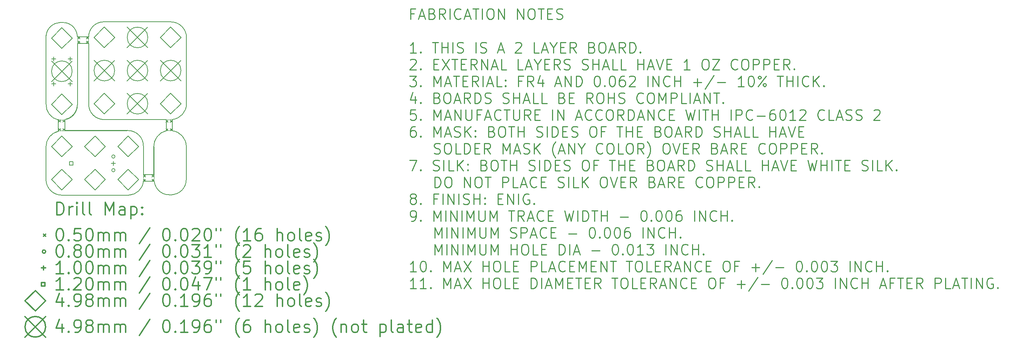
<source format=gbr>
G04 This is an RS-274x file exported by *
G04 gerbv version 2.6.0 *
G04 More information is available about gerbv at *
G04 http://gerbv.gpleda.org/ *
G04 --End of header info--*
%MOIN*%
%FSLAX34Y34*%
%IPPOS*%
G04 --Define apertures--*
%ADD10C,0.0050*%
%ADD11C,0.0060*%
%ADD12C,0.0079*%
%ADD13C,0.0118*%
%ADD14C,0.0138*%
%ADD15C,0.0016*%
%ADD16C,0.0020*%
%ADD17C,0.0100*%
G04 --Start main section--*
G54D11*
G01X0011548Y-026800D02*
G01X0017926Y-026800D01*
G01X0010052Y-025324D02*
G75*
G03X0011548Y-026800I0001496J0000020D01*
G01X0010052Y-022194D02*
G01X0010052Y-025324D01*
G01X0011235Y-020727D02*
G75*
G03X0010056Y-022190I0000316J-001462D01*
G01X0021464Y-020674D02*
G75*
G03X0020286Y-022203I0000378J-001509D01*
G01X0023379Y-022174D02*
G75*
G03X0022054Y-020678I-001507J0000000D01*
G01X0023379Y-025245D02*
G01X0023379Y-022213D01*
G01X0020328Y-025481D02*
G75*
G03X0023381Y-025248I0001518J0000233D01*
G01X0017925Y-026796D02*
G75*
G03X0019304Y-025481I-000049J0001432D01*
G01X0019304Y-025481D02*
G01X0020328Y-025481D01*
G01X0020288Y-022568D02*
G01X0020288Y-022213D01*
G01X0020288Y-024851D02*
G01X0020288Y-022568D01*
G01X0019304Y-024851D02*
G01X0020288Y-024851D01*
G01X0019304Y-022135D02*
G01X0019304Y-024851D01*
G01X0019304Y-022135D02*
G75*
G03X0017847Y-020658I-001457J0000020D01*
G01X0011843Y-020658D02*
G01X0017867Y-020658D01*
G01X0011843Y-019615D02*
G01X0011843Y-020658D01*
G01X0011233Y-019654D02*
G01X0011233Y-020717D01*
G01X0010060Y-018121D02*
G75*
G03X0011233Y-019654I0001488J-000076D01*
G01X0010052Y-018119D02*
G01X0010052Y-011938D01*
G01X0011842Y-019625D02*
G75*
G03X0013044Y-018158I-000294J0001467D01*
G01X0013044Y-012371D02*
G01X0013044Y-018198D01*
G01X0014107Y-012371D02*
G01X0013044Y-012371D01*
G01X0014107Y-018198D02*
G01X0014107Y-012371D01*
G01X0014107Y-018197D02*
G75*
G03X0015563Y-019615I0001456J0000038D01*
G01X0021469Y-019615D02*
G01X0015564Y-019615D01*
G01X0021469Y-019615D02*
G01X0021469Y-020678D01*
G01X0022060Y-019615D02*
G01X0022060Y-020678D01*
G01X0022059Y-019607D02*
G75*
G03X0023399Y-018119I-000157J0001488D01*
G01X0023399Y-011820D02*
G01X0023399Y-018158D01*
G01X0023399Y-011820D02*
G75*
G03X0021903Y-010324I-001496J0000000D01*
G01X0015485Y-010324D02*
G01X0021903Y-010324D01*
G01X0015485Y-010324D02*
G75*
G03X0014107Y-011741I0000039J-001417D01*
G01X0013044Y-011741D02*
G01X0014107Y-011741D01*
G01X0013043Y-011741D02*
G75*
G03X0010051Y-011937I-001495J-000118D01*
G54D12*
G01X0011242Y-019662D02*
G01X0011438Y-019858D01*
G01X0011438Y-019662D02*
G01X0011242Y-019858D01*
G01X0011242Y-020462D02*
G01X0011438Y-020658D01*
G01X0011438Y-020462D02*
G01X0011242Y-020658D01*
G01X0011642Y-019662D02*
G01X0011838Y-019858D01*
G01X0011838Y-019662D02*
G01X0011642Y-019858D01*
G01X0011642Y-020462D02*
G01X0011838Y-020658D01*
G01X0011838Y-020462D02*
G01X0011642Y-020658D01*
G01X0013082Y-011757D02*
G01X0013278Y-011953D01*
G01X0013278Y-011757D02*
G01X0013082Y-011953D01*
G01X0013082Y-012157D02*
G01X0013278Y-012353D01*
G01X0013278Y-012157D02*
G01X0013082Y-012353D01*
G01X0013882Y-011757D02*
G01X0014078Y-011953D01*
G01X0014078Y-011757D02*
G01X0013882Y-011953D01*
G01X0013882Y-012157D02*
G01X0014078Y-012353D01*
G01X0014078Y-012157D02*
G01X0013882Y-012353D01*
G01X0019312Y-024872D02*
G01X0019508Y-025068D01*
G01X0019508Y-024872D02*
G01X0019312Y-025068D01*
G01X0019312Y-025272D02*
G01X0019508Y-025468D01*
G01X0019508Y-025272D02*
G01X0019312Y-025468D01*
G01X0020112Y-024872D02*
G01X0020308Y-025068D01*
G01X0020308Y-024872D02*
G01X0020112Y-025068D01*
G01X0020112Y-025272D02*
G01X0020308Y-025468D01*
G01X0020308Y-025272D02*
G01X0020112Y-025468D01*
G01X0021462Y-019672D02*
G01X0021658Y-019868D01*
G01X0021658Y-019672D02*
G01X0021462Y-019868D01*
G01X0021462Y-020472D02*
G01X0021658Y-020668D01*
G01X0021658Y-020472D02*
G01X0021462Y-020668D01*
G01X0021862Y-019672D02*
G01X0022058Y-019868D01*
G01X0022058Y-019672D02*
G01X0021862Y-019868D01*
G01X0021862Y-020472D02*
G01X0022058Y-020668D01*
G01X0022058Y-020472D02*
G01X0021862Y-020668D01*
G01X0016610Y-023125D02*
G75*
G03X0016610Y-023125I-000157J0000000D01*
G01X0016610Y-024424D02*
G75*
G03X0016610Y-024424I-000157J0000000D01*
G01X0010778Y-013645D02*
G01X0010778Y-014039D01*
G01X0010581Y-013842D02*
G01X0010975Y-013842D01*
G01X0010778Y-016007D02*
G01X0010778Y-016401D01*
G01X0010581Y-016204D02*
G01X0010975Y-016204D01*
G01X0012353Y-013645D02*
G01X0012353Y-014039D01*
G01X0012156Y-013842D02*
G01X0012550Y-013842D01*
G01X0012353Y-016007D02*
G01X0012353Y-016401D01*
G01X0012156Y-016204D02*
G01X0012550Y-016204D01*
G01X0016453Y-023577D02*
G01X0016453Y-023971D01*
G01X0016256Y-023774D02*
G01X0016649Y-023774D01*
G01X0012604Y-023941D02*
G01X0012604Y-023607D01*
G01X0012604Y-023607D02*
G01X0012270Y-023607D01*
G01X0012270Y-023607D02*
G01X0012270Y-023941D01*
G01X0012270Y-023941D02*
G01X0012604Y-023941D01*
G01X0011560Y-012851D02*
G01X0012540Y-011871D01*
G01X0012540Y-011871D02*
G01X0011560Y-010890D01*
G01X0011560Y-010890D02*
G01X0010580Y-011871D01*
G01X0010580Y-011871D02*
G01X0011560Y-012851D01*
G01X0011560Y-019150D02*
G01X0012540Y-018170D01*
G01X0012540Y-018170D02*
G01X0011560Y-017190D01*
G01X0011560Y-017190D02*
G01X0010580Y-018170D01*
G01X0010580Y-018170D02*
G01X0011560Y-019150D01*
G01X0011561Y-023150D02*
G01X0012541Y-022170D01*
G01X0012541Y-022170D02*
G01X0011561Y-021190D01*
G01X0011561Y-021190D02*
G01X0010580Y-022170D01*
G01X0010580Y-022170D02*
G01X0011561Y-023150D01*
G01X0011561Y-026300D02*
G01X0012541Y-025320D01*
G01X0012541Y-025320D02*
G01X0011561Y-024339D01*
G01X0011561Y-024339D02*
G01X0010580Y-025320D01*
G01X0010580Y-025320D02*
G01X0011561Y-026300D01*
G01X0014710Y-023150D02*
G01X0015691Y-022170D01*
G01X0015691Y-022170D02*
G01X0014710Y-021190D01*
G01X0014710Y-021190D02*
G01X0013730Y-022170D01*
G01X0013730Y-022170D02*
G01X0014710Y-023150D01*
G01X0014710Y-026300D02*
G01X0015691Y-025320D01*
G01X0015691Y-025320D02*
G01X0014710Y-024339D01*
G01X0014710Y-024339D02*
G01X0013730Y-025320D01*
G01X0013730Y-025320D02*
G01X0014710Y-026300D01*
G01X0015596Y-012786D02*
G01X0016576Y-011805D01*
G01X0016576Y-011805D02*
G01X0015596Y-010825D01*
G01X0015596Y-010825D02*
G01X0014615Y-011805D01*
G01X0014615Y-011805D02*
G01X0015596Y-012786D01*
G01X0015596Y-019085D02*
G01X0016576Y-018105D01*
G01X0016576Y-018105D02*
G01X0015596Y-017124D01*
G01X0015596Y-017124D02*
G01X0014615Y-018105D01*
G01X0014615Y-018105D02*
G01X0015596Y-019085D01*
G01X0017860Y-023150D02*
G01X0018840Y-022170D01*
G01X0018840Y-022170D02*
G01X0017860Y-021190D01*
G01X0017860Y-021190D02*
G01X0016880Y-022170D01*
G01X0016880Y-022170D02*
G01X0017860Y-023150D01*
G01X0017860Y-026300D02*
G01X0018840Y-025320D01*
G01X0018840Y-025320D02*
G01X0017860Y-024339D01*
G01X0017860Y-024339D02*
G01X0016880Y-025320D01*
G01X0016880Y-025320D02*
G01X0017860Y-026300D01*
G01X0021895Y-012786D02*
G01X0022875Y-011805D01*
G01X0022875Y-011805D02*
G01X0021895Y-010825D01*
G01X0021895Y-010825D02*
G01X0020915Y-011805D01*
G01X0020915Y-011805D02*
G01X0021895Y-012786D01*
G01X0021895Y-019085D02*
G01X0022875Y-018105D01*
G01X0022875Y-018105D02*
G01X0021895Y-017124D01*
G01X0021895Y-017124D02*
G01X0020915Y-018105D01*
G01X0020915Y-018105D02*
G01X0021895Y-019085D01*
G01X0010580Y-014040D02*
G01X0012540Y-016001D01*
G01X0012540Y-014040D02*
G01X0010580Y-016001D01*
G01X0012540Y-015020D02*
G75*
G03X0012540Y-015020I-000980J0000000D01*
G01X0014615Y-013975D02*
G01X0016576Y-015935D01*
G01X0016576Y-013975D02*
G01X0014615Y-015935D01*
G01X0016576Y-014955D02*
G75*
G03X0016576Y-014955I-000980J0000000D01*
G01X0017765Y-010825D02*
G01X0019726Y-012786D01*
G01X0019726Y-010825D02*
G01X0017765Y-012786D01*
G01X0019726Y-011805D02*
G75*
G03X0019726Y-011805I-000980J0000000D01*
G01X0017765Y-013975D02*
G01X0019726Y-015935D01*
G01X0019726Y-013975D02*
G01X0017765Y-015935D01*
G01X0019726Y-014955D02*
G75*
G03X0019726Y-014955I-000980J0000000D01*
G01X0017765Y-017124D02*
G01X0019726Y-019085D01*
G01X0019726Y-017124D02*
G01X0017765Y-019085D01*
G01X0019726Y-018105D02*
G75*
G03X0019726Y-018105I-000980J0000000D01*
G01X0020915Y-013975D02*
G01X0022875Y-015935D01*
G01X0022875Y-013975D02*
G01X0020915Y-015935D01*
G01X0022875Y-014955D02*
G75*
G03X0022875Y-014955I-000980J0000000D01*
G54D13*
G01X0011087Y-028663D02*
G01X0011087Y-027482D01*
G01X0011087Y-027482D02*
G01X0011369Y-027482D01*
G01X0011369Y-027482D02*
G01X0011537Y-027539D01*
G01X0011537Y-027539D02*
G01X0011650Y-027651D01*
G01X0011650Y-027651D02*
G01X0011706Y-027764D01*
G01X0011706Y-027764D02*
G01X0011762Y-027989D01*
G01X0011762Y-027989D02*
G01X0011762Y-028157D01*
G01X0011762Y-028157D02*
G01X0011706Y-028382D01*
G01X0011706Y-028382D02*
G01X0011650Y-028495D01*
G01X0011650Y-028495D02*
G01X0011537Y-028607D01*
G01X0011537Y-028607D02*
G01X0011369Y-028663D01*
G01X0011369Y-028663D02*
G01X0011087Y-028663D01*
G01X0012268Y-028663D02*
G01X0012268Y-027876D01*
G01X0012268Y-028101D02*
G01X0012325Y-027989D01*
G01X0012325Y-027989D02*
G01X0012381Y-027932D01*
G01X0012381Y-027932D02*
G01X0012493Y-027876D01*
G01X0012493Y-027876D02*
G01X0012606Y-027876D01*
G01X0013000Y-028663D02*
G01X0013000Y-027876D01*
G01X0013000Y-027482D02*
G01X0012943Y-027539D01*
G01X0012943Y-027539D02*
G01X0013000Y-027595D01*
G01X0013000Y-027595D02*
G01X0013056Y-027539D01*
G01X0013056Y-027539D02*
G01X0013000Y-027482D01*
G01X0013000Y-027482D02*
G01X0013000Y-027595D01*
G01X0013731Y-028663D02*
G01X0013618Y-028607D01*
G01X0013618Y-028607D02*
G01X0013562Y-028495D01*
G01X0013562Y-028495D02*
G01X0013562Y-027482D01*
G01X0014349Y-028663D02*
G01X0014237Y-028607D01*
G01X0014237Y-028607D02*
G01X0014181Y-028495D01*
G01X0014181Y-028495D02*
G01X0014181Y-027482D01*
G01X0015699Y-028663D02*
G01X0015699Y-027482D01*
G01X0015699Y-027482D02*
G01X0016093Y-028326D01*
G01X0016093Y-028326D02*
G01X0016487Y-027482D01*
G01X0016487Y-027482D02*
G01X0016487Y-028663D01*
G01X0017555Y-028663D02*
G01X0017555Y-028045D01*
G01X0017555Y-028045D02*
G01X0017499Y-027932D01*
G01X0017499Y-027932D02*
G01X0017387Y-027876D01*
G01X0017387Y-027876D02*
G01X0017162Y-027876D01*
G01X0017162Y-027876D02*
G01X0017049Y-027932D01*
G01X0017555Y-028607D02*
G01X0017443Y-028663D01*
G01X0017443Y-028663D02*
G01X0017162Y-028663D01*
G01X0017162Y-028663D02*
G01X0017049Y-028607D01*
G01X0017049Y-028607D02*
G01X0016993Y-028495D01*
G01X0016993Y-028495D02*
G01X0016993Y-028382D01*
G01X0016993Y-028382D02*
G01X0017049Y-028270D01*
G01X0017049Y-028270D02*
G01X0017162Y-028213D01*
G01X0017162Y-028213D02*
G01X0017443Y-028213D01*
G01X0017443Y-028213D02*
G01X0017555Y-028157D01*
G01X0018118Y-027876D02*
G01X0018118Y-029057D01*
G01X0018118Y-027932D02*
G01X0018230Y-027876D01*
G01X0018230Y-027876D02*
G01X0018455Y-027876D01*
G01X0018455Y-027876D02*
G01X0018568Y-027932D01*
G01X0018568Y-027932D02*
G01X0018624Y-027989D01*
G01X0018624Y-027989D02*
G01X0018680Y-028101D01*
G01X0018680Y-028101D02*
G01X0018680Y-028438D01*
G01X0018680Y-028438D02*
G01X0018624Y-028551D01*
G01X0018624Y-028551D02*
G01X0018568Y-028607D01*
G01X0018568Y-028607D02*
G01X0018455Y-028663D01*
G01X0018455Y-028663D02*
G01X0018230Y-028663D01*
G01X0018230Y-028663D02*
G01X0018118Y-028607D01*
G01X0019186Y-028551D02*
G01X0019243Y-028607D01*
G01X0019243Y-028607D02*
G01X0019186Y-028663D01*
G01X0019186Y-028663D02*
G01X0019130Y-028607D01*
G01X0019130Y-028607D02*
G01X0019186Y-028551D01*
G01X0019186Y-028551D02*
G01X0019186Y-028663D01*
G01X0019186Y-027932D02*
G01X0019243Y-027989D01*
G01X0019243Y-027989D02*
G01X0019186Y-028045D01*
G01X0019186Y-028045D02*
G01X0019130Y-027989D01*
G01X0019130Y-027989D02*
G01X0019186Y-027932D01*
G01X0019186Y-027932D02*
G01X0019186Y-028045D01*
G01X0009822Y-030511D02*
G01X0010019Y-030708D01*
G01X0010019Y-030511D02*
G01X0009822Y-030708D01*
G01X0011312Y-029963D02*
G01X0011425Y-029963D01*
G01X0011425Y-029963D02*
G01X0011537Y-030019D01*
G01X0011537Y-030019D02*
G01X0011593Y-030075D01*
G01X0011593Y-030075D02*
G01X0011650Y-030188D01*
G01X0011650Y-030188D02*
G01X0011706Y-030413D01*
G01X0011706Y-030413D02*
G01X0011706Y-030694D01*
G01X0011706Y-030694D02*
G01X0011650Y-030919D01*
G01X0011650Y-030919D02*
G01X0011593Y-031031D01*
G01X0011593Y-031031D02*
G01X0011537Y-031088D01*
G01X0011537Y-031088D02*
G01X0011425Y-031144D01*
G01X0011425Y-031144D02*
G01X0011312Y-031144D01*
G01X0011312Y-031144D02*
G01X0011200Y-031088D01*
G01X0011200Y-031088D02*
G01X0011144Y-031031D01*
G01X0011144Y-031031D02*
G01X0011087Y-030919D01*
G01X0011087Y-030919D02*
G01X0011031Y-030694D01*
G01X0011031Y-030694D02*
G01X0011031Y-030413D01*
G01X0011031Y-030413D02*
G01X0011087Y-030188D01*
G01X0011087Y-030188D02*
G01X0011144Y-030075D01*
G01X0011144Y-030075D02*
G01X0011200Y-030019D01*
G01X0011200Y-030019D02*
G01X0011312Y-029963D01*
G01X0012212Y-031031D02*
G01X0012268Y-031088D01*
G01X0012268Y-031088D02*
G01X0012212Y-031144D01*
G01X0012212Y-031144D02*
G01X0012156Y-031088D01*
G01X0012156Y-031088D02*
G01X0012212Y-031031D01*
G01X0012212Y-031031D02*
G01X0012212Y-031144D01*
G01X0013337Y-029963D02*
G01X0012775Y-029963D01*
G01X0012775Y-029963D02*
G01X0012718Y-030525D01*
G01X0012718Y-030525D02*
G01X0012775Y-030469D01*
G01X0012775Y-030469D02*
G01X0012887Y-030413D01*
G01X0012887Y-030413D02*
G01X0013168Y-030413D01*
G01X0013168Y-030413D02*
G01X0013281Y-030469D01*
G01X0013281Y-030469D02*
G01X0013337Y-030525D01*
G01X0013337Y-030525D02*
G01X0013393Y-030638D01*
G01X0013393Y-030638D02*
G01X0013393Y-030919D01*
G01X0013393Y-030919D02*
G01X0013337Y-031031D01*
G01X0013337Y-031031D02*
G01X0013281Y-031088D01*
G01X0013281Y-031088D02*
G01X0013168Y-031144D01*
G01X0013168Y-031144D02*
G01X0012887Y-031144D01*
G01X0012887Y-031144D02*
G01X0012775Y-031088D01*
G01X0012775Y-031088D02*
G01X0012718Y-031031D01*
G01X0014124Y-029963D02*
G01X0014237Y-029963D01*
G01X0014237Y-029963D02*
G01X0014349Y-030019D01*
G01X0014349Y-030019D02*
G01X0014406Y-030075D01*
G01X0014406Y-030075D02*
G01X0014462Y-030188D01*
G01X0014462Y-030188D02*
G01X0014518Y-030413D01*
G01X0014518Y-030413D02*
G01X0014518Y-030694D01*
G01X0014518Y-030694D02*
G01X0014462Y-030919D01*
G01X0014462Y-030919D02*
G01X0014406Y-031031D01*
G01X0014406Y-031031D02*
G01X0014349Y-031088D01*
G01X0014349Y-031088D02*
G01X0014237Y-031144D01*
G01X0014237Y-031144D02*
G01X0014124Y-031144D01*
G01X0014124Y-031144D02*
G01X0014012Y-031088D01*
G01X0014012Y-031088D02*
G01X0013956Y-031031D01*
G01X0013956Y-031031D02*
G01X0013899Y-030919D01*
G01X0013899Y-030919D02*
G01X0013843Y-030694D01*
G01X0013843Y-030694D02*
G01X0013843Y-030413D01*
G01X0013843Y-030413D02*
G01X0013899Y-030188D01*
G01X0013899Y-030188D02*
G01X0013956Y-030075D01*
G01X0013956Y-030075D02*
G01X0014012Y-030019D01*
G01X0014012Y-030019D02*
G01X0014124Y-029963D01*
G01X0015024Y-031144D02*
G01X0015024Y-030356D01*
G01X0015024Y-030469D02*
G01X0015081Y-030413D01*
G01X0015081Y-030413D02*
G01X0015193Y-030356D01*
G01X0015193Y-030356D02*
G01X0015362Y-030356D01*
G01X0015362Y-030356D02*
G01X0015474Y-030413D01*
G01X0015474Y-030413D02*
G01X0015530Y-030525D01*
G01X0015530Y-030525D02*
G01X0015530Y-031144D01*
G01X0015530Y-030525D02*
G01X0015587Y-030413D01*
G01X0015587Y-030413D02*
G01X0015699Y-030356D01*
G01X0015699Y-030356D02*
G01X0015868Y-030356D01*
G01X0015868Y-030356D02*
G01X0015980Y-030413D01*
G01X0015980Y-030413D02*
G01X0016037Y-030525D01*
G01X0016037Y-030525D02*
G01X0016037Y-031144D01*
G01X0016599Y-031144D02*
G01X0016599Y-030356D01*
G01X0016599Y-030469D02*
G01X0016655Y-030413D01*
G01X0016655Y-030413D02*
G01X0016768Y-030356D01*
G01X0016768Y-030356D02*
G01X0016937Y-030356D01*
G01X0016937Y-030356D02*
G01X0017049Y-030413D01*
G01X0017049Y-030413D02*
G01X0017105Y-030525D01*
G01X0017105Y-030525D02*
G01X0017105Y-031144D01*
G01X0017105Y-030525D02*
G01X0017162Y-030413D01*
G01X0017162Y-030413D02*
G01X0017274Y-030356D01*
G01X0017274Y-030356D02*
G01X0017443Y-030356D01*
G01X0017443Y-030356D02*
G01X0017555Y-030413D01*
G01X0017555Y-030413D02*
G01X0017611Y-030525D01*
G01X0017611Y-030525D02*
G01X0017611Y-031144D01*
G01X0019917Y-029906D02*
G01X0018905Y-031425D01*
G01X0021436Y-029963D02*
G01X0021548Y-029963D01*
G01X0021548Y-029963D02*
G01X0021661Y-030019D01*
G01X0021661Y-030019D02*
G01X0021717Y-030075D01*
G01X0021717Y-030075D02*
G01X0021773Y-030188D01*
G01X0021773Y-030188D02*
G01X0021830Y-030413D01*
G01X0021830Y-030413D02*
G01X0021830Y-030694D01*
G01X0021830Y-030694D02*
G01X0021773Y-030919D01*
G01X0021773Y-030919D02*
G01X0021717Y-031031D01*
G01X0021717Y-031031D02*
G01X0021661Y-031088D01*
G01X0021661Y-031088D02*
G01X0021548Y-031144D01*
G01X0021548Y-031144D02*
G01X0021436Y-031144D01*
G01X0021436Y-031144D02*
G01X0021324Y-031088D01*
G01X0021324Y-031088D02*
G01X0021267Y-031031D01*
G01X0021267Y-031031D02*
G01X0021211Y-030919D01*
G01X0021211Y-030919D02*
G01X0021155Y-030694D01*
G01X0021155Y-030694D02*
G01X0021155Y-030413D01*
G01X0021155Y-030413D02*
G01X0021211Y-030188D01*
G01X0021211Y-030188D02*
G01X0021267Y-030075D01*
G01X0021267Y-030075D02*
G01X0021324Y-030019D01*
G01X0021324Y-030019D02*
G01X0021436Y-029963D01*
G01X0022336Y-031031D02*
G01X0022392Y-031088D01*
G01X0022392Y-031088D02*
G01X0022336Y-031144D01*
G01X0022336Y-031144D02*
G01X0022280Y-031088D01*
G01X0022280Y-031088D02*
G01X0022336Y-031031D01*
G01X0022336Y-031031D02*
G01X0022336Y-031144D01*
G01X0023123Y-029963D02*
G01X0023236Y-029963D01*
G01X0023236Y-029963D02*
G01X0023348Y-030019D01*
G01X0023348Y-030019D02*
G01X0023405Y-030075D01*
G01X0023405Y-030075D02*
G01X0023461Y-030188D01*
G01X0023461Y-030188D02*
G01X0023517Y-030413D01*
G01X0023517Y-030413D02*
G01X0023517Y-030694D01*
G01X0023517Y-030694D02*
G01X0023461Y-030919D01*
G01X0023461Y-030919D02*
G01X0023405Y-031031D01*
G01X0023405Y-031031D02*
G01X0023348Y-031088D01*
G01X0023348Y-031088D02*
G01X0023236Y-031144D01*
G01X0023236Y-031144D02*
G01X0023123Y-031144D01*
G01X0023123Y-031144D02*
G01X0023011Y-031088D01*
G01X0023011Y-031088D02*
G01X0022955Y-031031D01*
G01X0022955Y-031031D02*
G01X0022898Y-030919D01*
G01X0022898Y-030919D02*
G01X0022842Y-030694D01*
G01X0022842Y-030694D02*
G01X0022842Y-030413D01*
G01X0022842Y-030413D02*
G01X0022898Y-030188D01*
G01X0022898Y-030188D02*
G01X0022955Y-030075D01*
G01X0022955Y-030075D02*
G01X0023011Y-030019D01*
G01X0023011Y-030019D02*
G01X0023123Y-029963D01*
G01X0023967Y-030075D02*
G01X0024023Y-030019D01*
G01X0024023Y-030019D02*
G01X0024136Y-029963D01*
G01X0024136Y-029963D02*
G01X0024417Y-029963D01*
G01X0024417Y-029963D02*
G01X0024529Y-030019D01*
G01X0024529Y-030019D02*
G01X0024586Y-030075D01*
G01X0024586Y-030075D02*
G01X0024642Y-030188D01*
G01X0024642Y-030188D02*
G01X0024642Y-030300D01*
G01X0024642Y-030300D02*
G01X0024586Y-030469D01*
G01X0024586Y-030469D02*
G01X0023911Y-031144D01*
G01X0023911Y-031144D02*
G01X0024642Y-031144D01*
G01X0025373Y-029963D02*
G01X0025485Y-029963D01*
G01X0025485Y-029963D02*
G01X0025598Y-030019D01*
G01X0025598Y-030019D02*
G01X0025654Y-030075D01*
G01X0025654Y-030075D02*
G01X0025710Y-030188D01*
G01X0025710Y-030188D02*
G01X0025767Y-030413D01*
G01X0025767Y-030413D02*
G01X0025767Y-030694D01*
G01X0025767Y-030694D02*
G01X0025710Y-030919D01*
G01X0025710Y-030919D02*
G01X0025654Y-031031D01*
G01X0025654Y-031031D02*
G01X0025598Y-031088D01*
G01X0025598Y-031088D02*
G01X0025485Y-031144D01*
G01X0025485Y-031144D02*
G01X0025373Y-031144D01*
G01X0025373Y-031144D02*
G01X0025261Y-031088D01*
G01X0025261Y-031088D02*
G01X0025204Y-031031D01*
G01X0025204Y-031031D02*
G01X0025148Y-030919D01*
G01X0025148Y-030919D02*
G01X0025092Y-030694D01*
G01X0025092Y-030694D02*
G01X0025092Y-030413D01*
G01X0025092Y-030413D02*
G01X0025148Y-030188D01*
G01X0025148Y-030188D02*
G01X0025204Y-030075D01*
G01X0025204Y-030075D02*
G01X0025261Y-030019D01*
G01X0025261Y-030019D02*
G01X0025373Y-029963D01*
G01X0026217Y-029963D02*
G01X0026217Y-030188D01*
G01X0026667Y-029963D02*
G01X0026667Y-030188D01*
G01X0028410Y-031594D02*
G01X0028354Y-031537D01*
G01X0028354Y-031537D02*
G01X0028241Y-031369D01*
G01X0028241Y-031369D02*
G01X0028185Y-031256D01*
G01X0028185Y-031256D02*
G01X0028129Y-031088D01*
G01X0028129Y-031088D02*
G01X0028073Y-030806D01*
G01X0028073Y-030806D02*
G01X0028073Y-030581D01*
G01X0028073Y-030581D02*
G01X0028129Y-030300D01*
G01X0028129Y-030300D02*
G01X0028185Y-030131D01*
G01X0028185Y-030131D02*
G01X0028241Y-030019D01*
G01X0028241Y-030019D02*
G01X0028354Y-029850D01*
G01X0028354Y-029850D02*
G01X0028410Y-029794D01*
G01X0029479Y-031144D02*
G01X0028804Y-031144D01*
G01X0029141Y-031144D02*
G01X0029141Y-029963D01*
G01X0029141Y-029963D02*
G01X0029029Y-030131D01*
G01X0029029Y-030131D02*
G01X0028916Y-030244D01*
G01X0028916Y-030244D02*
G01X0028804Y-030300D01*
G01X0030491Y-029963D02*
G01X0030266Y-029963D01*
G01X0030266Y-029963D02*
G01X0030154Y-030019D01*
G01X0030154Y-030019D02*
G01X0030097Y-030075D01*
G01X0030097Y-030075D02*
G01X0029985Y-030244D01*
G01X0029985Y-030244D02*
G01X0029929Y-030469D01*
G01X0029929Y-030469D02*
G01X0029929Y-030919D01*
G01X0029929Y-030919D02*
G01X0029985Y-031031D01*
G01X0029985Y-031031D02*
G01X0030041Y-031088D01*
G01X0030041Y-031088D02*
G01X0030154Y-031144D01*
G01X0030154Y-031144D02*
G01X0030379Y-031144D01*
G01X0030379Y-031144D02*
G01X0030491Y-031088D01*
G01X0030491Y-031088D02*
G01X0030547Y-031031D01*
G01X0030547Y-031031D02*
G01X0030604Y-030919D01*
G01X0030604Y-030919D02*
G01X0030604Y-030638D01*
G01X0030604Y-030638D02*
G01X0030547Y-030525D01*
G01X0030547Y-030525D02*
G01X0030491Y-030469D01*
G01X0030491Y-030469D02*
G01X0030379Y-030413D01*
G01X0030379Y-030413D02*
G01X0030154Y-030413D01*
G01X0030154Y-030413D02*
G01X0030041Y-030469D01*
G01X0030041Y-030469D02*
G01X0029985Y-030525D01*
G01X0029985Y-030525D02*
G01X0029929Y-030638D01*
G01X0032010Y-031144D02*
G01X0032010Y-029963D01*
G01X0032516Y-031144D02*
G01X0032516Y-030525D01*
G01X0032516Y-030525D02*
G01X0032460Y-030413D01*
G01X0032460Y-030413D02*
G01X0032347Y-030356D01*
G01X0032347Y-030356D02*
G01X0032178Y-030356D01*
G01X0032178Y-030356D02*
G01X0032066Y-030413D01*
G01X0032066Y-030413D02*
G01X0032010Y-030469D01*
G01X0033247Y-031144D02*
G01X0033135Y-031088D01*
G01X0033135Y-031088D02*
G01X0033078Y-031031D01*
G01X0033078Y-031031D02*
G01X0033022Y-030919D01*
G01X0033022Y-030919D02*
G01X0033022Y-030581D01*
G01X0033022Y-030581D02*
G01X0033078Y-030469D01*
G01X0033078Y-030469D02*
G01X0033135Y-030413D01*
G01X0033135Y-030413D02*
G01X0033247Y-030356D01*
G01X0033247Y-030356D02*
G01X0033416Y-030356D01*
G01X0033416Y-030356D02*
G01X0033528Y-030413D01*
G01X0033528Y-030413D02*
G01X0033584Y-030469D01*
G01X0033584Y-030469D02*
G01X0033641Y-030581D01*
G01X0033641Y-030581D02*
G01X0033641Y-030919D01*
G01X0033641Y-030919D02*
G01X0033584Y-031031D01*
G01X0033584Y-031031D02*
G01X0033528Y-031088D01*
G01X0033528Y-031088D02*
G01X0033416Y-031144D01*
G01X0033416Y-031144D02*
G01X0033247Y-031144D01*
G01X0034316Y-031144D02*
G01X0034203Y-031088D01*
G01X0034203Y-031088D02*
G01X0034147Y-030975D01*
G01X0034147Y-030975D02*
G01X0034147Y-029963D01*
G01X0035216Y-031088D02*
G01X0035103Y-031144D01*
G01X0035103Y-031144D02*
G01X0034878Y-031144D01*
G01X0034878Y-031144D02*
G01X0034766Y-031088D01*
G01X0034766Y-031088D02*
G01X0034709Y-030975D01*
G01X0034709Y-030975D02*
G01X0034709Y-030525D01*
G01X0034709Y-030525D02*
G01X0034766Y-030413D01*
G01X0034766Y-030413D02*
G01X0034878Y-030356D01*
G01X0034878Y-030356D02*
G01X0035103Y-030356D01*
G01X0035103Y-030356D02*
G01X0035216Y-030413D01*
G01X0035216Y-030413D02*
G01X0035272Y-030525D01*
G01X0035272Y-030525D02*
G01X0035272Y-030638D01*
G01X0035272Y-030638D02*
G01X0034709Y-030750D01*
G01X0035722Y-031088D02*
G01X0035834Y-031144D01*
G01X0035834Y-031144D02*
G01X0036059Y-031144D01*
G01X0036059Y-031144D02*
G01X0036172Y-031088D01*
G01X0036172Y-031088D02*
G01X0036228Y-030975D01*
G01X0036228Y-030975D02*
G01X0036228Y-030919D01*
G01X0036228Y-030919D02*
G01X0036172Y-030806D01*
G01X0036172Y-030806D02*
G01X0036059Y-030750D01*
G01X0036059Y-030750D02*
G01X0035890Y-030750D01*
G01X0035890Y-030750D02*
G01X0035778Y-030694D01*
G01X0035778Y-030694D02*
G01X0035722Y-030581D01*
G01X0035722Y-030581D02*
G01X0035722Y-030525D01*
G01X0035722Y-030525D02*
G01X0035778Y-030413D01*
G01X0035778Y-030413D02*
G01X0035890Y-030356D01*
G01X0035890Y-030356D02*
G01X0036059Y-030356D01*
G01X0036059Y-030356D02*
G01X0036172Y-030413D01*
G01X0036622Y-031594D02*
G01X0036678Y-031537D01*
G01X0036678Y-031537D02*
G01X0036790Y-031369D01*
G01X0036790Y-031369D02*
G01X0036847Y-031256D01*
G01X0036847Y-031256D02*
G01X0036903Y-031088D01*
G01X0036903Y-031088D02*
G01X0036959Y-030806D01*
G01X0036959Y-030806D02*
G01X0036959Y-030581D01*
G01X0036959Y-030581D02*
G01X0036903Y-030300D01*
G01X0036903Y-030300D02*
G01X0036847Y-030131D01*
G01X0036847Y-030131D02*
G01X0036790Y-030019D01*
G01X0036790Y-030019D02*
G01X0036678Y-029850D01*
G01X0036678Y-029850D02*
G01X0036622Y-029794D01*
G01X0010019Y-032169D02*
G75*
G03X0010019Y-032169I-000157J0000000D01*
G01X0011312Y-031522D02*
G01X0011425Y-031522D01*
G01X0011425Y-031522D02*
G01X0011537Y-031578D01*
G01X0011537Y-031578D02*
G01X0011593Y-031634D01*
G01X0011593Y-031634D02*
G01X0011650Y-031747D01*
G01X0011650Y-031747D02*
G01X0011706Y-031972D01*
G01X0011706Y-031972D02*
G01X0011706Y-032253D01*
G01X0011706Y-032253D02*
G01X0011650Y-032478D01*
G01X0011650Y-032478D02*
G01X0011593Y-032590D01*
G01X0011593Y-032590D02*
G01X0011537Y-032647D01*
G01X0011537Y-032647D02*
G01X0011425Y-032703D01*
G01X0011425Y-032703D02*
G01X0011312Y-032703D01*
G01X0011312Y-032703D02*
G01X0011200Y-032647D01*
G01X0011200Y-032647D02*
G01X0011144Y-032590D01*
G01X0011144Y-032590D02*
G01X0011087Y-032478D01*
G01X0011087Y-032478D02*
G01X0011031Y-032253D01*
G01X0011031Y-032253D02*
G01X0011031Y-031972D01*
G01X0011031Y-031972D02*
G01X0011087Y-031747D01*
G01X0011087Y-031747D02*
G01X0011144Y-031634D01*
G01X0011144Y-031634D02*
G01X0011200Y-031578D01*
G01X0011200Y-031578D02*
G01X0011312Y-031522D01*
G01X0012212Y-032590D02*
G01X0012268Y-032647D01*
G01X0012268Y-032647D02*
G01X0012212Y-032703D01*
G01X0012212Y-032703D02*
G01X0012156Y-032647D01*
G01X0012156Y-032647D02*
G01X0012212Y-032590D01*
G01X0012212Y-032590D02*
G01X0012212Y-032703D01*
G01X0012943Y-032028D02*
G01X0012831Y-031972D01*
G01X0012831Y-031972D02*
G01X0012775Y-031915D01*
G01X0012775Y-031915D02*
G01X0012718Y-031803D01*
G01X0012718Y-031803D02*
G01X0012718Y-031747D01*
G01X0012718Y-031747D02*
G01X0012775Y-031634D01*
G01X0012775Y-031634D02*
G01X0012831Y-031578D01*
G01X0012831Y-031578D02*
G01X0012943Y-031522D01*
G01X0012943Y-031522D02*
G01X0013168Y-031522D01*
G01X0013168Y-031522D02*
G01X0013281Y-031578D01*
G01X0013281Y-031578D02*
G01X0013337Y-031634D01*
G01X0013337Y-031634D02*
G01X0013393Y-031747D01*
G01X0013393Y-031747D02*
G01X0013393Y-031803D01*
G01X0013393Y-031803D02*
G01X0013337Y-031915D01*
G01X0013337Y-031915D02*
G01X0013281Y-031972D01*
G01X0013281Y-031972D02*
G01X0013168Y-032028D01*
G01X0013168Y-032028D02*
G01X0012943Y-032028D01*
G01X0012943Y-032028D02*
G01X0012831Y-032084D01*
G01X0012831Y-032084D02*
G01X0012775Y-032140D01*
G01X0012775Y-032140D02*
G01X0012718Y-032253D01*
G01X0012718Y-032253D02*
G01X0012718Y-032478D01*
G01X0012718Y-032478D02*
G01X0012775Y-032590D01*
G01X0012775Y-032590D02*
G01X0012831Y-032647D01*
G01X0012831Y-032647D02*
G01X0012943Y-032703D01*
G01X0012943Y-032703D02*
G01X0013168Y-032703D01*
G01X0013168Y-032703D02*
G01X0013281Y-032647D01*
G01X0013281Y-032647D02*
G01X0013337Y-032590D01*
G01X0013337Y-032590D02*
G01X0013393Y-032478D01*
G01X0013393Y-032478D02*
G01X0013393Y-032253D01*
G01X0013393Y-032253D02*
G01X0013337Y-032140D01*
G01X0013337Y-032140D02*
G01X0013281Y-032084D01*
G01X0013281Y-032084D02*
G01X0013168Y-032028D01*
G01X0014124Y-031522D02*
G01X0014237Y-031522D01*
G01X0014237Y-031522D02*
G01X0014349Y-031578D01*
G01X0014349Y-031578D02*
G01X0014406Y-031634D01*
G01X0014406Y-031634D02*
G01X0014462Y-031747D01*
G01X0014462Y-031747D02*
G01X0014518Y-031972D01*
G01X0014518Y-031972D02*
G01X0014518Y-032253D01*
G01X0014518Y-032253D02*
G01X0014462Y-032478D01*
G01X0014462Y-032478D02*
G01X0014406Y-032590D01*
G01X0014406Y-032590D02*
G01X0014349Y-032647D01*
G01X0014349Y-032647D02*
G01X0014237Y-032703D01*
G01X0014237Y-032703D02*
G01X0014124Y-032703D01*
G01X0014124Y-032703D02*
G01X0014012Y-032647D01*
G01X0014012Y-032647D02*
G01X0013956Y-032590D01*
G01X0013956Y-032590D02*
G01X0013899Y-032478D01*
G01X0013899Y-032478D02*
G01X0013843Y-032253D01*
G01X0013843Y-032253D02*
G01X0013843Y-031972D01*
G01X0013843Y-031972D02*
G01X0013899Y-031747D01*
G01X0013899Y-031747D02*
G01X0013956Y-031634D01*
G01X0013956Y-031634D02*
G01X0014012Y-031578D01*
G01X0014012Y-031578D02*
G01X0014124Y-031522D01*
G01X0015024Y-032703D02*
G01X0015024Y-031915D01*
G01X0015024Y-032028D02*
G01X0015081Y-031972D01*
G01X0015081Y-031972D02*
G01X0015193Y-031915D01*
G01X0015193Y-031915D02*
G01X0015362Y-031915D01*
G01X0015362Y-031915D02*
G01X0015474Y-031972D01*
G01X0015474Y-031972D02*
G01X0015530Y-032084D01*
G01X0015530Y-032084D02*
G01X0015530Y-032703D01*
G01X0015530Y-032084D02*
G01X0015587Y-031972D01*
G01X0015587Y-031972D02*
G01X0015699Y-031915D01*
G01X0015699Y-031915D02*
G01X0015868Y-031915D01*
G01X0015868Y-031915D02*
G01X0015980Y-031972D01*
G01X0015980Y-031972D02*
G01X0016037Y-032084D01*
G01X0016037Y-032084D02*
G01X0016037Y-032703D01*
G01X0016599Y-032703D02*
G01X0016599Y-031915D01*
G01X0016599Y-032028D02*
G01X0016655Y-031972D01*
G01X0016655Y-031972D02*
G01X0016768Y-031915D01*
G01X0016768Y-031915D02*
G01X0016937Y-031915D01*
G01X0016937Y-031915D02*
G01X0017049Y-031972D01*
G01X0017049Y-031972D02*
G01X0017105Y-032084D01*
G01X0017105Y-032084D02*
G01X0017105Y-032703D01*
G01X0017105Y-032084D02*
G01X0017162Y-031972D01*
G01X0017162Y-031972D02*
G01X0017274Y-031915D01*
G01X0017274Y-031915D02*
G01X0017443Y-031915D01*
G01X0017443Y-031915D02*
G01X0017555Y-031972D01*
G01X0017555Y-031972D02*
G01X0017611Y-032084D01*
G01X0017611Y-032084D02*
G01X0017611Y-032703D01*
G01X0019917Y-031465D02*
G01X0018905Y-032984D01*
G01X0021436Y-031522D02*
G01X0021548Y-031522D01*
G01X0021548Y-031522D02*
G01X0021661Y-031578D01*
G01X0021661Y-031578D02*
G01X0021717Y-031634D01*
G01X0021717Y-031634D02*
G01X0021773Y-031747D01*
G01X0021773Y-031747D02*
G01X0021830Y-031972D01*
G01X0021830Y-031972D02*
G01X0021830Y-032253D01*
G01X0021830Y-032253D02*
G01X0021773Y-032478D01*
G01X0021773Y-032478D02*
G01X0021717Y-032590D01*
G01X0021717Y-032590D02*
G01X0021661Y-032647D01*
G01X0021661Y-032647D02*
G01X0021548Y-032703D01*
G01X0021548Y-032703D02*
G01X0021436Y-032703D01*
G01X0021436Y-032703D02*
G01X0021324Y-032647D01*
G01X0021324Y-032647D02*
G01X0021267Y-032590D01*
G01X0021267Y-032590D02*
G01X0021211Y-032478D01*
G01X0021211Y-032478D02*
G01X0021155Y-032253D01*
G01X0021155Y-032253D02*
G01X0021155Y-031972D01*
G01X0021155Y-031972D02*
G01X0021211Y-031747D01*
G01X0021211Y-031747D02*
G01X0021267Y-031634D01*
G01X0021267Y-031634D02*
G01X0021324Y-031578D01*
G01X0021324Y-031578D02*
G01X0021436Y-031522D01*
G01X0022336Y-032590D02*
G01X0022392Y-032647D01*
G01X0022392Y-032647D02*
G01X0022336Y-032703D01*
G01X0022336Y-032703D02*
G01X0022280Y-032647D01*
G01X0022280Y-032647D02*
G01X0022336Y-032590D01*
G01X0022336Y-032590D02*
G01X0022336Y-032703D01*
G01X0023123Y-031522D02*
G01X0023236Y-031522D01*
G01X0023236Y-031522D02*
G01X0023348Y-031578D01*
G01X0023348Y-031578D02*
G01X0023405Y-031634D01*
G01X0023405Y-031634D02*
G01X0023461Y-031747D01*
G01X0023461Y-031747D02*
G01X0023517Y-031972D01*
G01X0023517Y-031972D02*
G01X0023517Y-032253D01*
G01X0023517Y-032253D02*
G01X0023461Y-032478D01*
G01X0023461Y-032478D02*
G01X0023405Y-032590D01*
G01X0023405Y-032590D02*
G01X0023348Y-032647D01*
G01X0023348Y-032647D02*
G01X0023236Y-032703D01*
G01X0023236Y-032703D02*
G01X0023123Y-032703D01*
G01X0023123Y-032703D02*
G01X0023011Y-032647D01*
G01X0023011Y-032647D02*
G01X0022955Y-032590D01*
G01X0022955Y-032590D02*
G01X0022898Y-032478D01*
G01X0022898Y-032478D02*
G01X0022842Y-032253D01*
G01X0022842Y-032253D02*
G01X0022842Y-031972D01*
G01X0022842Y-031972D02*
G01X0022898Y-031747D01*
G01X0022898Y-031747D02*
G01X0022955Y-031634D01*
G01X0022955Y-031634D02*
G01X0023011Y-031578D01*
G01X0023011Y-031578D02*
G01X0023123Y-031522D01*
G01X0023911Y-031522D02*
G01X0024642Y-031522D01*
G01X0024642Y-031522D02*
G01X0024248Y-031972D01*
G01X0024248Y-031972D02*
G01X0024417Y-031972D01*
G01X0024417Y-031972D02*
G01X0024529Y-032028D01*
G01X0024529Y-032028D02*
G01X0024586Y-032084D01*
G01X0024586Y-032084D02*
G01X0024642Y-032197D01*
G01X0024642Y-032197D02*
G01X0024642Y-032478D01*
G01X0024642Y-032478D02*
G01X0024586Y-032590D01*
G01X0024586Y-032590D02*
G01X0024529Y-032647D01*
G01X0024529Y-032647D02*
G01X0024417Y-032703D01*
G01X0024417Y-032703D02*
G01X0024079Y-032703D01*
G01X0024079Y-032703D02*
G01X0023967Y-032647D01*
G01X0023967Y-032647D02*
G01X0023911Y-032590D01*
G01X0025767Y-032703D02*
G01X0025092Y-032703D01*
G01X0025429Y-032703D02*
G01X0025429Y-031522D01*
G01X0025429Y-031522D02*
G01X0025317Y-031690D01*
G01X0025317Y-031690D02*
G01X0025204Y-031803D01*
G01X0025204Y-031803D02*
G01X0025092Y-031859D01*
G01X0026217Y-031522D02*
G01X0026217Y-031747D01*
G01X0026667Y-031522D02*
G01X0026667Y-031747D01*
G01X0028410Y-033153D02*
G01X0028354Y-033097D01*
G01X0028354Y-033097D02*
G01X0028241Y-032928D01*
G01X0028241Y-032928D02*
G01X0028185Y-032815D01*
G01X0028185Y-032815D02*
G01X0028129Y-032647D01*
G01X0028129Y-032647D02*
G01X0028073Y-032365D01*
G01X0028073Y-032365D02*
G01X0028073Y-032140D01*
G01X0028073Y-032140D02*
G01X0028129Y-031859D01*
G01X0028129Y-031859D02*
G01X0028185Y-031690D01*
G01X0028185Y-031690D02*
G01X0028241Y-031578D01*
G01X0028241Y-031578D02*
G01X0028354Y-031409D01*
G01X0028354Y-031409D02*
G01X0028410Y-031353D01*
G01X0028804Y-031634D02*
G01X0028860Y-031578D01*
G01X0028860Y-031578D02*
G01X0028973Y-031522D01*
G01X0028973Y-031522D02*
G01X0029254Y-031522D01*
G01X0029254Y-031522D02*
G01X0029366Y-031578D01*
G01X0029366Y-031578D02*
G01X0029423Y-031634D01*
G01X0029423Y-031634D02*
G01X0029479Y-031747D01*
G01X0029479Y-031747D02*
G01X0029479Y-031859D01*
G01X0029479Y-031859D02*
G01X0029423Y-032028D01*
G01X0029423Y-032028D02*
G01X0028748Y-032703D01*
G01X0028748Y-032703D02*
G01X0029479Y-032703D01*
G01X0030885Y-032703D02*
G01X0030885Y-031522D01*
G01X0031391Y-032703D02*
G01X0031391Y-032084D01*
G01X0031391Y-032084D02*
G01X0031335Y-031972D01*
G01X0031335Y-031972D02*
G01X0031222Y-031915D01*
G01X0031222Y-031915D02*
G01X0031054Y-031915D01*
G01X0031054Y-031915D02*
G01X0030941Y-031972D01*
G01X0030941Y-031972D02*
G01X0030885Y-032028D01*
G01X0032122Y-032703D02*
G01X0032010Y-032647D01*
G01X0032010Y-032647D02*
G01X0031953Y-032590D01*
G01X0031953Y-032590D02*
G01X0031897Y-032478D01*
G01X0031897Y-032478D02*
G01X0031897Y-032140D01*
G01X0031897Y-032140D02*
G01X0031953Y-032028D01*
G01X0031953Y-032028D02*
G01X0032010Y-031972D01*
G01X0032010Y-031972D02*
G01X0032122Y-031915D01*
G01X0032122Y-031915D02*
G01X0032291Y-031915D01*
G01X0032291Y-031915D02*
G01X0032403Y-031972D01*
G01X0032403Y-031972D02*
G01X0032460Y-032028D01*
G01X0032460Y-032028D02*
G01X0032516Y-032140D01*
G01X0032516Y-032140D02*
G01X0032516Y-032478D01*
G01X0032516Y-032478D02*
G01X0032460Y-032590D01*
G01X0032460Y-032590D02*
G01X0032403Y-032647D01*
G01X0032403Y-032647D02*
G01X0032291Y-032703D01*
G01X0032291Y-032703D02*
G01X0032122Y-032703D01*
G01X0033191Y-032703D02*
G01X0033078Y-032647D01*
G01X0033078Y-032647D02*
G01X0033022Y-032534D01*
G01X0033022Y-032534D02*
G01X0033022Y-031522D01*
G01X0034091Y-032647D02*
G01X0033978Y-032703D01*
G01X0033978Y-032703D02*
G01X0033753Y-032703D01*
G01X0033753Y-032703D02*
G01X0033641Y-032647D01*
G01X0033641Y-032647D02*
G01X0033584Y-032534D01*
G01X0033584Y-032534D02*
G01X0033584Y-032084D01*
G01X0033584Y-032084D02*
G01X0033641Y-031972D01*
G01X0033641Y-031972D02*
G01X0033753Y-031915D01*
G01X0033753Y-031915D02*
G01X0033978Y-031915D01*
G01X0033978Y-031915D02*
G01X0034091Y-031972D01*
G01X0034091Y-031972D02*
G01X0034147Y-032084D01*
G01X0034147Y-032084D02*
G01X0034147Y-032197D01*
G01X0034147Y-032197D02*
G01X0033584Y-032309D01*
G01X0034597Y-032647D02*
G01X0034709Y-032703D01*
G01X0034709Y-032703D02*
G01X0034934Y-032703D01*
G01X0034934Y-032703D02*
G01X0035047Y-032647D01*
G01X0035047Y-032647D02*
G01X0035103Y-032534D01*
G01X0035103Y-032534D02*
G01X0035103Y-032478D01*
G01X0035103Y-032478D02*
G01X0035047Y-032365D01*
G01X0035047Y-032365D02*
G01X0034934Y-032309D01*
G01X0034934Y-032309D02*
G01X0034766Y-032309D01*
G01X0034766Y-032309D02*
G01X0034653Y-032253D01*
G01X0034653Y-032253D02*
G01X0034597Y-032140D01*
G01X0034597Y-032140D02*
G01X0034597Y-032084D01*
G01X0034597Y-032084D02*
G01X0034653Y-031972D01*
G01X0034653Y-031972D02*
G01X0034766Y-031915D01*
G01X0034766Y-031915D02*
G01X0034934Y-031915D01*
G01X0034934Y-031915D02*
G01X0035047Y-031972D01*
G01X0035497Y-033153D02*
G01X0035553Y-033097D01*
G01X0035553Y-033097D02*
G01X0035665Y-032928D01*
G01X0035665Y-032928D02*
G01X0035722Y-032815D01*
G01X0035722Y-032815D02*
G01X0035778Y-032647D01*
G01X0035778Y-032647D02*
G01X0035834Y-032365D01*
G01X0035834Y-032365D02*
G01X0035834Y-032140D01*
G01X0035834Y-032140D02*
G01X0035778Y-031859D01*
G01X0035778Y-031859D02*
G01X0035722Y-031690D01*
G01X0035722Y-031690D02*
G01X0035665Y-031578D01*
G01X0035665Y-031578D02*
G01X0035553Y-031409D01*
G01X0035553Y-031409D02*
G01X0035497Y-031353D01*
G01X0009822Y-033531D02*
G01X0009822Y-033924D01*
G01X0009625Y-033728D02*
G01X0010019Y-033728D01*
G01X0011706Y-034262D02*
G01X0011031Y-034262D01*
G01X0011369Y-034262D02*
G01X0011369Y-033081D01*
G01X0011369Y-033081D02*
G01X0011256Y-033249D01*
G01X0011256Y-033249D02*
G01X0011144Y-033362D01*
G01X0011144Y-033362D02*
G01X0011031Y-033418D01*
G01X0012212Y-034149D02*
G01X0012268Y-034206D01*
G01X0012268Y-034206D02*
G01X0012212Y-034262D01*
G01X0012212Y-034262D02*
G01X0012156Y-034206D01*
G01X0012156Y-034206D02*
G01X0012212Y-034149D01*
G01X0012212Y-034149D02*
G01X0012212Y-034262D01*
G01X0013000Y-033081D02*
G01X0013112Y-033081D01*
G01X0013112Y-033081D02*
G01X0013225Y-033137D01*
G01X0013225Y-033137D02*
G01X0013281Y-033193D01*
G01X0013281Y-033193D02*
G01X0013337Y-033306D01*
G01X0013337Y-033306D02*
G01X0013393Y-033531D01*
G01X0013393Y-033531D02*
G01X0013393Y-033812D01*
G01X0013393Y-033812D02*
G01X0013337Y-034037D01*
G01X0013337Y-034037D02*
G01X0013281Y-034149D01*
G01X0013281Y-034149D02*
G01X0013225Y-034206D01*
G01X0013225Y-034206D02*
G01X0013112Y-034262D01*
G01X0013112Y-034262D02*
G01X0013000Y-034262D01*
G01X0013000Y-034262D02*
G01X0012887Y-034206D01*
G01X0012887Y-034206D02*
G01X0012831Y-034149D01*
G01X0012831Y-034149D02*
G01X0012775Y-034037D01*
G01X0012775Y-034037D02*
G01X0012718Y-033812D01*
G01X0012718Y-033812D02*
G01X0012718Y-033531D01*
G01X0012718Y-033531D02*
G01X0012775Y-033306D01*
G01X0012775Y-033306D02*
G01X0012831Y-033193D01*
G01X0012831Y-033193D02*
G01X0012887Y-033137D01*
G01X0012887Y-033137D02*
G01X0013000Y-033081D01*
G01X0014124Y-033081D02*
G01X0014237Y-033081D01*
G01X0014237Y-033081D02*
G01X0014349Y-033137D01*
G01X0014349Y-033137D02*
G01X0014406Y-033193D01*
G01X0014406Y-033193D02*
G01X0014462Y-033306D01*
G01X0014462Y-033306D02*
G01X0014518Y-033531D01*
G01X0014518Y-033531D02*
G01X0014518Y-033812D01*
G01X0014518Y-033812D02*
G01X0014462Y-034037D01*
G01X0014462Y-034037D02*
G01X0014406Y-034149D01*
G01X0014406Y-034149D02*
G01X0014349Y-034206D01*
G01X0014349Y-034206D02*
G01X0014237Y-034262D01*
G01X0014237Y-034262D02*
G01X0014124Y-034262D01*
G01X0014124Y-034262D02*
G01X0014012Y-034206D01*
G01X0014012Y-034206D02*
G01X0013956Y-034149D01*
G01X0013956Y-034149D02*
G01X0013899Y-034037D01*
G01X0013899Y-034037D02*
G01X0013843Y-033812D01*
G01X0013843Y-033812D02*
G01X0013843Y-033531D01*
G01X0013843Y-033531D02*
G01X0013899Y-033306D01*
G01X0013899Y-033306D02*
G01X0013956Y-033193D01*
G01X0013956Y-033193D02*
G01X0014012Y-033137D01*
G01X0014012Y-033137D02*
G01X0014124Y-033081D01*
G01X0015024Y-034262D02*
G01X0015024Y-033474D01*
G01X0015024Y-033587D02*
G01X0015081Y-033531D01*
G01X0015081Y-033531D02*
G01X0015193Y-033474D01*
G01X0015193Y-033474D02*
G01X0015362Y-033474D01*
G01X0015362Y-033474D02*
G01X0015474Y-033531D01*
G01X0015474Y-033531D02*
G01X0015530Y-033643D01*
G01X0015530Y-033643D02*
G01X0015530Y-034262D01*
G01X0015530Y-033643D02*
G01X0015587Y-033531D01*
G01X0015587Y-033531D02*
G01X0015699Y-033474D01*
G01X0015699Y-033474D02*
G01X0015868Y-033474D01*
G01X0015868Y-033474D02*
G01X0015980Y-033531D01*
G01X0015980Y-033531D02*
G01X0016037Y-033643D01*
G01X0016037Y-033643D02*
G01X0016037Y-034262D01*
G01X0016599Y-034262D02*
G01X0016599Y-033474D01*
G01X0016599Y-033587D02*
G01X0016655Y-033531D01*
G01X0016655Y-033531D02*
G01X0016768Y-033474D01*
G01X0016768Y-033474D02*
G01X0016937Y-033474D01*
G01X0016937Y-033474D02*
G01X0017049Y-033531D01*
G01X0017049Y-033531D02*
G01X0017105Y-033643D01*
G01X0017105Y-033643D02*
G01X0017105Y-034262D01*
G01X0017105Y-033643D02*
G01X0017162Y-033531D01*
G01X0017162Y-033531D02*
G01X0017274Y-033474D01*
G01X0017274Y-033474D02*
G01X0017443Y-033474D01*
G01X0017443Y-033474D02*
G01X0017555Y-033531D01*
G01X0017555Y-033531D02*
G01X0017611Y-033643D01*
G01X0017611Y-033643D02*
G01X0017611Y-034262D01*
G01X0019917Y-033025D02*
G01X0018905Y-034543D01*
G01X0021436Y-033081D02*
G01X0021548Y-033081D01*
G01X0021548Y-033081D02*
G01X0021661Y-033137D01*
G01X0021661Y-033137D02*
G01X0021717Y-033193D01*
G01X0021717Y-033193D02*
G01X0021773Y-033306D01*
G01X0021773Y-033306D02*
G01X0021830Y-033531D01*
G01X0021830Y-033531D02*
G01X0021830Y-033812D01*
G01X0021830Y-033812D02*
G01X0021773Y-034037D01*
G01X0021773Y-034037D02*
G01X0021717Y-034149D01*
G01X0021717Y-034149D02*
G01X0021661Y-034206D01*
G01X0021661Y-034206D02*
G01X0021548Y-034262D01*
G01X0021548Y-034262D02*
G01X0021436Y-034262D01*
G01X0021436Y-034262D02*
G01X0021324Y-034206D01*
G01X0021324Y-034206D02*
G01X0021267Y-034149D01*
G01X0021267Y-034149D02*
G01X0021211Y-034037D01*
G01X0021211Y-034037D02*
G01X0021155Y-033812D01*
G01X0021155Y-033812D02*
G01X0021155Y-033531D01*
G01X0021155Y-033531D02*
G01X0021211Y-033306D01*
G01X0021211Y-033306D02*
G01X0021267Y-033193D01*
G01X0021267Y-033193D02*
G01X0021324Y-033137D01*
G01X0021324Y-033137D02*
G01X0021436Y-033081D01*
G01X0022336Y-034149D02*
G01X0022392Y-034206D01*
G01X0022392Y-034206D02*
G01X0022336Y-034262D01*
G01X0022336Y-034262D02*
G01X0022280Y-034206D01*
G01X0022280Y-034206D02*
G01X0022336Y-034149D01*
G01X0022336Y-034149D02*
G01X0022336Y-034262D01*
G01X0023123Y-033081D02*
G01X0023236Y-033081D01*
G01X0023236Y-033081D02*
G01X0023348Y-033137D01*
G01X0023348Y-033137D02*
G01X0023405Y-033193D01*
G01X0023405Y-033193D02*
G01X0023461Y-033306D01*
G01X0023461Y-033306D02*
G01X0023517Y-033531D01*
G01X0023517Y-033531D02*
G01X0023517Y-033812D01*
G01X0023517Y-033812D02*
G01X0023461Y-034037D01*
G01X0023461Y-034037D02*
G01X0023405Y-034149D01*
G01X0023405Y-034149D02*
G01X0023348Y-034206D01*
G01X0023348Y-034206D02*
G01X0023236Y-034262D01*
G01X0023236Y-034262D02*
G01X0023123Y-034262D01*
G01X0023123Y-034262D02*
G01X0023011Y-034206D01*
G01X0023011Y-034206D02*
G01X0022955Y-034149D01*
G01X0022955Y-034149D02*
G01X0022898Y-034037D01*
G01X0022898Y-034037D02*
G01X0022842Y-033812D01*
G01X0022842Y-033812D02*
G01X0022842Y-033531D01*
G01X0022842Y-033531D02*
G01X0022898Y-033306D01*
G01X0022898Y-033306D02*
G01X0022955Y-033193D01*
G01X0022955Y-033193D02*
G01X0023011Y-033137D01*
G01X0023011Y-033137D02*
G01X0023123Y-033081D01*
G01X0023911Y-033081D02*
G01X0024642Y-033081D01*
G01X0024642Y-033081D02*
G01X0024248Y-033531D01*
G01X0024248Y-033531D02*
G01X0024417Y-033531D01*
G01X0024417Y-033531D02*
G01X0024529Y-033587D01*
G01X0024529Y-033587D02*
G01X0024586Y-033643D01*
G01X0024586Y-033643D02*
G01X0024642Y-033756D01*
G01X0024642Y-033756D02*
G01X0024642Y-034037D01*
G01X0024642Y-034037D02*
G01X0024586Y-034149D01*
G01X0024586Y-034149D02*
G01X0024529Y-034206D01*
G01X0024529Y-034206D02*
G01X0024417Y-034262D01*
G01X0024417Y-034262D02*
G01X0024079Y-034262D01*
G01X0024079Y-034262D02*
G01X0023967Y-034206D01*
G01X0023967Y-034206D02*
G01X0023911Y-034149D01*
G01X0025204Y-034262D02*
G01X0025429Y-034262D01*
G01X0025429Y-034262D02*
G01X0025542Y-034206D01*
G01X0025542Y-034206D02*
G01X0025598Y-034149D01*
G01X0025598Y-034149D02*
G01X0025710Y-033981D01*
G01X0025710Y-033981D02*
G01X0025767Y-033756D01*
G01X0025767Y-033756D02*
G01X0025767Y-033306D01*
G01X0025767Y-033306D02*
G01X0025710Y-033193D01*
G01X0025710Y-033193D02*
G01X0025654Y-033137D01*
G01X0025654Y-033137D02*
G01X0025542Y-033081D01*
G01X0025542Y-033081D02*
G01X0025317Y-033081D01*
G01X0025317Y-033081D02*
G01X0025204Y-033137D01*
G01X0025204Y-033137D02*
G01X0025148Y-033193D01*
G01X0025148Y-033193D02*
G01X0025092Y-033306D01*
G01X0025092Y-033306D02*
G01X0025092Y-033587D01*
G01X0025092Y-033587D02*
G01X0025148Y-033699D01*
G01X0025148Y-033699D02*
G01X0025204Y-033756D01*
G01X0025204Y-033756D02*
G01X0025317Y-033812D01*
G01X0025317Y-033812D02*
G01X0025542Y-033812D01*
G01X0025542Y-033812D02*
G01X0025654Y-033756D01*
G01X0025654Y-033756D02*
G01X0025710Y-033699D01*
G01X0025710Y-033699D02*
G01X0025767Y-033587D01*
G01X0026217Y-033081D02*
G01X0026217Y-033306D01*
G01X0026667Y-033081D02*
G01X0026667Y-033306D01*
G01X0028410Y-034712D02*
G01X0028354Y-034656D01*
G01X0028354Y-034656D02*
G01X0028241Y-034487D01*
G01X0028241Y-034487D02*
G01X0028185Y-034374D01*
G01X0028185Y-034374D02*
G01X0028129Y-034206D01*
G01X0028129Y-034206D02*
G01X0028073Y-033924D01*
G01X0028073Y-033924D02*
G01X0028073Y-033699D01*
G01X0028073Y-033699D02*
G01X0028129Y-033418D01*
G01X0028129Y-033418D02*
G01X0028185Y-033249D01*
G01X0028185Y-033249D02*
G01X0028241Y-033137D01*
G01X0028241Y-033137D02*
G01X0028354Y-032968D01*
G01X0028354Y-032968D02*
G01X0028410Y-032912D01*
G01X0029423Y-033081D02*
G01X0028860Y-033081D01*
G01X0028860Y-033081D02*
G01X0028804Y-033643D01*
G01X0028804Y-033643D02*
G01X0028860Y-033587D01*
G01X0028860Y-033587D02*
G01X0028973Y-033531D01*
G01X0028973Y-033531D02*
G01X0029254Y-033531D01*
G01X0029254Y-033531D02*
G01X0029366Y-033587D01*
G01X0029366Y-033587D02*
G01X0029423Y-033643D01*
G01X0029423Y-033643D02*
G01X0029479Y-033756D01*
G01X0029479Y-033756D02*
G01X0029479Y-034037D01*
G01X0029479Y-034037D02*
G01X0029423Y-034149D01*
G01X0029423Y-034149D02*
G01X0029366Y-034206D01*
G01X0029366Y-034206D02*
G01X0029254Y-034262D01*
G01X0029254Y-034262D02*
G01X0028973Y-034262D01*
G01X0028973Y-034262D02*
G01X0028860Y-034206D01*
G01X0028860Y-034206D02*
G01X0028804Y-034149D01*
G01X0030885Y-034262D02*
G01X0030885Y-033081D01*
G01X0031391Y-034262D02*
G01X0031391Y-033643D01*
G01X0031391Y-033643D02*
G01X0031335Y-033531D01*
G01X0031335Y-033531D02*
G01X0031222Y-033474D01*
G01X0031222Y-033474D02*
G01X0031054Y-033474D01*
G01X0031054Y-033474D02*
G01X0030941Y-033531D01*
G01X0030941Y-033531D02*
G01X0030885Y-033587D01*
G01X0032122Y-034262D02*
G01X0032010Y-034206D01*
G01X0032010Y-034206D02*
G01X0031953Y-034149D01*
G01X0031953Y-034149D02*
G01X0031897Y-034037D01*
G01X0031897Y-034037D02*
G01X0031897Y-033699D01*
G01X0031897Y-033699D02*
G01X0031953Y-033587D01*
G01X0031953Y-033587D02*
G01X0032010Y-033531D01*
G01X0032010Y-033531D02*
G01X0032122Y-033474D01*
G01X0032122Y-033474D02*
G01X0032291Y-033474D01*
G01X0032291Y-033474D02*
G01X0032403Y-033531D01*
G01X0032403Y-033531D02*
G01X0032460Y-033587D01*
G01X0032460Y-033587D02*
G01X0032516Y-033699D01*
G01X0032516Y-033699D02*
G01X0032516Y-034037D01*
G01X0032516Y-034037D02*
G01X0032460Y-034149D01*
G01X0032460Y-034149D02*
G01X0032403Y-034206D01*
G01X0032403Y-034206D02*
G01X0032291Y-034262D01*
G01X0032291Y-034262D02*
G01X0032122Y-034262D01*
G01X0033191Y-034262D02*
G01X0033078Y-034206D01*
G01X0033078Y-034206D02*
G01X0033022Y-034093D01*
G01X0033022Y-034093D02*
G01X0033022Y-033081D01*
G01X0034091Y-034206D02*
G01X0033978Y-034262D01*
G01X0033978Y-034262D02*
G01X0033753Y-034262D01*
G01X0033753Y-034262D02*
G01X0033641Y-034206D01*
G01X0033641Y-034206D02*
G01X0033584Y-034093D01*
G01X0033584Y-034093D02*
G01X0033584Y-033643D01*
G01X0033584Y-033643D02*
G01X0033641Y-033531D01*
G01X0033641Y-033531D02*
G01X0033753Y-033474D01*
G01X0033753Y-033474D02*
G01X0033978Y-033474D01*
G01X0033978Y-033474D02*
G01X0034091Y-033531D01*
G01X0034091Y-033531D02*
G01X0034147Y-033643D01*
G01X0034147Y-033643D02*
G01X0034147Y-033756D01*
G01X0034147Y-033756D02*
G01X0033584Y-033868D01*
G01X0034597Y-034206D02*
G01X0034709Y-034262D01*
G01X0034709Y-034262D02*
G01X0034934Y-034262D01*
G01X0034934Y-034262D02*
G01X0035047Y-034206D01*
G01X0035047Y-034206D02*
G01X0035103Y-034093D01*
G01X0035103Y-034093D02*
G01X0035103Y-034037D01*
G01X0035103Y-034037D02*
G01X0035047Y-033924D01*
G01X0035047Y-033924D02*
G01X0034934Y-033868D01*
G01X0034934Y-033868D02*
G01X0034766Y-033868D01*
G01X0034766Y-033868D02*
G01X0034653Y-033812D01*
G01X0034653Y-033812D02*
G01X0034597Y-033699D01*
G01X0034597Y-033699D02*
G01X0034597Y-033643D01*
G01X0034597Y-033643D02*
G01X0034653Y-033531D01*
G01X0034653Y-033531D02*
G01X0034766Y-033474D01*
G01X0034766Y-033474D02*
G01X0034934Y-033474D01*
G01X0034934Y-033474D02*
G01X0035047Y-033531D01*
G01X0035497Y-034712D02*
G01X0035553Y-034656D01*
G01X0035553Y-034656D02*
G01X0035665Y-034487D01*
G01X0035665Y-034487D02*
G01X0035722Y-034374D01*
G01X0035722Y-034374D02*
G01X0035778Y-034206D01*
G01X0035778Y-034206D02*
G01X0035834Y-033924D01*
G01X0035834Y-033924D02*
G01X0035834Y-033699D01*
G01X0035834Y-033699D02*
G01X0035778Y-033418D01*
G01X0035778Y-033418D02*
G01X0035722Y-033249D01*
G01X0035722Y-033249D02*
G01X0035665Y-033137D01*
G01X0035665Y-033137D02*
G01X0035553Y-032968D01*
G01X0035553Y-032968D02*
G01X0035497Y-032912D01*
G01X0009949Y-035454D02*
G01X0009949Y-035120D01*
G01X0009949Y-035120D02*
G01X0009615Y-035120D01*
G01X0009615Y-035120D02*
G01X0009615Y-035454D01*
G01X0009615Y-035454D02*
G01X0009949Y-035454D01*
G01X0011706Y-035821D02*
G01X0011031Y-035821D01*
G01X0011369Y-035821D02*
G01X0011369Y-034640D01*
G01X0011369Y-034640D02*
G01X0011256Y-034809D01*
G01X0011256Y-034809D02*
G01X0011144Y-034921D01*
G01X0011144Y-034921D02*
G01X0011031Y-034977D01*
G01X0012212Y-035708D02*
G01X0012268Y-035765D01*
G01X0012268Y-035765D02*
G01X0012212Y-035821D01*
G01X0012212Y-035821D02*
G01X0012156Y-035765D01*
G01X0012156Y-035765D02*
G01X0012212Y-035708D01*
G01X0012212Y-035708D02*
G01X0012212Y-035821D01*
G01X0012718Y-034752D02*
G01X0012775Y-034696D01*
G01X0012775Y-034696D02*
G01X0012887Y-034640D01*
G01X0012887Y-034640D02*
G01X0013168Y-034640D01*
G01X0013168Y-034640D02*
G01X0013281Y-034696D01*
G01X0013281Y-034696D02*
G01X0013337Y-034752D01*
G01X0013337Y-034752D02*
G01X0013393Y-034865D01*
G01X0013393Y-034865D02*
G01X0013393Y-034977D01*
G01X0013393Y-034977D02*
G01X0013337Y-035146D01*
G01X0013337Y-035146D02*
G01X0012662Y-035821D01*
G01X0012662Y-035821D02*
G01X0013393Y-035821D01*
G01X0014124Y-034640D02*
G01X0014237Y-034640D01*
G01X0014237Y-034640D02*
G01X0014349Y-034696D01*
G01X0014349Y-034696D02*
G01X0014406Y-034752D01*
G01X0014406Y-034752D02*
G01X0014462Y-034865D01*
G01X0014462Y-034865D02*
G01X0014518Y-035090D01*
G01X0014518Y-035090D02*
G01X0014518Y-035371D01*
G01X0014518Y-035371D02*
G01X0014462Y-035596D01*
G01X0014462Y-035596D02*
G01X0014406Y-035708D01*
G01X0014406Y-035708D02*
G01X0014349Y-035765D01*
G01X0014349Y-035765D02*
G01X0014237Y-035821D01*
G01X0014237Y-035821D02*
G01X0014124Y-035821D01*
G01X0014124Y-035821D02*
G01X0014012Y-035765D01*
G01X0014012Y-035765D02*
G01X0013956Y-035708D01*
G01X0013956Y-035708D02*
G01X0013899Y-035596D01*
G01X0013899Y-035596D02*
G01X0013843Y-035371D01*
G01X0013843Y-035371D02*
G01X0013843Y-035090D01*
G01X0013843Y-035090D02*
G01X0013899Y-034865D01*
G01X0013899Y-034865D02*
G01X0013956Y-034752D01*
G01X0013956Y-034752D02*
G01X0014012Y-034696D01*
G01X0014012Y-034696D02*
G01X0014124Y-034640D01*
G01X0015024Y-035821D02*
G01X0015024Y-035034D01*
G01X0015024Y-035146D02*
G01X0015081Y-035090D01*
G01X0015081Y-035090D02*
G01X0015193Y-035034D01*
G01X0015193Y-035034D02*
G01X0015362Y-035034D01*
G01X0015362Y-035034D02*
G01X0015474Y-035090D01*
G01X0015474Y-035090D02*
G01X0015530Y-035202D01*
G01X0015530Y-035202D02*
G01X0015530Y-035821D01*
G01X0015530Y-035202D02*
G01X0015587Y-035090D01*
G01X0015587Y-035090D02*
G01X0015699Y-035034D01*
G01X0015699Y-035034D02*
G01X0015868Y-035034D01*
G01X0015868Y-035034D02*
G01X0015980Y-035090D01*
G01X0015980Y-035090D02*
G01X0016037Y-035202D01*
G01X0016037Y-035202D02*
G01X0016037Y-035821D01*
G01X0016599Y-035821D02*
G01X0016599Y-035034D01*
G01X0016599Y-035146D02*
G01X0016655Y-035090D01*
G01X0016655Y-035090D02*
G01X0016768Y-035034D01*
G01X0016768Y-035034D02*
G01X0016937Y-035034D01*
G01X0016937Y-035034D02*
G01X0017049Y-035090D01*
G01X0017049Y-035090D02*
G01X0017105Y-035202D01*
G01X0017105Y-035202D02*
G01X0017105Y-035821D01*
G01X0017105Y-035202D02*
G01X0017162Y-035090D01*
G01X0017162Y-035090D02*
G01X0017274Y-035034D01*
G01X0017274Y-035034D02*
G01X0017443Y-035034D01*
G01X0017443Y-035034D02*
G01X0017555Y-035090D01*
G01X0017555Y-035090D02*
G01X0017611Y-035202D01*
G01X0017611Y-035202D02*
G01X0017611Y-035821D01*
G01X0019917Y-034584D02*
G01X0018905Y-036102D01*
G01X0021436Y-034640D02*
G01X0021548Y-034640D01*
G01X0021548Y-034640D02*
G01X0021661Y-034696D01*
G01X0021661Y-034696D02*
G01X0021717Y-034752D01*
G01X0021717Y-034752D02*
G01X0021773Y-034865D01*
G01X0021773Y-034865D02*
G01X0021830Y-035090D01*
G01X0021830Y-035090D02*
G01X0021830Y-035371D01*
G01X0021830Y-035371D02*
G01X0021773Y-035596D01*
G01X0021773Y-035596D02*
G01X0021717Y-035708D01*
G01X0021717Y-035708D02*
G01X0021661Y-035765D01*
G01X0021661Y-035765D02*
G01X0021548Y-035821D01*
G01X0021548Y-035821D02*
G01X0021436Y-035821D01*
G01X0021436Y-035821D02*
G01X0021324Y-035765D01*
G01X0021324Y-035765D02*
G01X0021267Y-035708D01*
G01X0021267Y-035708D02*
G01X0021211Y-035596D01*
G01X0021211Y-035596D02*
G01X0021155Y-035371D01*
G01X0021155Y-035371D02*
G01X0021155Y-035090D01*
G01X0021155Y-035090D02*
G01X0021211Y-034865D01*
G01X0021211Y-034865D02*
G01X0021267Y-034752D01*
G01X0021267Y-034752D02*
G01X0021324Y-034696D01*
G01X0021324Y-034696D02*
G01X0021436Y-034640D01*
G01X0022336Y-035708D02*
G01X0022392Y-035765D01*
G01X0022392Y-035765D02*
G01X0022336Y-035821D01*
G01X0022336Y-035821D02*
G01X0022280Y-035765D01*
G01X0022280Y-035765D02*
G01X0022336Y-035708D01*
G01X0022336Y-035708D02*
G01X0022336Y-035821D01*
G01X0023123Y-034640D02*
G01X0023236Y-034640D01*
G01X0023236Y-034640D02*
G01X0023348Y-034696D01*
G01X0023348Y-034696D02*
G01X0023405Y-034752D01*
G01X0023405Y-034752D02*
G01X0023461Y-034865D01*
G01X0023461Y-034865D02*
G01X0023517Y-035090D01*
G01X0023517Y-035090D02*
G01X0023517Y-035371D01*
G01X0023517Y-035371D02*
G01X0023461Y-035596D01*
G01X0023461Y-035596D02*
G01X0023405Y-035708D01*
G01X0023405Y-035708D02*
G01X0023348Y-035765D01*
G01X0023348Y-035765D02*
G01X0023236Y-035821D01*
G01X0023236Y-035821D02*
G01X0023123Y-035821D01*
G01X0023123Y-035821D02*
G01X0023011Y-035765D01*
G01X0023011Y-035765D02*
G01X0022955Y-035708D01*
G01X0022955Y-035708D02*
G01X0022898Y-035596D01*
G01X0022898Y-035596D02*
G01X0022842Y-035371D01*
G01X0022842Y-035371D02*
G01X0022842Y-035090D01*
G01X0022842Y-035090D02*
G01X0022898Y-034865D01*
G01X0022898Y-034865D02*
G01X0022955Y-034752D01*
G01X0022955Y-034752D02*
G01X0023011Y-034696D01*
G01X0023011Y-034696D02*
G01X0023123Y-034640D01*
G01X0024529Y-035034D02*
G01X0024529Y-035821D01*
G01X0024248Y-034584D02*
G01X0023967Y-035427D01*
G01X0023967Y-035427D02*
G01X0024698Y-035427D01*
G01X0025036Y-034640D02*
G01X0025823Y-034640D01*
G01X0025823Y-034640D02*
G01X0025317Y-035821D01*
G01X0026217Y-034640D02*
G01X0026217Y-034865D01*
G01X0026667Y-034640D02*
G01X0026667Y-034865D01*
G01X0028410Y-036271D02*
G01X0028354Y-036215D01*
G01X0028354Y-036215D02*
G01X0028241Y-036046D01*
G01X0028241Y-036046D02*
G01X0028185Y-035933D01*
G01X0028185Y-035933D02*
G01X0028129Y-035765D01*
G01X0028129Y-035765D02*
G01X0028073Y-035483D01*
G01X0028073Y-035483D02*
G01X0028073Y-035258D01*
G01X0028073Y-035258D02*
G01X0028129Y-034977D01*
G01X0028129Y-034977D02*
G01X0028185Y-034809D01*
G01X0028185Y-034809D02*
G01X0028241Y-034696D01*
G01X0028241Y-034696D02*
G01X0028354Y-034527D01*
G01X0028354Y-034527D02*
G01X0028410Y-034471D01*
G01X0029479Y-035821D02*
G01X0028804Y-035821D01*
G01X0029141Y-035821D02*
G01X0029141Y-034640D01*
G01X0029141Y-034640D02*
G01X0029029Y-034809D01*
G01X0029029Y-034809D02*
G01X0028916Y-034921D01*
G01X0028916Y-034921D02*
G01X0028804Y-034977D01*
G01X0030885Y-035821D02*
G01X0030885Y-034640D01*
G01X0031391Y-035821D02*
G01X0031391Y-035202D01*
G01X0031391Y-035202D02*
G01X0031335Y-035090D01*
G01X0031335Y-035090D02*
G01X0031222Y-035034D01*
G01X0031222Y-035034D02*
G01X0031054Y-035034D01*
G01X0031054Y-035034D02*
G01X0030941Y-035090D01*
G01X0030941Y-035090D02*
G01X0030885Y-035146D01*
G01X0032122Y-035821D02*
G01X0032010Y-035765D01*
G01X0032010Y-035765D02*
G01X0031953Y-035708D01*
G01X0031953Y-035708D02*
G01X0031897Y-035596D01*
G01X0031897Y-035596D02*
G01X0031897Y-035258D01*
G01X0031897Y-035258D02*
G01X0031953Y-035146D01*
G01X0031953Y-035146D02*
G01X0032010Y-035090D01*
G01X0032010Y-035090D02*
G01X0032122Y-035034D01*
G01X0032122Y-035034D02*
G01X0032291Y-035034D01*
G01X0032291Y-035034D02*
G01X0032403Y-035090D01*
G01X0032403Y-035090D02*
G01X0032460Y-035146D01*
G01X0032460Y-035146D02*
G01X0032516Y-035258D01*
G01X0032516Y-035258D02*
G01X0032516Y-035596D01*
G01X0032516Y-035596D02*
G01X0032460Y-035708D01*
G01X0032460Y-035708D02*
G01X0032403Y-035765D01*
G01X0032403Y-035765D02*
G01X0032291Y-035821D01*
G01X0032291Y-035821D02*
G01X0032122Y-035821D01*
G01X0033191Y-035821D02*
G01X0033078Y-035765D01*
G01X0033078Y-035765D02*
G01X0033022Y-035652D01*
G01X0033022Y-035652D02*
G01X0033022Y-034640D01*
G01X0034091Y-035765D02*
G01X0033978Y-035821D01*
G01X0033978Y-035821D02*
G01X0033753Y-035821D01*
G01X0033753Y-035821D02*
G01X0033641Y-035765D01*
G01X0033641Y-035765D02*
G01X0033584Y-035652D01*
G01X0033584Y-035652D02*
G01X0033584Y-035202D01*
G01X0033584Y-035202D02*
G01X0033641Y-035090D01*
G01X0033641Y-035090D02*
G01X0033753Y-035034D01*
G01X0033753Y-035034D02*
G01X0033978Y-035034D01*
G01X0033978Y-035034D02*
G01X0034091Y-035090D01*
G01X0034091Y-035090D02*
G01X0034147Y-035202D01*
G01X0034147Y-035202D02*
G01X0034147Y-035315D01*
G01X0034147Y-035315D02*
G01X0033584Y-035427D01*
G01X0034541Y-036271D02*
G01X0034597Y-036215D01*
G01X0034597Y-036215D02*
G01X0034709Y-036046D01*
G01X0034709Y-036046D02*
G01X0034766Y-035933D01*
G01X0034766Y-035933D02*
G01X0034822Y-035765D01*
G01X0034822Y-035765D02*
G01X0034878Y-035483D01*
G01X0034878Y-035483D02*
G01X0034878Y-035258D01*
G01X0034878Y-035258D02*
G01X0034822Y-034977D01*
G01X0034822Y-034977D02*
G01X0034766Y-034809D01*
G01X0034766Y-034809D02*
G01X0034709Y-034696D01*
G01X0034709Y-034696D02*
G01X0034597Y-034527D01*
G01X0034597Y-034527D02*
G01X0034541Y-034471D01*
G01X0009038Y-037826D02*
G01X0010019Y-036846D01*
G01X0010019Y-036846D02*
G01X0009038Y-035865D01*
G01X0009038Y-035865D02*
G01X0008058Y-036846D01*
G01X0008058Y-036846D02*
G01X0009038Y-037826D01*
G01X0011593Y-036593D02*
G01X0011593Y-037380D01*
G01X0011312Y-036143D02*
G01X0011031Y-036986D01*
G01X0011031Y-036986D02*
G01X0011762Y-036986D01*
G01X0012212Y-037267D02*
G01X0012268Y-037324D01*
G01X0012268Y-037324D02*
G01X0012212Y-037380D01*
G01X0012212Y-037380D02*
G01X0012156Y-037324D01*
G01X0012156Y-037324D02*
G01X0012212Y-037267D01*
G01X0012212Y-037267D02*
G01X0012212Y-037380D01*
G01X0012831Y-037380D02*
G01X0013056Y-037380D01*
G01X0013056Y-037380D02*
G01X0013168Y-037324D01*
G01X0013168Y-037324D02*
G01X0013225Y-037267D01*
G01X0013225Y-037267D02*
G01X0013337Y-037099D01*
G01X0013337Y-037099D02*
G01X0013393Y-036874D01*
G01X0013393Y-036874D02*
G01X0013393Y-036424D01*
G01X0013393Y-036424D02*
G01X0013337Y-036311D01*
G01X0013337Y-036311D02*
G01X0013281Y-036255D01*
G01X0013281Y-036255D02*
G01X0013168Y-036199D01*
G01X0013168Y-036199D02*
G01X0012943Y-036199D01*
G01X0012943Y-036199D02*
G01X0012831Y-036255D01*
G01X0012831Y-036255D02*
G01X0012775Y-036311D01*
G01X0012775Y-036311D02*
G01X0012718Y-036424D01*
G01X0012718Y-036424D02*
G01X0012718Y-036705D01*
G01X0012718Y-036705D02*
G01X0012775Y-036818D01*
G01X0012775Y-036818D02*
G01X0012831Y-036874D01*
G01X0012831Y-036874D02*
G01X0012943Y-036930D01*
G01X0012943Y-036930D02*
G01X0013168Y-036930D01*
G01X0013168Y-036930D02*
G01X0013281Y-036874D01*
G01X0013281Y-036874D02*
G01X0013337Y-036818D01*
G01X0013337Y-036818D02*
G01X0013393Y-036705D01*
G01X0014068Y-036705D02*
G01X0013956Y-036649D01*
G01X0013956Y-036649D02*
G01X0013899Y-036593D01*
G01X0013899Y-036593D02*
G01X0013843Y-036480D01*
G01X0013843Y-036480D02*
G01X0013843Y-036424D01*
G01X0013843Y-036424D02*
G01X0013899Y-036311D01*
G01X0013899Y-036311D02*
G01X0013956Y-036255D01*
G01X0013956Y-036255D02*
G01X0014068Y-036199D01*
G01X0014068Y-036199D02*
G01X0014293Y-036199D01*
G01X0014293Y-036199D02*
G01X0014406Y-036255D01*
G01X0014406Y-036255D02*
G01X0014462Y-036311D01*
G01X0014462Y-036311D02*
G01X0014518Y-036424D01*
G01X0014518Y-036424D02*
G01X0014518Y-036480D01*
G01X0014518Y-036480D02*
G01X0014462Y-036593D01*
G01X0014462Y-036593D02*
G01X0014406Y-036649D01*
G01X0014406Y-036649D02*
G01X0014293Y-036705D01*
G01X0014293Y-036705D02*
G01X0014068Y-036705D01*
G01X0014068Y-036705D02*
G01X0013956Y-036761D01*
G01X0013956Y-036761D02*
G01X0013899Y-036818D01*
G01X0013899Y-036818D02*
G01X0013843Y-036930D01*
G01X0013843Y-036930D02*
G01X0013843Y-037155D01*
G01X0013843Y-037155D02*
G01X0013899Y-037267D01*
G01X0013899Y-037267D02*
G01X0013956Y-037324D01*
G01X0013956Y-037324D02*
G01X0014068Y-037380D01*
G01X0014068Y-037380D02*
G01X0014293Y-037380D01*
G01X0014293Y-037380D02*
G01X0014406Y-037324D01*
G01X0014406Y-037324D02*
G01X0014462Y-037267D01*
G01X0014462Y-037267D02*
G01X0014518Y-037155D01*
G01X0014518Y-037155D02*
G01X0014518Y-036930D01*
G01X0014518Y-036930D02*
G01X0014462Y-036818D01*
G01X0014462Y-036818D02*
G01X0014406Y-036761D01*
G01X0014406Y-036761D02*
G01X0014293Y-036705D01*
G01X0015024Y-037380D02*
G01X0015024Y-036593D01*
G01X0015024Y-036705D02*
G01X0015081Y-036649D01*
G01X0015081Y-036649D02*
G01X0015193Y-036593D01*
G01X0015193Y-036593D02*
G01X0015362Y-036593D01*
G01X0015362Y-036593D02*
G01X0015474Y-036649D01*
G01X0015474Y-036649D02*
G01X0015530Y-036761D01*
G01X0015530Y-036761D02*
G01X0015530Y-037380D01*
G01X0015530Y-036761D02*
G01X0015587Y-036649D01*
G01X0015587Y-036649D02*
G01X0015699Y-036593D01*
G01X0015699Y-036593D02*
G01X0015868Y-036593D01*
G01X0015868Y-036593D02*
G01X0015980Y-036649D01*
G01X0015980Y-036649D02*
G01X0016037Y-036761D01*
G01X0016037Y-036761D02*
G01X0016037Y-037380D01*
G01X0016599Y-037380D02*
G01X0016599Y-036593D01*
G01X0016599Y-036705D02*
G01X0016655Y-036649D01*
G01X0016655Y-036649D02*
G01X0016768Y-036593D01*
G01X0016768Y-036593D02*
G01X0016937Y-036593D01*
G01X0016937Y-036593D02*
G01X0017049Y-036649D01*
G01X0017049Y-036649D02*
G01X0017105Y-036761D01*
G01X0017105Y-036761D02*
G01X0017105Y-037380D01*
G01X0017105Y-036761D02*
G01X0017162Y-036649D01*
G01X0017162Y-036649D02*
G01X0017274Y-036593D01*
G01X0017274Y-036593D02*
G01X0017443Y-036593D01*
G01X0017443Y-036593D02*
G01X0017555Y-036649D01*
G01X0017555Y-036649D02*
G01X0017611Y-036761D01*
G01X0017611Y-036761D02*
G01X0017611Y-037380D01*
G01X0019917Y-036143D02*
G01X0018905Y-037661D01*
G01X0021436Y-036199D02*
G01X0021548Y-036199D01*
G01X0021548Y-036199D02*
G01X0021661Y-036255D01*
G01X0021661Y-036255D02*
G01X0021717Y-036311D01*
G01X0021717Y-036311D02*
G01X0021773Y-036424D01*
G01X0021773Y-036424D02*
G01X0021830Y-036649D01*
G01X0021830Y-036649D02*
G01X0021830Y-036930D01*
G01X0021830Y-036930D02*
G01X0021773Y-037155D01*
G01X0021773Y-037155D02*
G01X0021717Y-037267D01*
G01X0021717Y-037267D02*
G01X0021661Y-037324D01*
G01X0021661Y-037324D02*
G01X0021548Y-037380D01*
G01X0021548Y-037380D02*
G01X0021436Y-037380D01*
G01X0021436Y-037380D02*
G01X0021324Y-037324D01*
G01X0021324Y-037324D02*
G01X0021267Y-037267D01*
G01X0021267Y-037267D02*
G01X0021211Y-037155D01*
G01X0021211Y-037155D02*
G01X0021155Y-036930D01*
G01X0021155Y-036930D02*
G01X0021155Y-036649D01*
G01X0021155Y-036649D02*
G01X0021211Y-036424D01*
G01X0021211Y-036424D02*
G01X0021267Y-036311D01*
G01X0021267Y-036311D02*
G01X0021324Y-036255D01*
G01X0021324Y-036255D02*
G01X0021436Y-036199D01*
G01X0022336Y-037267D02*
G01X0022392Y-037324D01*
G01X0022392Y-037324D02*
G01X0022336Y-037380D01*
G01X0022336Y-037380D02*
G01X0022280Y-037324D01*
G01X0022280Y-037324D02*
G01X0022336Y-037267D01*
G01X0022336Y-037267D02*
G01X0022336Y-037380D01*
G01X0023517Y-037380D02*
G01X0022842Y-037380D01*
G01X0023180Y-037380D02*
G01X0023180Y-036199D01*
G01X0023180Y-036199D02*
G01X0023067Y-036368D01*
G01X0023067Y-036368D02*
G01X0022955Y-036480D01*
G01X0022955Y-036480D02*
G01X0022842Y-036536D01*
G01X0024079Y-037380D02*
G01X0024304Y-037380D01*
G01X0024304Y-037380D02*
G01X0024417Y-037324D01*
G01X0024417Y-037324D02*
G01X0024473Y-037267D01*
G01X0024473Y-037267D02*
G01X0024586Y-037099D01*
G01X0024586Y-037099D02*
G01X0024642Y-036874D01*
G01X0024642Y-036874D02*
G01X0024642Y-036424D01*
G01X0024642Y-036424D02*
G01X0024586Y-036311D01*
G01X0024586Y-036311D02*
G01X0024529Y-036255D01*
G01X0024529Y-036255D02*
G01X0024417Y-036199D01*
G01X0024417Y-036199D02*
G01X0024192Y-036199D01*
G01X0024192Y-036199D02*
G01X0024079Y-036255D01*
G01X0024079Y-036255D02*
G01X0024023Y-036311D01*
G01X0024023Y-036311D02*
G01X0023967Y-036424D01*
G01X0023967Y-036424D02*
G01X0023967Y-036705D01*
G01X0023967Y-036705D02*
G01X0024023Y-036818D01*
G01X0024023Y-036818D02*
G01X0024079Y-036874D01*
G01X0024079Y-036874D02*
G01X0024192Y-036930D01*
G01X0024192Y-036930D02*
G01X0024417Y-036930D01*
G01X0024417Y-036930D02*
G01X0024529Y-036874D01*
G01X0024529Y-036874D02*
G01X0024586Y-036818D01*
G01X0024586Y-036818D02*
G01X0024642Y-036705D01*
G01X0025654Y-036199D02*
G01X0025429Y-036199D01*
G01X0025429Y-036199D02*
G01X0025317Y-036255D01*
G01X0025317Y-036255D02*
G01X0025261Y-036311D01*
G01X0025261Y-036311D02*
G01X0025148Y-036480D01*
G01X0025148Y-036480D02*
G01X0025092Y-036705D01*
G01X0025092Y-036705D02*
G01X0025092Y-037155D01*
G01X0025092Y-037155D02*
G01X0025148Y-037267D01*
G01X0025148Y-037267D02*
G01X0025204Y-037324D01*
G01X0025204Y-037324D02*
G01X0025317Y-037380D01*
G01X0025317Y-037380D02*
G01X0025542Y-037380D01*
G01X0025542Y-037380D02*
G01X0025654Y-037324D01*
G01X0025654Y-037324D02*
G01X0025710Y-037267D01*
G01X0025710Y-037267D02*
G01X0025767Y-037155D01*
G01X0025767Y-037155D02*
G01X0025767Y-036874D01*
G01X0025767Y-036874D02*
G01X0025710Y-036761D01*
G01X0025710Y-036761D02*
G01X0025654Y-036705D01*
G01X0025654Y-036705D02*
G01X0025542Y-036649D01*
G01X0025542Y-036649D02*
G01X0025317Y-036649D01*
G01X0025317Y-036649D02*
G01X0025204Y-036705D01*
G01X0025204Y-036705D02*
G01X0025148Y-036761D01*
G01X0025148Y-036761D02*
G01X0025092Y-036874D01*
G01X0026217Y-036199D02*
G01X0026217Y-036424D01*
G01X0026667Y-036199D02*
G01X0026667Y-036424D01*
G01X0028410Y-037830D02*
G01X0028354Y-037774D01*
G01X0028354Y-037774D02*
G01X0028241Y-037605D01*
G01X0028241Y-037605D02*
G01X0028185Y-037492D01*
G01X0028185Y-037492D02*
G01X0028129Y-037324D01*
G01X0028129Y-037324D02*
G01X0028073Y-037043D01*
G01X0028073Y-037043D02*
G01X0028073Y-036818D01*
G01X0028073Y-036818D02*
G01X0028129Y-036536D01*
G01X0028129Y-036536D02*
G01X0028185Y-036368D01*
G01X0028185Y-036368D02*
G01X0028241Y-036255D01*
G01X0028241Y-036255D02*
G01X0028354Y-036086D01*
G01X0028354Y-036086D02*
G01X0028410Y-036030D01*
G01X0029479Y-037380D02*
G01X0028804Y-037380D01*
G01X0029141Y-037380D02*
G01X0029141Y-036199D01*
G01X0029141Y-036199D02*
G01X0029029Y-036368D01*
G01X0029029Y-036368D02*
G01X0028916Y-036480D01*
G01X0028916Y-036480D02*
G01X0028804Y-036536D01*
G01X0029929Y-036311D02*
G01X0029985Y-036255D01*
G01X0029985Y-036255D02*
G01X0030097Y-036199D01*
G01X0030097Y-036199D02*
G01X0030379Y-036199D01*
G01X0030379Y-036199D02*
G01X0030491Y-036255D01*
G01X0030491Y-036255D02*
G01X0030547Y-036311D01*
G01X0030547Y-036311D02*
G01X0030604Y-036424D01*
G01X0030604Y-036424D02*
G01X0030604Y-036536D01*
G01X0030604Y-036536D02*
G01X0030547Y-036705D01*
G01X0030547Y-036705D02*
G01X0029872Y-037380D01*
G01X0029872Y-037380D02*
G01X0030604Y-037380D01*
G01X0032010Y-037380D02*
G01X0032010Y-036199D01*
G01X0032516Y-037380D02*
G01X0032516Y-036761D01*
G01X0032516Y-036761D02*
G01X0032460Y-036649D01*
G01X0032460Y-036649D02*
G01X0032347Y-036593D01*
G01X0032347Y-036593D02*
G01X0032178Y-036593D01*
G01X0032178Y-036593D02*
G01X0032066Y-036649D01*
G01X0032066Y-036649D02*
G01X0032010Y-036705D01*
G01X0033247Y-037380D02*
G01X0033135Y-037324D01*
G01X0033135Y-037324D02*
G01X0033078Y-037267D01*
G01X0033078Y-037267D02*
G01X0033022Y-037155D01*
G01X0033022Y-037155D02*
G01X0033022Y-036818D01*
G01X0033022Y-036818D02*
G01X0033078Y-036705D01*
G01X0033078Y-036705D02*
G01X0033135Y-036649D01*
G01X0033135Y-036649D02*
G01X0033247Y-036593D01*
G01X0033247Y-036593D02*
G01X0033416Y-036593D01*
G01X0033416Y-036593D02*
G01X0033528Y-036649D01*
G01X0033528Y-036649D02*
G01X0033584Y-036705D01*
G01X0033584Y-036705D02*
G01X0033641Y-036818D01*
G01X0033641Y-036818D02*
G01X0033641Y-037155D01*
G01X0033641Y-037155D02*
G01X0033584Y-037267D01*
G01X0033584Y-037267D02*
G01X0033528Y-037324D01*
G01X0033528Y-037324D02*
G01X0033416Y-037380D01*
G01X0033416Y-037380D02*
G01X0033247Y-037380D01*
G01X0034316Y-037380D02*
G01X0034203Y-037324D01*
G01X0034203Y-037324D02*
G01X0034147Y-037211D01*
G01X0034147Y-037211D02*
G01X0034147Y-036199D01*
G01X0035216Y-037324D02*
G01X0035103Y-037380D01*
G01X0035103Y-037380D02*
G01X0034878Y-037380D01*
G01X0034878Y-037380D02*
G01X0034766Y-037324D01*
G01X0034766Y-037324D02*
G01X0034709Y-037211D01*
G01X0034709Y-037211D02*
G01X0034709Y-036761D01*
G01X0034709Y-036761D02*
G01X0034766Y-036649D01*
G01X0034766Y-036649D02*
G01X0034878Y-036593D01*
G01X0034878Y-036593D02*
G01X0035103Y-036593D01*
G01X0035103Y-036593D02*
G01X0035216Y-036649D01*
G01X0035216Y-036649D02*
G01X0035272Y-036761D01*
G01X0035272Y-036761D02*
G01X0035272Y-036874D01*
G01X0035272Y-036874D02*
G01X0034709Y-036986D01*
G01X0035722Y-037324D02*
G01X0035834Y-037380D01*
G01X0035834Y-037380D02*
G01X0036059Y-037380D01*
G01X0036059Y-037380D02*
G01X0036172Y-037324D01*
G01X0036172Y-037324D02*
G01X0036228Y-037211D01*
G01X0036228Y-037211D02*
G01X0036228Y-037155D01*
G01X0036228Y-037155D02*
G01X0036172Y-037043D01*
G01X0036172Y-037043D02*
G01X0036059Y-036986D01*
G01X0036059Y-036986D02*
G01X0035890Y-036986D01*
G01X0035890Y-036986D02*
G01X0035778Y-036930D01*
G01X0035778Y-036930D02*
G01X0035722Y-036818D01*
G01X0035722Y-036818D02*
G01X0035722Y-036761D01*
G01X0035722Y-036761D02*
G01X0035778Y-036649D01*
G01X0035778Y-036649D02*
G01X0035890Y-036593D01*
G01X0035890Y-036593D02*
G01X0036059Y-036593D01*
G01X0036059Y-036593D02*
G01X0036172Y-036649D01*
G01X0036622Y-037830D02*
G01X0036678Y-037774D01*
G01X0036678Y-037774D02*
G01X0036790Y-037605D01*
G01X0036790Y-037605D02*
G01X0036847Y-037492D01*
G01X0036847Y-037492D02*
G01X0036903Y-037324D01*
G01X0036903Y-037324D02*
G01X0036959Y-037043D01*
G01X0036959Y-037043D02*
G01X0036959Y-036818D01*
G01X0036959Y-036818D02*
G01X0036903Y-036536D01*
G01X0036903Y-036536D02*
G01X0036847Y-036368D01*
G01X0036847Y-036368D02*
G01X0036790Y-036255D01*
G01X0036790Y-036255D02*
G01X0036678Y-036086D01*
G01X0036678Y-036086D02*
G01X0036622Y-036030D01*
G01X0008058Y-038338D02*
G01X0010019Y-040298D01*
G01X0010019Y-038338D02*
G01X0008058Y-040298D01*
G01X0010019Y-039318D02*
G75*
G03X0010019Y-039318I-000980J0000000D01*
G01X0011593Y-039065D02*
G01X0011593Y-039852D01*
G01X0011312Y-038615D02*
G01X0011031Y-039459D01*
G01X0011031Y-039459D02*
G01X0011762Y-039459D01*
G01X0012212Y-039740D02*
G01X0012268Y-039796D01*
G01X0012268Y-039796D02*
G01X0012212Y-039852D01*
G01X0012212Y-039852D02*
G01X0012156Y-039796D01*
G01X0012156Y-039796D02*
G01X0012212Y-039740D01*
G01X0012212Y-039740D02*
G01X0012212Y-039852D01*
G01X0012831Y-039852D02*
G01X0013056Y-039852D01*
G01X0013056Y-039852D02*
G01X0013168Y-039796D01*
G01X0013168Y-039796D02*
G01X0013225Y-039740D01*
G01X0013225Y-039740D02*
G01X0013337Y-039571D01*
G01X0013337Y-039571D02*
G01X0013393Y-039346D01*
G01X0013393Y-039346D02*
G01X0013393Y-038896D01*
G01X0013393Y-038896D02*
G01X0013337Y-038784D01*
G01X0013337Y-038784D02*
G01X0013281Y-038728D01*
G01X0013281Y-038728D02*
G01X0013168Y-038671D01*
G01X0013168Y-038671D02*
G01X0012943Y-038671D01*
G01X0012943Y-038671D02*
G01X0012831Y-038728D01*
G01X0012831Y-038728D02*
G01X0012775Y-038784D01*
G01X0012775Y-038784D02*
G01X0012718Y-038896D01*
G01X0012718Y-038896D02*
G01X0012718Y-039178D01*
G01X0012718Y-039178D02*
G01X0012775Y-039290D01*
G01X0012775Y-039290D02*
G01X0012831Y-039346D01*
G01X0012831Y-039346D02*
G01X0012943Y-039402D01*
G01X0012943Y-039402D02*
G01X0013168Y-039402D01*
G01X0013168Y-039402D02*
G01X0013281Y-039346D01*
G01X0013281Y-039346D02*
G01X0013337Y-039290D01*
G01X0013337Y-039290D02*
G01X0013393Y-039178D01*
G01X0014068Y-039178D02*
G01X0013956Y-039121D01*
G01X0013956Y-039121D02*
G01X0013899Y-039065D01*
G01X0013899Y-039065D02*
G01X0013843Y-038953D01*
G01X0013843Y-038953D02*
G01X0013843Y-038896D01*
G01X0013843Y-038896D02*
G01X0013899Y-038784D01*
G01X0013899Y-038784D02*
G01X0013956Y-038728D01*
G01X0013956Y-038728D02*
G01X0014068Y-038671D01*
G01X0014068Y-038671D02*
G01X0014293Y-038671D01*
G01X0014293Y-038671D02*
G01X0014406Y-038728D01*
G01X0014406Y-038728D02*
G01X0014462Y-038784D01*
G01X0014462Y-038784D02*
G01X0014518Y-038896D01*
G01X0014518Y-038896D02*
G01X0014518Y-038953D01*
G01X0014518Y-038953D02*
G01X0014462Y-039065D01*
G01X0014462Y-039065D02*
G01X0014406Y-039121D01*
G01X0014406Y-039121D02*
G01X0014293Y-039178D01*
G01X0014293Y-039178D02*
G01X0014068Y-039178D01*
G01X0014068Y-039178D02*
G01X0013956Y-039234D01*
G01X0013956Y-039234D02*
G01X0013899Y-039290D01*
G01X0013899Y-039290D02*
G01X0013843Y-039402D01*
G01X0013843Y-039402D02*
G01X0013843Y-039627D01*
G01X0013843Y-039627D02*
G01X0013899Y-039740D01*
G01X0013899Y-039740D02*
G01X0013956Y-039796D01*
G01X0013956Y-039796D02*
G01X0014068Y-039852D01*
G01X0014068Y-039852D02*
G01X0014293Y-039852D01*
G01X0014293Y-039852D02*
G01X0014406Y-039796D01*
G01X0014406Y-039796D02*
G01X0014462Y-039740D01*
G01X0014462Y-039740D02*
G01X0014518Y-039627D01*
G01X0014518Y-039627D02*
G01X0014518Y-039402D01*
G01X0014518Y-039402D02*
G01X0014462Y-039290D01*
G01X0014462Y-039290D02*
G01X0014406Y-039234D01*
G01X0014406Y-039234D02*
G01X0014293Y-039178D01*
G01X0015024Y-039852D02*
G01X0015024Y-039065D01*
G01X0015024Y-039178D02*
G01X0015081Y-039121D01*
G01X0015081Y-039121D02*
G01X0015193Y-039065D01*
G01X0015193Y-039065D02*
G01X0015362Y-039065D01*
G01X0015362Y-039065D02*
G01X0015474Y-039121D01*
G01X0015474Y-039121D02*
G01X0015530Y-039234D01*
G01X0015530Y-039234D02*
G01X0015530Y-039852D01*
G01X0015530Y-039234D02*
G01X0015587Y-039121D01*
G01X0015587Y-039121D02*
G01X0015699Y-039065D01*
G01X0015699Y-039065D02*
G01X0015868Y-039065D01*
G01X0015868Y-039065D02*
G01X0015980Y-039121D01*
G01X0015980Y-039121D02*
G01X0016037Y-039234D01*
G01X0016037Y-039234D02*
G01X0016037Y-039852D01*
G01X0016599Y-039852D02*
G01X0016599Y-039065D01*
G01X0016599Y-039178D02*
G01X0016655Y-039121D01*
G01X0016655Y-039121D02*
G01X0016768Y-039065D01*
G01X0016768Y-039065D02*
G01X0016937Y-039065D01*
G01X0016937Y-039065D02*
G01X0017049Y-039121D01*
G01X0017049Y-039121D02*
G01X0017105Y-039234D01*
G01X0017105Y-039234D02*
G01X0017105Y-039852D01*
G01X0017105Y-039234D02*
G01X0017162Y-039121D01*
G01X0017162Y-039121D02*
G01X0017274Y-039065D01*
G01X0017274Y-039065D02*
G01X0017443Y-039065D01*
G01X0017443Y-039065D02*
G01X0017555Y-039121D01*
G01X0017555Y-039121D02*
G01X0017611Y-039234D01*
G01X0017611Y-039234D02*
G01X0017611Y-039852D01*
G01X0019917Y-038615D02*
G01X0018905Y-040134D01*
G01X0021436Y-038671D02*
G01X0021548Y-038671D01*
G01X0021548Y-038671D02*
G01X0021661Y-038728D01*
G01X0021661Y-038728D02*
G01X0021717Y-038784D01*
G01X0021717Y-038784D02*
G01X0021773Y-038896D01*
G01X0021773Y-038896D02*
G01X0021830Y-039121D01*
G01X0021830Y-039121D02*
G01X0021830Y-039402D01*
G01X0021830Y-039402D02*
G01X0021773Y-039627D01*
G01X0021773Y-039627D02*
G01X0021717Y-039740D01*
G01X0021717Y-039740D02*
G01X0021661Y-039796D01*
G01X0021661Y-039796D02*
G01X0021548Y-039852D01*
G01X0021548Y-039852D02*
G01X0021436Y-039852D01*
G01X0021436Y-039852D02*
G01X0021324Y-039796D01*
G01X0021324Y-039796D02*
G01X0021267Y-039740D01*
G01X0021267Y-039740D02*
G01X0021211Y-039627D01*
G01X0021211Y-039627D02*
G01X0021155Y-039402D01*
G01X0021155Y-039402D02*
G01X0021155Y-039121D01*
G01X0021155Y-039121D02*
G01X0021211Y-038896D01*
G01X0021211Y-038896D02*
G01X0021267Y-038784D01*
G01X0021267Y-038784D02*
G01X0021324Y-038728D01*
G01X0021324Y-038728D02*
G01X0021436Y-038671D01*
G01X0022336Y-039740D02*
G01X0022392Y-039796D01*
G01X0022392Y-039796D02*
G01X0022336Y-039852D01*
G01X0022336Y-039852D02*
G01X0022280Y-039796D01*
G01X0022280Y-039796D02*
G01X0022336Y-039740D01*
G01X0022336Y-039740D02*
G01X0022336Y-039852D01*
G01X0023517Y-039852D02*
G01X0022842Y-039852D01*
G01X0023180Y-039852D02*
G01X0023180Y-038671D01*
G01X0023180Y-038671D02*
G01X0023067Y-038840D01*
G01X0023067Y-038840D02*
G01X0022955Y-038953D01*
G01X0022955Y-038953D02*
G01X0022842Y-039009D01*
G01X0024079Y-039852D02*
G01X0024304Y-039852D01*
G01X0024304Y-039852D02*
G01X0024417Y-039796D01*
G01X0024417Y-039796D02*
G01X0024473Y-039740D01*
G01X0024473Y-039740D02*
G01X0024586Y-039571D01*
G01X0024586Y-039571D02*
G01X0024642Y-039346D01*
G01X0024642Y-039346D02*
G01X0024642Y-038896D01*
G01X0024642Y-038896D02*
G01X0024586Y-038784D01*
G01X0024586Y-038784D02*
G01X0024529Y-038728D01*
G01X0024529Y-038728D02*
G01X0024417Y-038671D01*
G01X0024417Y-038671D02*
G01X0024192Y-038671D01*
G01X0024192Y-038671D02*
G01X0024079Y-038728D01*
G01X0024079Y-038728D02*
G01X0024023Y-038784D01*
G01X0024023Y-038784D02*
G01X0023967Y-038896D01*
G01X0023967Y-038896D02*
G01X0023967Y-039178D01*
G01X0023967Y-039178D02*
G01X0024023Y-039290D01*
G01X0024023Y-039290D02*
G01X0024079Y-039346D01*
G01X0024079Y-039346D02*
G01X0024192Y-039402D01*
G01X0024192Y-039402D02*
G01X0024417Y-039402D01*
G01X0024417Y-039402D02*
G01X0024529Y-039346D01*
G01X0024529Y-039346D02*
G01X0024586Y-039290D01*
G01X0024586Y-039290D02*
G01X0024642Y-039178D01*
G01X0025654Y-038671D02*
G01X0025429Y-038671D01*
G01X0025429Y-038671D02*
G01X0025317Y-038728D01*
G01X0025317Y-038728D02*
G01X0025261Y-038784D01*
G01X0025261Y-038784D02*
G01X0025148Y-038953D01*
G01X0025148Y-038953D02*
G01X0025092Y-039178D01*
G01X0025092Y-039178D02*
G01X0025092Y-039627D01*
G01X0025092Y-039627D02*
G01X0025148Y-039740D01*
G01X0025148Y-039740D02*
G01X0025204Y-039796D01*
G01X0025204Y-039796D02*
G01X0025317Y-039852D01*
G01X0025317Y-039852D02*
G01X0025542Y-039852D01*
G01X0025542Y-039852D02*
G01X0025654Y-039796D01*
G01X0025654Y-039796D02*
G01X0025710Y-039740D01*
G01X0025710Y-039740D02*
G01X0025767Y-039627D01*
G01X0025767Y-039627D02*
G01X0025767Y-039346D01*
G01X0025767Y-039346D02*
G01X0025710Y-039234D01*
G01X0025710Y-039234D02*
G01X0025654Y-039178D01*
G01X0025654Y-039178D02*
G01X0025542Y-039121D01*
G01X0025542Y-039121D02*
G01X0025317Y-039121D01*
G01X0025317Y-039121D02*
G01X0025204Y-039178D01*
G01X0025204Y-039178D02*
G01X0025148Y-039234D01*
G01X0025148Y-039234D02*
G01X0025092Y-039346D01*
G01X0026217Y-038671D02*
G01X0026217Y-038896D01*
G01X0026667Y-038671D02*
G01X0026667Y-038896D01*
G01X0028410Y-040302D02*
G01X0028354Y-040246D01*
G01X0028354Y-040246D02*
G01X0028241Y-040077D01*
G01X0028241Y-040077D02*
G01X0028185Y-039965D01*
G01X0028185Y-039965D02*
G01X0028129Y-039796D01*
G01X0028129Y-039796D02*
G01X0028073Y-039515D01*
G01X0028073Y-039515D02*
G01X0028073Y-039290D01*
G01X0028073Y-039290D02*
G01X0028129Y-039009D01*
G01X0028129Y-039009D02*
G01X0028185Y-038840D01*
G01X0028185Y-038840D02*
G01X0028241Y-038728D01*
G01X0028241Y-038728D02*
G01X0028354Y-038559D01*
G01X0028354Y-038559D02*
G01X0028410Y-038503D01*
G01X0029366Y-038671D02*
G01X0029141Y-038671D01*
G01X0029141Y-038671D02*
G01X0029029Y-038728D01*
G01X0029029Y-038728D02*
G01X0028973Y-038784D01*
G01X0028973Y-038784D02*
G01X0028860Y-038953D01*
G01X0028860Y-038953D02*
G01X0028804Y-039178D01*
G01X0028804Y-039178D02*
G01X0028804Y-039627D01*
G01X0028804Y-039627D02*
G01X0028860Y-039740D01*
G01X0028860Y-039740D02*
G01X0028916Y-039796D01*
G01X0028916Y-039796D02*
G01X0029029Y-039852D01*
G01X0029029Y-039852D02*
G01X0029254Y-039852D01*
G01X0029254Y-039852D02*
G01X0029366Y-039796D01*
G01X0029366Y-039796D02*
G01X0029423Y-039740D01*
G01X0029423Y-039740D02*
G01X0029479Y-039627D01*
G01X0029479Y-039627D02*
G01X0029479Y-039346D01*
G01X0029479Y-039346D02*
G01X0029423Y-039234D01*
G01X0029423Y-039234D02*
G01X0029366Y-039178D01*
G01X0029366Y-039178D02*
G01X0029254Y-039121D01*
G01X0029254Y-039121D02*
G01X0029029Y-039121D01*
G01X0029029Y-039121D02*
G01X0028916Y-039178D01*
G01X0028916Y-039178D02*
G01X0028860Y-039234D01*
G01X0028860Y-039234D02*
G01X0028804Y-039346D01*
G01X0030885Y-039852D02*
G01X0030885Y-038671D01*
G01X0031391Y-039852D02*
G01X0031391Y-039234D01*
G01X0031391Y-039234D02*
G01X0031335Y-039121D01*
G01X0031335Y-039121D02*
G01X0031222Y-039065D01*
G01X0031222Y-039065D02*
G01X0031054Y-039065D01*
G01X0031054Y-039065D02*
G01X0030941Y-039121D01*
G01X0030941Y-039121D02*
G01X0030885Y-039178D01*
G01X0032122Y-039852D02*
G01X0032010Y-039796D01*
G01X0032010Y-039796D02*
G01X0031953Y-039740D01*
G01X0031953Y-039740D02*
G01X0031897Y-039627D01*
G01X0031897Y-039627D02*
G01X0031897Y-039290D01*
G01X0031897Y-039290D02*
G01X0031953Y-039178D01*
G01X0031953Y-039178D02*
G01X0032010Y-039121D01*
G01X0032010Y-039121D02*
G01X0032122Y-039065D01*
G01X0032122Y-039065D02*
G01X0032291Y-039065D01*
G01X0032291Y-039065D02*
G01X0032403Y-039121D01*
G01X0032403Y-039121D02*
G01X0032460Y-039178D01*
G01X0032460Y-039178D02*
G01X0032516Y-039290D01*
G01X0032516Y-039290D02*
G01X0032516Y-039627D01*
G01X0032516Y-039627D02*
G01X0032460Y-039740D01*
G01X0032460Y-039740D02*
G01X0032403Y-039796D01*
G01X0032403Y-039796D02*
G01X0032291Y-039852D01*
G01X0032291Y-039852D02*
G01X0032122Y-039852D01*
G01X0033191Y-039852D02*
G01X0033078Y-039796D01*
G01X0033078Y-039796D02*
G01X0033022Y-039684D01*
G01X0033022Y-039684D02*
G01X0033022Y-038671D01*
G01X0034091Y-039796D02*
G01X0033978Y-039852D01*
G01X0033978Y-039852D02*
G01X0033753Y-039852D01*
G01X0033753Y-039852D02*
G01X0033641Y-039796D01*
G01X0033641Y-039796D02*
G01X0033584Y-039684D01*
G01X0033584Y-039684D02*
G01X0033584Y-039234D01*
G01X0033584Y-039234D02*
G01X0033641Y-039121D01*
G01X0033641Y-039121D02*
G01X0033753Y-039065D01*
G01X0033753Y-039065D02*
G01X0033978Y-039065D01*
G01X0033978Y-039065D02*
G01X0034091Y-039121D01*
G01X0034091Y-039121D02*
G01X0034147Y-039234D01*
G01X0034147Y-039234D02*
G01X0034147Y-039346D01*
G01X0034147Y-039346D02*
G01X0033584Y-039459D01*
G01X0034597Y-039796D02*
G01X0034709Y-039852D01*
G01X0034709Y-039852D02*
G01X0034934Y-039852D01*
G01X0034934Y-039852D02*
G01X0035047Y-039796D01*
G01X0035047Y-039796D02*
G01X0035103Y-039684D01*
G01X0035103Y-039684D02*
G01X0035103Y-039627D01*
G01X0035103Y-039627D02*
G01X0035047Y-039515D01*
G01X0035047Y-039515D02*
G01X0034934Y-039459D01*
G01X0034934Y-039459D02*
G01X0034766Y-039459D01*
G01X0034766Y-039459D02*
G01X0034653Y-039402D01*
G01X0034653Y-039402D02*
G01X0034597Y-039290D01*
G01X0034597Y-039290D02*
G01X0034597Y-039234D01*
G01X0034597Y-039234D02*
G01X0034653Y-039121D01*
G01X0034653Y-039121D02*
G01X0034766Y-039065D01*
G01X0034766Y-039065D02*
G01X0034934Y-039065D01*
G01X0034934Y-039065D02*
G01X0035047Y-039121D01*
G01X0035497Y-040302D02*
G01X0035553Y-040246D01*
G01X0035553Y-040246D02*
G01X0035665Y-040077D01*
G01X0035665Y-040077D02*
G01X0035722Y-039965D01*
G01X0035722Y-039965D02*
G01X0035778Y-039796D01*
G01X0035778Y-039796D02*
G01X0035834Y-039515D01*
G01X0035834Y-039515D02*
G01X0035834Y-039290D01*
G01X0035834Y-039290D02*
G01X0035778Y-039009D01*
G01X0035778Y-039009D02*
G01X0035722Y-038840D01*
G01X0035722Y-038840D02*
G01X0035665Y-038728D01*
G01X0035665Y-038728D02*
G01X0035553Y-038559D01*
G01X0035553Y-038559D02*
G01X0035497Y-038503D01*
G01X0037634Y-040302D02*
G01X0037578Y-040246D01*
G01X0037578Y-040246D02*
G01X0037465Y-040077D01*
G01X0037465Y-040077D02*
G01X0037409Y-039965D01*
G01X0037409Y-039965D02*
G01X0037353Y-039796D01*
G01X0037353Y-039796D02*
G01X0037297Y-039515D01*
G01X0037297Y-039515D02*
G01X0037297Y-039290D01*
G01X0037297Y-039290D02*
G01X0037353Y-039009D01*
G01X0037353Y-039009D02*
G01X0037409Y-038840D01*
G01X0037409Y-038840D02*
G01X0037465Y-038728D01*
G01X0037465Y-038728D02*
G01X0037578Y-038559D01*
G01X0037578Y-038559D02*
G01X0037634Y-038503D01*
G01X0038084Y-039065D02*
G01X0038084Y-039852D01*
G01X0038084Y-039178D02*
G01X0038140Y-039121D01*
G01X0038140Y-039121D02*
G01X0038253Y-039065D01*
G01X0038253Y-039065D02*
G01X0038421Y-039065D01*
G01X0038421Y-039065D02*
G01X0038534Y-039121D01*
G01X0038534Y-039121D02*
G01X0038590Y-039234D01*
G01X0038590Y-039234D02*
G01X0038590Y-039852D01*
G01X0039321Y-039852D02*
G01X0039209Y-039796D01*
G01X0039209Y-039796D02*
G01X0039153Y-039740D01*
G01X0039153Y-039740D02*
G01X0039096Y-039627D01*
G01X0039096Y-039627D02*
G01X0039096Y-039290D01*
G01X0039096Y-039290D02*
G01X0039153Y-039178D01*
G01X0039153Y-039178D02*
G01X0039209Y-039121D01*
G01X0039209Y-039121D02*
G01X0039321Y-039065D01*
G01X0039321Y-039065D02*
G01X0039490Y-039065D01*
G01X0039490Y-039065D02*
G01X0039602Y-039121D01*
G01X0039602Y-039121D02*
G01X0039659Y-039178D01*
G01X0039659Y-039178D02*
G01X0039715Y-039290D01*
G01X0039715Y-039290D02*
G01X0039715Y-039627D01*
G01X0039715Y-039627D02*
G01X0039659Y-039740D01*
G01X0039659Y-039740D02*
G01X0039602Y-039796D01*
G01X0039602Y-039796D02*
G01X0039490Y-039852D01*
G01X0039490Y-039852D02*
G01X0039321Y-039852D01*
G01X0040052Y-039065D02*
G01X0040502Y-039065D01*
G01X0040221Y-038671D02*
G01X0040221Y-039684D01*
G01X0040221Y-039684D02*
G01X0040277Y-039796D01*
G01X0040277Y-039796D02*
G01X0040390Y-039852D01*
G01X0040390Y-039852D02*
G01X0040502Y-039852D01*
G01X0041796Y-039065D02*
G01X0041796Y-040246D01*
G01X0041796Y-039121D02*
G01X0041908Y-039065D01*
G01X0041908Y-039065D02*
G01X0042133Y-039065D01*
G01X0042133Y-039065D02*
G01X0042246Y-039121D01*
G01X0042246Y-039121D02*
G01X0042302Y-039178D01*
G01X0042302Y-039178D02*
G01X0042358Y-039290D01*
G01X0042358Y-039290D02*
G01X0042358Y-039627D01*
G01X0042358Y-039627D02*
G01X0042302Y-039740D01*
G01X0042302Y-039740D02*
G01X0042246Y-039796D01*
G01X0042246Y-039796D02*
G01X0042133Y-039852D01*
G01X0042133Y-039852D02*
G01X0041908Y-039852D01*
G01X0041908Y-039852D02*
G01X0041796Y-039796D01*
G01X0043033Y-039852D02*
G01X0042921Y-039796D01*
G01X0042921Y-039796D02*
G01X0042865Y-039684D01*
G01X0042865Y-039684D02*
G01X0042865Y-038671D01*
G01X0043989Y-039852D02*
G01X0043989Y-039234D01*
G01X0043989Y-039234D02*
G01X0043933Y-039121D01*
G01X0043933Y-039121D02*
G01X0043821Y-039065D01*
G01X0043821Y-039065D02*
G01X0043596Y-039065D01*
G01X0043596Y-039065D02*
G01X0043483Y-039121D01*
G01X0043989Y-039796D02*
G01X0043877Y-039852D01*
G01X0043877Y-039852D02*
G01X0043596Y-039852D01*
G01X0043596Y-039852D02*
G01X0043483Y-039796D01*
G01X0043483Y-039796D02*
G01X0043427Y-039684D01*
G01X0043427Y-039684D02*
G01X0043427Y-039571D01*
G01X0043427Y-039571D02*
G01X0043483Y-039459D01*
G01X0043483Y-039459D02*
G01X0043596Y-039402D01*
G01X0043596Y-039402D02*
G01X0043877Y-039402D01*
G01X0043877Y-039402D02*
G01X0043989Y-039346D01*
G01X0044383Y-039065D02*
G01X0044833Y-039065D01*
G01X0044552Y-038671D02*
G01X0044552Y-039684D01*
G01X0044552Y-039684D02*
G01X0044608Y-039796D01*
G01X0044608Y-039796D02*
G01X0044721Y-039852D01*
G01X0044721Y-039852D02*
G01X0044833Y-039852D01*
G01X0045677Y-039796D02*
G01X0045564Y-039852D01*
G01X0045564Y-039852D02*
G01X0045339Y-039852D01*
G01X0045339Y-039852D02*
G01X0045227Y-039796D01*
G01X0045227Y-039796D02*
G01X0045171Y-039684D01*
G01X0045171Y-039684D02*
G01X0045171Y-039234D01*
G01X0045171Y-039234D02*
G01X0045227Y-039121D01*
G01X0045227Y-039121D02*
G01X0045339Y-039065D01*
G01X0045339Y-039065D02*
G01X0045564Y-039065D01*
G01X0045564Y-039065D02*
G01X0045677Y-039121D01*
G01X0045677Y-039121D02*
G01X0045733Y-039234D01*
G01X0045733Y-039234D02*
G01X0045733Y-039346D01*
G01X0045733Y-039346D02*
G01X0045171Y-039459D01*
G01X0046745Y-039852D02*
G01X0046745Y-038671D01*
G01X0046745Y-039796D02*
G01X0046633Y-039852D01*
G01X0046633Y-039852D02*
G01X0046408Y-039852D01*
G01X0046408Y-039852D02*
G01X0046295Y-039796D01*
G01X0046295Y-039796D02*
G01X0046239Y-039740D01*
G01X0046239Y-039740D02*
G01X0046183Y-039627D01*
G01X0046183Y-039627D02*
G01X0046183Y-039290D01*
G01X0046183Y-039290D02*
G01X0046239Y-039178D01*
G01X0046239Y-039178D02*
G01X0046295Y-039121D01*
G01X0046295Y-039121D02*
G01X0046408Y-039065D01*
G01X0046408Y-039065D02*
G01X0046633Y-039065D01*
G01X0046633Y-039065D02*
G01X0046745Y-039121D01*
G01X0047195Y-040302D02*
G01X0047252Y-040246D01*
G01X0047252Y-040246D02*
G01X0047364Y-040077D01*
G01X0047364Y-040077D02*
G01X0047420Y-039965D01*
G01X0047420Y-039965D02*
G01X0047476Y-039796D01*
G01X0047476Y-039796D02*
G01X0047533Y-039515D01*
G01X0047533Y-039515D02*
G01X0047533Y-039290D01*
G01X0047533Y-039290D02*
G01X0047476Y-039009D01*
G01X0047476Y-039009D02*
G01X0047420Y-038840D01*
G01X0047420Y-038840D02*
G01X0047364Y-038728D01*
G01X0047364Y-038728D02*
G01X0047252Y-038559D01*
G01X0047252Y-038559D02*
G01X0047195Y-038503D01*
G01X0000000Y0000000D02*
G54D11*
G01X0011548Y-026800D02*
G01X0017926Y-026800D01*
G01X0010052Y-025324D02*
G75*
G03X0011548Y-026800I0001496J0000020D01*
G01X0010052Y-022194D02*
G01X0010052Y-025324D01*
G01X0011235Y-020727D02*
G75*
G03X0010056Y-022190I0000316J-001462D01*
G01X0021464Y-020674D02*
G75*
G03X0020286Y-022203I0000378J-001509D01*
G01X0023379Y-022174D02*
G75*
G03X0022054Y-020678I-001507J0000000D01*
G01X0023379Y-025245D02*
G01X0023379Y-022213D01*
G01X0020328Y-025481D02*
G75*
G03X0023381Y-025248I0001518J0000233D01*
G01X0017925Y-026796D02*
G75*
G03X0019304Y-025481I-000049J0001432D01*
G01X0019304Y-025481D02*
G01X0020328Y-025481D01*
G01X0020288Y-022568D02*
G01X0020288Y-022213D01*
G01X0020288Y-024851D02*
G01X0020288Y-022568D01*
G01X0019304Y-024851D02*
G01X0020288Y-024851D01*
G01X0019304Y-022135D02*
G01X0019304Y-024851D01*
G01X0019304Y-022135D02*
G75*
G03X0017847Y-020658I-001457J0000020D01*
G01X0011843Y-020658D02*
G01X0017867Y-020658D01*
G01X0011843Y-019615D02*
G01X0011843Y-020658D01*
G01X0011233Y-019654D02*
G01X0011233Y-020717D01*
G01X0010060Y-018121D02*
G75*
G03X0011233Y-019654I0001488J-000076D01*
G01X0010052Y-018119D02*
G01X0010052Y-011938D01*
G01X0011842Y-019625D02*
G75*
G03X0013044Y-018158I-000294J0001467D01*
G01X0013044Y-012371D02*
G01X0013044Y-018198D01*
G01X0014107Y-012371D02*
G01X0013044Y-012371D01*
G01X0014107Y-018198D02*
G01X0014107Y-012371D01*
G01X0014107Y-018197D02*
G75*
G03X0015563Y-019615I0001456J0000038D01*
G01X0021469Y-019615D02*
G01X0015564Y-019615D01*
G01X0021469Y-019615D02*
G01X0021469Y-020678D01*
G01X0022060Y-019615D02*
G01X0022060Y-020678D01*
G01X0022059Y-019607D02*
G75*
G03X0023399Y-018119I-000157J0001488D01*
G01X0023399Y-011820D02*
G01X0023399Y-018158D01*
G01X0023399Y-011820D02*
G75*
G03X0021903Y-010324I-001496J0000000D01*
G01X0015485Y-010324D02*
G01X0021903Y-010324D01*
G01X0015485Y-010324D02*
G75*
G03X0014107Y-011741I0000039J-001417D01*
G01X0013044Y-011741D02*
G01X0014107Y-011741D01*
G01X0013043Y-011741D02*
G75*
G03X0010051Y-011937I-001495J-000118D01*
G54D15*
G01X0020309Y-022185D02*
G01X0020309Y-025255D01*
G01X0023380Y-022185D02*
G01X0023380Y-025255D01*
G01X0021845Y-020649D02*
G75*
G03X0020309Y-022185I0000000J-001535D01*
G01X0023380Y-022185D02*
G75*
G03X0021845Y-020649I-001535J0000000D01*
G01X0021845Y-026791D02*
G75*
G03X0023380Y-025255I0000000J0001535D01*
G01X0020309Y-025255D02*
G75*
G03X0021845Y-026791I0001535J0000000D01*
G54D16*
G01X0013056Y-011871D02*
G01X0013056Y-018170D01*
G01X0010064Y-018170D02*
G01X0010064Y-011871D01*
G01X0010064Y-018170D02*
G75*
G03X0013056Y-018170I0001496J0000000D01*
G01X0013056Y-011871D02*
G75*
G03X0010064Y-011871I-001496J0000000D01*
G01X0021895Y-010309D02*
G01X0015596Y-010309D01*
G01X0023391Y-018105D02*
G01X0023391Y-011805D01*
G01X0014100Y-018105D02*
G01X0014100Y-011805D01*
G01X0021895Y-019601D02*
G01X0015596Y-019601D01*
G01X0021895Y-019601D02*
G75*
G03X0023391Y-018105I0000000J0001496D01*
G01X0023391Y-011805D02*
G75*
G03X0021895Y-010309I-001496J0000000D01*
G01X0015596Y-010309D02*
G75*
G03X0014100Y-011805I0000000J-001496D01*
G01X0014100Y-018105D02*
G75*
G03X0015596Y-019601I0001496J0000000D01*
G54D15*
G01X0017860Y-026816D02*
G75*
G03X0019314Y-025280I-000042J0001496D01*
G01X0019317Y-022170D02*
G75*
G03X0017698Y-020674I-001501J0000000D01*
G01X0011561Y-020673D02*
G75*
G03X0010065Y-022209I0000000J-001497D01*
G01X0010064Y-025320D02*
G75*
G03X0011600Y-026816I0001497J0000000D01*
G01X0010065Y-025320D02*
G01X0010065Y-022170D01*
G01X0011561Y-026816D02*
G01X0017860Y-026816D01*
G01X0011561Y-020674D02*
G01X0017742Y-020674D01*
G01X0019317Y-025320D02*
G01X0019317Y-022170D01*
G01X0022060Y-019670D02*
G01X0022060Y-020670D01*
G01X0021460Y-019670D02*
G01X0021460Y-020670D01*
G01X0000000Y0000000D02*
G54D17*
G01X0045021Y-009539D02*
G01X0044688Y-009539D01*
G01X0044688Y-010062D02*
G01X0044688Y-009062D01*
G01X0044688Y-009062D02*
G01X0045164Y-009062D01*
G01X0045498Y-009777D02*
G01X0045974Y-009777D01*
G01X0045402Y-010062D02*
G01X0045736Y-009062D01*
G01X0045736Y-009062D02*
G01X0046069Y-010062D01*
G01X0046736Y-009539D02*
G01X0046879Y-009586D01*
G01X0046879Y-009586D02*
G01X0046926Y-009634D01*
G01X0046926Y-009634D02*
G01X0046974Y-009729D01*
G01X0046974Y-009729D02*
G01X0046974Y-009872D01*
G01X0046974Y-009872D02*
G01X0046926Y-009967D01*
G01X0046926Y-009967D02*
G01X0046879Y-010015D01*
G01X0046879Y-010015D02*
G01X0046783Y-010062D01*
G01X0046783Y-010062D02*
G01X0046402Y-010062D01*
G01X0046402Y-010062D02*
G01X0046402Y-009062D01*
G01X0046402Y-009062D02*
G01X0046736Y-009062D01*
G01X0046736Y-009062D02*
G01X0046831Y-009110D01*
G01X0046831Y-009110D02*
G01X0046879Y-009158D01*
G01X0046879Y-009158D02*
G01X0046926Y-009253D01*
G01X0046926Y-009253D02*
G01X0046926Y-009348D01*
G01X0046926Y-009348D02*
G01X0046879Y-009443D01*
G01X0046879Y-009443D02*
G01X0046831Y-009491D01*
G01X0046831Y-009491D02*
G01X0046736Y-009539D01*
G01X0046736Y-009539D02*
G01X0046402Y-009539D01*
G01X0047974Y-010062D02*
G01X0047640Y-009586D01*
G01X0047402Y-010062D02*
G01X0047402Y-009062D01*
G01X0047402Y-009062D02*
G01X0047783Y-009062D01*
G01X0047783Y-009062D02*
G01X0047879Y-009110D01*
G01X0047879Y-009110D02*
G01X0047926Y-009158D01*
G01X0047926Y-009158D02*
G01X0047974Y-009253D01*
G01X0047974Y-009253D02*
G01X0047974Y-009396D01*
G01X0047974Y-009396D02*
G01X0047926Y-009491D01*
G01X0047926Y-009491D02*
G01X0047879Y-009539D01*
G01X0047879Y-009539D02*
G01X0047783Y-009586D01*
G01X0047783Y-009586D02*
G01X0047402Y-009586D01*
G01X0048402Y-010062D02*
G01X0048402Y-009062D01*
G01X0049450Y-009967D02*
G01X0049402Y-010015D01*
G01X0049402Y-010015D02*
G01X0049260Y-010062D01*
G01X0049260Y-010062D02*
G01X0049164Y-010062D01*
G01X0049164Y-010062D02*
G01X0049021Y-010015D01*
G01X0049021Y-010015D02*
G01X0048926Y-009920D01*
G01X0048926Y-009920D02*
G01X0048879Y-009824D01*
G01X0048879Y-009824D02*
G01X0048831Y-009634D01*
G01X0048831Y-009634D02*
G01X0048831Y-009491D01*
G01X0048831Y-009491D02*
G01X0048879Y-009300D01*
G01X0048879Y-009300D02*
G01X0048926Y-009205D01*
G01X0048926Y-009205D02*
G01X0049021Y-009110D01*
G01X0049021Y-009110D02*
G01X0049164Y-009062D01*
G01X0049164Y-009062D02*
G01X0049260Y-009062D01*
G01X0049260Y-009062D02*
G01X0049402Y-009110D01*
G01X0049402Y-009110D02*
G01X0049450Y-009158D01*
G01X0049831Y-009777D02*
G01X0050307Y-009777D01*
G01X0049736Y-010062D02*
G01X0050069Y-009062D01*
G01X0050069Y-009062D02*
G01X0050402Y-010062D01*
G01X0050593Y-009062D02*
G01X0051164Y-009062D01*
G01X0050879Y-010062D02*
G01X0050879Y-009062D01*
G01X0051498Y-010062D02*
G01X0051498Y-009062D01*
G01X0052164Y-009062D02*
G01X0052355Y-009062D01*
G01X0052355Y-009062D02*
G01X0052450Y-009110D01*
G01X0052450Y-009110D02*
G01X0052545Y-009205D01*
G01X0052545Y-009205D02*
G01X0052593Y-009396D01*
G01X0052593Y-009396D02*
G01X0052593Y-009729D01*
G01X0052593Y-009729D02*
G01X0052545Y-009920D01*
G01X0052545Y-009920D02*
G01X0052450Y-010015D01*
G01X0052450Y-010015D02*
G01X0052355Y-010062D01*
G01X0052355Y-010062D02*
G01X0052164Y-010062D01*
G01X0052164Y-010062D02*
G01X0052069Y-010015D01*
G01X0052069Y-010015D02*
G01X0051974Y-009920D01*
G01X0051974Y-009920D02*
G01X0051926Y-009729D01*
G01X0051926Y-009729D02*
G01X0051926Y-009396D01*
G01X0051926Y-009396D02*
G01X0051974Y-009205D01*
G01X0051974Y-009205D02*
G01X0052069Y-009110D01*
G01X0052069Y-009110D02*
G01X0052164Y-009062D01*
G01X0053021Y-010062D02*
G01X0053021Y-009062D01*
G01X0053021Y-009062D02*
G01X0053593Y-010062D01*
G01X0053593Y-010062D02*
G01X0053593Y-009062D01*
G01X0054831Y-010062D02*
G01X0054831Y-009062D01*
G01X0054831Y-009062D02*
G01X0055402Y-010062D01*
G01X0055402Y-010062D02*
G01X0055402Y-009062D01*
G01X0056069Y-009062D02*
G01X0056260Y-009062D01*
G01X0056260Y-009062D02*
G01X0056355Y-009110D01*
G01X0056355Y-009110D02*
G01X0056450Y-009205D01*
G01X0056450Y-009205D02*
G01X0056498Y-009396D01*
G01X0056498Y-009396D02*
G01X0056498Y-009729D01*
G01X0056498Y-009729D02*
G01X0056450Y-009920D01*
G01X0056450Y-009920D02*
G01X0056355Y-010015D01*
G01X0056355Y-010015D02*
G01X0056260Y-010062D01*
G01X0056260Y-010062D02*
G01X0056069Y-010062D01*
G01X0056069Y-010062D02*
G01X0055974Y-010015D01*
G01X0055974Y-010015D02*
G01X0055879Y-009920D01*
G01X0055879Y-009920D02*
G01X0055831Y-009729D01*
G01X0055831Y-009729D02*
G01X0055831Y-009396D01*
G01X0055831Y-009396D02*
G01X0055879Y-009205D01*
G01X0055879Y-009205D02*
G01X0055974Y-009110D01*
G01X0055974Y-009110D02*
G01X0056069Y-009062D01*
G01X0056783Y-009062D02*
G01X0057355Y-009062D01*
G01X0057069Y-010062D02*
G01X0057069Y-009062D01*
G01X0057688Y-009539D02*
G01X0058021Y-009539D01*
G01X0058164Y-010062D02*
G01X0057688Y-010062D01*
G01X0057688Y-010062D02*
G01X0057688Y-009062D01*
G01X0057688Y-009062D02*
G01X0058164Y-009062D01*
G01X0058545Y-010015D02*
G01X0058688Y-010062D01*
G01X0058688Y-010062D02*
G01X0058926Y-010062D01*
G01X0058926Y-010062D02*
G01X0059021Y-010015D01*
G01X0059021Y-010015D02*
G01X0059069Y-009967D01*
G01X0059069Y-009967D02*
G01X0059117Y-009872D01*
G01X0059117Y-009872D02*
G01X0059117Y-009777D01*
G01X0059117Y-009777D02*
G01X0059069Y-009681D01*
G01X0059069Y-009681D02*
G01X0059021Y-009634D01*
G01X0059021Y-009634D02*
G01X0058926Y-009586D01*
G01X0058926Y-009586D02*
G01X0058736Y-009539D01*
G01X0058736Y-009539D02*
G01X0058640Y-009491D01*
G01X0058640Y-009491D02*
G01X0058593Y-009443D01*
G01X0058593Y-009443D02*
G01X0058545Y-009348D01*
G01X0058545Y-009348D02*
G01X0058545Y-009253D01*
G01X0058545Y-009253D02*
G01X0058593Y-009158D01*
G01X0058593Y-009158D02*
G01X0058640Y-009110D01*
G01X0058640Y-009110D02*
G01X0058736Y-009062D01*
G01X0058736Y-009062D02*
G01X0058974Y-009062D01*
G01X0058974Y-009062D02*
G01X0059117Y-009110D01*
G01X0045212Y-013262D02*
G01X0044640Y-013262D01*
G01X0044926Y-013262D02*
G01X0044926Y-012262D01*
G01X0044926Y-012262D02*
G01X0044831Y-012405D01*
G01X0044831Y-012405D02*
G01X0044736Y-012500D01*
G01X0044736Y-012500D02*
G01X0044640Y-012548D01*
G01X0045640Y-013167D02*
G01X0045688Y-013215D01*
G01X0045688Y-013215D02*
G01X0045640Y-013262D01*
G01X0045640Y-013262D02*
G01X0045593Y-013215D01*
G01X0045593Y-013215D02*
G01X0045640Y-013167D01*
G01X0045640Y-013167D02*
G01X0045640Y-013262D01*
G01X0046736Y-012262D02*
G01X0047307Y-012262D01*
G01X0047021Y-013262D02*
G01X0047021Y-012262D01*
G01X0047640Y-013262D02*
G01X0047640Y-012262D01*
G01X0047640Y-012739D02*
G01X0048212Y-012739D01*
G01X0048212Y-013262D02*
G01X0048212Y-012262D01*
G01X0048688Y-013262D02*
G01X0048688Y-012262D01*
G01X0049117Y-013215D02*
G01X0049260Y-013262D01*
G01X0049260Y-013262D02*
G01X0049498Y-013262D01*
G01X0049498Y-013262D02*
G01X0049593Y-013215D01*
G01X0049593Y-013215D02*
G01X0049640Y-013167D01*
G01X0049640Y-013167D02*
G01X0049688Y-013072D01*
G01X0049688Y-013072D02*
G01X0049688Y-012977D01*
G01X0049688Y-012977D02*
G01X0049640Y-012881D01*
G01X0049640Y-012881D02*
G01X0049593Y-012834D01*
G01X0049593Y-012834D02*
G01X0049498Y-012786D01*
G01X0049498Y-012786D02*
G01X0049307Y-012739D01*
G01X0049307Y-012739D02*
G01X0049212Y-012691D01*
G01X0049212Y-012691D02*
G01X0049164Y-012643D01*
G01X0049164Y-012643D02*
G01X0049117Y-012548D01*
G01X0049117Y-012548D02*
G01X0049117Y-012453D01*
G01X0049117Y-012453D02*
G01X0049164Y-012358D01*
G01X0049164Y-012358D02*
G01X0049212Y-012310D01*
G01X0049212Y-012310D02*
G01X0049307Y-012262D01*
G01X0049307Y-012262D02*
G01X0049545Y-012262D01*
G01X0049545Y-012262D02*
G01X0049688Y-012310D01*
G01X0050879Y-013262D02*
G01X0050879Y-012262D01*
G01X0051307Y-013215D02*
G01X0051450Y-013262D01*
G01X0051450Y-013262D02*
G01X0051688Y-013262D01*
G01X0051688Y-013262D02*
G01X0051783Y-013215D01*
G01X0051783Y-013215D02*
G01X0051831Y-013167D01*
G01X0051831Y-013167D02*
G01X0051879Y-013072D01*
G01X0051879Y-013072D02*
G01X0051879Y-012977D01*
G01X0051879Y-012977D02*
G01X0051831Y-012881D01*
G01X0051831Y-012881D02*
G01X0051783Y-012834D01*
G01X0051783Y-012834D02*
G01X0051688Y-012786D01*
G01X0051688Y-012786D02*
G01X0051498Y-012739D01*
G01X0051498Y-012739D02*
G01X0051402Y-012691D01*
G01X0051402Y-012691D02*
G01X0051355Y-012643D01*
G01X0051355Y-012643D02*
G01X0051307Y-012548D01*
G01X0051307Y-012548D02*
G01X0051307Y-012453D01*
G01X0051307Y-012453D02*
G01X0051355Y-012358D01*
G01X0051355Y-012358D02*
G01X0051402Y-012310D01*
G01X0051402Y-012310D02*
G01X0051498Y-012262D01*
G01X0051498Y-012262D02*
G01X0051736Y-012262D01*
G01X0051736Y-012262D02*
G01X0051879Y-012310D01*
G01X0053021Y-012977D02*
G01X0053498Y-012977D01*
G01X0052926Y-013262D02*
G01X0053260Y-012262D01*
G01X0053260Y-012262D02*
G01X0053593Y-013262D01*
G01X0054640Y-012358D02*
G01X0054688Y-012310D01*
G01X0054688Y-012310D02*
G01X0054783Y-012262D01*
G01X0054783Y-012262D02*
G01X0055021Y-012262D01*
G01X0055021Y-012262D02*
G01X0055117Y-012310D01*
G01X0055117Y-012310D02*
G01X0055164Y-012358D01*
G01X0055164Y-012358D02*
G01X0055212Y-012453D01*
G01X0055212Y-012453D02*
G01X0055212Y-012548D01*
G01X0055212Y-012548D02*
G01X0055164Y-012691D01*
G01X0055164Y-012691D02*
G01X0054593Y-013262D01*
G01X0054593Y-013262D02*
G01X0055212Y-013262D01*
G01X0056879Y-013262D02*
G01X0056402Y-013262D01*
G01X0056402Y-013262D02*
G01X0056402Y-012262D01*
G01X0057164Y-012977D02*
G01X0057640Y-012977D01*
G01X0057069Y-013262D02*
G01X0057402Y-012262D01*
G01X0057402Y-012262D02*
G01X0057736Y-013262D01*
G01X0058260Y-012786D02*
G01X0058260Y-013262D01*
G01X0057926Y-012262D02*
G01X0058260Y-012786D01*
G01X0058260Y-012786D02*
G01X0058593Y-012262D01*
G01X0058926Y-012739D02*
G01X0059260Y-012739D01*
G01X0059402Y-013262D02*
G01X0058926Y-013262D01*
G01X0058926Y-013262D02*
G01X0058926Y-012262D01*
G01X0058926Y-012262D02*
G01X0059402Y-012262D01*
G01X0060402Y-013262D02*
G01X0060069Y-012786D01*
G01X0059831Y-013262D02*
G01X0059831Y-012262D01*
G01X0059831Y-012262D02*
G01X0060212Y-012262D01*
G01X0060212Y-012262D02*
G01X0060307Y-012310D01*
G01X0060307Y-012310D02*
G01X0060355Y-012358D01*
G01X0060355Y-012358D02*
G01X0060402Y-012453D01*
G01X0060402Y-012453D02*
G01X0060402Y-012596D01*
G01X0060402Y-012596D02*
G01X0060355Y-012691D01*
G01X0060355Y-012691D02*
G01X0060307Y-012739D01*
G01X0060307Y-012739D02*
G01X0060212Y-012786D01*
G01X0060212Y-012786D02*
G01X0059831Y-012786D01*
G01X0061926Y-012739D02*
G01X0062069Y-012786D01*
G01X0062069Y-012786D02*
G01X0062117Y-012834D01*
G01X0062117Y-012834D02*
G01X0062164Y-012929D01*
G01X0062164Y-012929D02*
G01X0062164Y-013072D01*
G01X0062164Y-013072D02*
G01X0062117Y-013167D01*
G01X0062117Y-013167D02*
G01X0062069Y-013215D01*
G01X0062069Y-013215D02*
G01X0061974Y-013262D01*
G01X0061974Y-013262D02*
G01X0061593Y-013262D01*
G01X0061593Y-013262D02*
G01X0061593Y-012262D01*
G01X0061593Y-012262D02*
G01X0061926Y-012262D01*
G01X0061926Y-012262D02*
G01X0062021Y-012310D01*
G01X0062021Y-012310D02*
G01X0062069Y-012358D01*
G01X0062069Y-012358D02*
G01X0062117Y-012453D01*
G01X0062117Y-012453D02*
G01X0062117Y-012548D01*
G01X0062117Y-012548D02*
G01X0062069Y-012643D01*
G01X0062069Y-012643D02*
G01X0062021Y-012691D01*
G01X0062021Y-012691D02*
G01X0061926Y-012739D01*
G01X0061926Y-012739D02*
G01X0061593Y-012739D01*
G01X0062783Y-012262D02*
G01X0062974Y-012262D01*
G01X0062974Y-012262D02*
G01X0063069Y-012310D01*
G01X0063069Y-012310D02*
G01X0063164Y-012405D01*
G01X0063164Y-012405D02*
G01X0063212Y-012596D01*
G01X0063212Y-012596D02*
G01X0063212Y-012929D01*
G01X0063212Y-012929D02*
G01X0063164Y-013120D01*
G01X0063164Y-013120D02*
G01X0063069Y-013215D01*
G01X0063069Y-013215D02*
G01X0062974Y-013262D01*
G01X0062974Y-013262D02*
G01X0062783Y-013262D01*
G01X0062783Y-013262D02*
G01X0062688Y-013215D01*
G01X0062688Y-013215D02*
G01X0062593Y-013120D01*
G01X0062593Y-013120D02*
G01X0062545Y-012929D01*
G01X0062545Y-012929D02*
G01X0062545Y-012596D01*
G01X0062545Y-012596D02*
G01X0062593Y-012405D01*
G01X0062593Y-012405D02*
G01X0062688Y-012310D01*
G01X0062688Y-012310D02*
G01X0062783Y-012262D01*
G01X0063593Y-012977D02*
G01X0064069Y-012977D01*
G01X0063498Y-013262D02*
G01X0063831Y-012262D01*
G01X0063831Y-012262D02*
G01X0064164Y-013262D01*
G01X0065069Y-013262D02*
G01X0064736Y-012786D01*
G01X0064498Y-013262D02*
G01X0064498Y-012262D01*
G01X0064498Y-012262D02*
G01X0064879Y-012262D01*
G01X0064879Y-012262D02*
G01X0064974Y-012310D01*
G01X0064974Y-012310D02*
G01X0065021Y-012358D01*
G01X0065021Y-012358D02*
G01X0065069Y-012453D01*
G01X0065069Y-012453D02*
G01X0065069Y-012596D01*
G01X0065069Y-012596D02*
G01X0065021Y-012691D01*
G01X0065021Y-012691D02*
G01X0064974Y-012739D01*
G01X0064974Y-012739D02*
G01X0064879Y-012786D01*
G01X0064879Y-012786D02*
G01X0064498Y-012786D01*
G01X0065498Y-013262D02*
G01X0065498Y-012262D01*
G01X0065498Y-012262D02*
G01X0065736Y-012262D01*
G01X0065736Y-012262D02*
G01X0065879Y-012310D01*
G01X0065879Y-012310D02*
G01X0065974Y-012405D01*
G01X0065974Y-012405D02*
G01X0066021Y-012500D01*
G01X0066021Y-012500D02*
G01X0066069Y-012691D01*
G01X0066069Y-012691D02*
G01X0066069Y-012834D01*
G01X0066069Y-012834D02*
G01X0066021Y-013024D01*
G01X0066021Y-013024D02*
G01X0065974Y-013120D01*
G01X0065974Y-013120D02*
G01X0065879Y-013215D01*
G01X0065879Y-013215D02*
G01X0065736Y-013262D01*
G01X0065736Y-013262D02*
G01X0065498Y-013262D01*
G01X0066498Y-013167D02*
G01X0066545Y-013215D01*
G01X0066545Y-013215D02*
G01X0066498Y-013262D01*
G01X0066498Y-013262D02*
G01X0066450Y-013215D01*
G01X0066450Y-013215D02*
G01X0066498Y-013167D01*
G01X0066498Y-013167D02*
G01X0066498Y-013262D01*
G01X0044640Y-013958D02*
G01X0044688Y-013910D01*
G01X0044688Y-013910D02*
G01X0044783Y-013862D01*
G01X0044783Y-013862D02*
G01X0045021Y-013862D01*
G01X0045021Y-013862D02*
G01X0045117Y-013910D01*
G01X0045117Y-013910D02*
G01X0045164Y-013958D01*
G01X0045164Y-013958D02*
G01X0045212Y-014053D01*
G01X0045212Y-014053D02*
G01X0045212Y-014148D01*
G01X0045212Y-014148D02*
G01X0045164Y-014291D01*
G01X0045164Y-014291D02*
G01X0044593Y-014862D01*
G01X0044593Y-014862D02*
G01X0045212Y-014862D01*
G01X0045640Y-014767D02*
G01X0045688Y-014815D01*
G01X0045688Y-014815D02*
G01X0045640Y-014862D01*
G01X0045640Y-014862D02*
G01X0045593Y-014815D01*
G01X0045593Y-014815D02*
G01X0045640Y-014767D01*
G01X0045640Y-014767D02*
G01X0045640Y-014862D01*
G01X0046879Y-014339D02*
G01X0047212Y-014339D01*
G01X0047355Y-014862D02*
G01X0046879Y-014862D01*
G01X0046879Y-014862D02*
G01X0046879Y-013862D01*
G01X0046879Y-013862D02*
G01X0047355Y-013862D01*
G01X0047688Y-013862D02*
G01X0048355Y-014862D01*
G01X0048355Y-013862D02*
G01X0047688Y-014862D01*
G01X0048593Y-013862D02*
G01X0049164Y-013862D01*
G01X0048879Y-014862D02*
G01X0048879Y-013862D01*
G01X0049498Y-014339D02*
G01X0049831Y-014339D01*
G01X0049974Y-014862D02*
G01X0049498Y-014862D01*
G01X0049498Y-014862D02*
G01X0049498Y-013862D01*
G01X0049498Y-013862D02*
G01X0049974Y-013862D01*
G01X0050974Y-014862D02*
G01X0050640Y-014386D01*
G01X0050402Y-014862D02*
G01X0050402Y-013862D01*
G01X0050402Y-013862D02*
G01X0050783Y-013862D01*
G01X0050783Y-013862D02*
G01X0050879Y-013910D01*
G01X0050879Y-013910D02*
G01X0050926Y-013958D01*
G01X0050926Y-013958D02*
G01X0050974Y-014053D01*
G01X0050974Y-014053D02*
G01X0050974Y-014196D01*
G01X0050974Y-014196D02*
G01X0050926Y-014291D01*
G01X0050926Y-014291D02*
G01X0050879Y-014339D01*
G01X0050879Y-014339D02*
G01X0050783Y-014386D01*
G01X0050783Y-014386D02*
G01X0050402Y-014386D01*
G01X0051402Y-014862D02*
G01X0051402Y-013862D01*
G01X0051402Y-013862D02*
G01X0051974Y-014862D01*
G01X0051974Y-014862D02*
G01X0051974Y-013862D01*
G01X0052402Y-014577D02*
G01X0052879Y-014577D01*
G01X0052307Y-014862D02*
G01X0052640Y-013862D01*
G01X0052640Y-013862D02*
G01X0052974Y-014862D01*
G01X0053783Y-014862D02*
G01X0053307Y-014862D01*
G01X0053307Y-014862D02*
G01X0053307Y-013862D01*
G01X0055355Y-014862D02*
G01X0054879Y-014862D01*
G01X0054879Y-014862D02*
G01X0054879Y-013862D01*
G01X0055640Y-014577D02*
G01X0056117Y-014577D01*
G01X0055545Y-014862D02*
G01X0055879Y-013862D01*
G01X0055879Y-013862D02*
G01X0056212Y-014862D01*
G01X0056736Y-014386D02*
G01X0056736Y-014862D01*
G01X0056402Y-013862D02*
G01X0056736Y-014386D01*
G01X0056736Y-014386D02*
G01X0057069Y-013862D01*
G01X0057402Y-014339D02*
G01X0057736Y-014339D01*
G01X0057879Y-014862D02*
G01X0057402Y-014862D01*
G01X0057402Y-014862D02*
G01X0057402Y-013862D01*
G01X0057402Y-013862D02*
G01X0057879Y-013862D01*
G01X0058879Y-014862D02*
G01X0058545Y-014386D01*
G01X0058307Y-014862D02*
G01X0058307Y-013862D01*
G01X0058307Y-013862D02*
G01X0058688Y-013862D01*
G01X0058688Y-013862D02*
G01X0058783Y-013910D01*
G01X0058783Y-013910D02*
G01X0058831Y-013958D01*
G01X0058831Y-013958D02*
G01X0058879Y-014053D01*
G01X0058879Y-014053D02*
G01X0058879Y-014196D01*
G01X0058879Y-014196D02*
G01X0058831Y-014291D01*
G01X0058831Y-014291D02*
G01X0058783Y-014339D01*
G01X0058783Y-014339D02*
G01X0058688Y-014386D01*
G01X0058688Y-014386D02*
G01X0058307Y-014386D01*
G01X0059260Y-014815D02*
G01X0059402Y-014862D01*
G01X0059402Y-014862D02*
G01X0059640Y-014862D01*
G01X0059640Y-014862D02*
G01X0059736Y-014815D01*
G01X0059736Y-014815D02*
G01X0059783Y-014767D01*
G01X0059783Y-014767D02*
G01X0059831Y-014672D01*
G01X0059831Y-014672D02*
G01X0059831Y-014577D01*
G01X0059831Y-014577D02*
G01X0059783Y-014481D01*
G01X0059783Y-014481D02*
G01X0059736Y-014434D01*
G01X0059736Y-014434D02*
G01X0059640Y-014386D01*
G01X0059640Y-014386D02*
G01X0059450Y-014339D01*
G01X0059450Y-014339D02*
G01X0059355Y-014291D01*
G01X0059355Y-014291D02*
G01X0059307Y-014243D01*
G01X0059307Y-014243D02*
G01X0059260Y-014148D01*
G01X0059260Y-014148D02*
G01X0059260Y-014053D01*
G01X0059260Y-014053D02*
G01X0059307Y-013958D01*
G01X0059307Y-013958D02*
G01X0059355Y-013910D01*
G01X0059355Y-013910D02*
G01X0059450Y-013862D01*
G01X0059450Y-013862D02*
G01X0059688Y-013862D01*
G01X0059688Y-013862D02*
G01X0059831Y-013910D01*
G01X0060974Y-014815D02*
G01X0061117Y-014862D01*
G01X0061117Y-014862D02*
G01X0061355Y-014862D01*
G01X0061355Y-014862D02*
G01X0061450Y-014815D01*
G01X0061450Y-014815D02*
G01X0061498Y-014767D01*
G01X0061498Y-014767D02*
G01X0061545Y-014672D01*
G01X0061545Y-014672D02*
G01X0061545Y-014577D01*
G01X0061545Y-014577D02*
G01X0061498Y-014481D01*
G01X0061498Y-014481D02*
G01X0061450Y-014434D01*
G01X0061450Y-014434D02*
G01X0061355Y-014386D01*
G01X0061355Y-014386D02*
G01X0061164Y-014339D01*
G01X0061164Y-014339D02*
G01X0061069Y-014291D01*
G01X0061069Y-014291D02*
G01X0061021Y-014243D01*
G01X0061021Y-014243D02*
G01X0060974Y-014148D01*
G01X0060974Y-014148D02*
G01X0060974Y-014053D01*
G01X0060974Y-014053D02*
G01X0061021Y-013958D01*
G01X0061021Y-013958D02*
G01X0061069Y-013910D01*
G01X0061069Y-013910D02*
G01X0061164Y-013862D01*
G01X0061164Y-013862D02*
G01X0061402Y-013862D01*
G01X0061402Y-013862D02*
G01X0061545Y-013910D01*
G01X0061974Y-014862D02*
G01X0061974Y-013862D01*
G01X0061974Y-014339D02*
G01X0062545Y-014339D01*
G01X0062545Y-014862D02*
G01X0062545Y-013862D01*
G01X0062974Y-014577D02*
G01X0063450Y-014577D01*
G01X0062879Y-014862D02*
G01X0063212Y-013862D01*
G01X0063212Y-013862D02*
G01X0063545Y-014862D01*
G01X0064355Y-014862D02*
G01X0063879Y-014862D01*
G01X0063879Y-014862D02*
G01X0063879Y-013862D01*
G01X0065164Y-014862D02*
G01X0064688Y-014862D01*
G01X0064688Y-014862D02*
G01X0064688Y-013862D01*
G01X0066260Y-014862D02*
G01X0066260Y-013862D01*
G01X0066260Y-014339D02*
G01X0066831Y-014339D01*
G01X0066831Y-014862D02*
G01X0066831Y-013862D01*
G01X0067260Y-014577D02*
G01X0067736Y-014577D01*
G01X0067164Y-014862D02*
G01X0067498Y-013862D01*
G01X0067498Y-013862D02*
G01X0067831Y-014862D01*
G01X0068021Y-013862D02*
G01X0068355Y-014862D01*
G01X0068355Y-014862D02*
G01X0068688Y-013862D01*
G01X0069021Y-014339D02*
G01X0069355Y-014339D01*
G01X0069498Y-014862D02*
G01X0069021Y-014862D01*
G01X0069021Y-014862D02*
G01X0069021Y-013862D01*
G01X0069021Y-013862D02*
G01X0069498Y-013862D01*
G01X0071212Y-014862D02*
G01X0070640Y-014862D01*
G01X0070926Y-014862D02*
G01X0070926Y-013862D01*
G01X0070926Y-013862D02*
G01X0070831Y-014005D01*
G01X0070831Y-014005D02*
G01X0070736Y-014100D01*
G01X0070736Y-014100D02*
G01X0070640Y-014148D01*
G01X0072593Y-013862D02*
G01X0072783Y-013862D01*
G01X0072783Y-013862D02*
G01X0072879Y-013910D01*
G01X0072879Y-013910D02*
G01X0072974Y-014005D01*
G01X0072974Y-014005D02*
G01X0073021Y-014196D01*
G01X0073021Y-014196D02*
G01X0073021Y-014529D01*
G01X0073021Y-014529D02*
G01X0072974Y-014720D01*
G01X0072974Y-014720D02*
G01X0072879Y-014815D01*
G01X0072879Y-014815D02*
G01X0072783Y-014862D01*
G01X0072783Y-014862D02*
G01X0072593Y-014862D01*
G01X0072593Y-014862D02*
G01X0072498Y-014815D01*
G01X0072498Y-014815D02*
G01X0072402Y-014720D01*
G01X0072402Y-014720D02*
G01X0072355Y-014529D01*
G01X0072355Y-014529D02*
G01X0072355Y-014196D01*
G01X0072355Y-014196D02*
G01X0072402Y-014005D01*
G01X0072402Y-014005D02*
G01X0072498Y-013910D01*
G01X0072498Y-013910D02*
G01X0072593Y-013862D01*
G01X0073355Y-013862D02*
G01X0074021Y-013862D01*
G01X0074021Y-013862D02*
G01X0073355Y-014862D01*
G01X0073355Y-014862D02*
G01X0074021Y-014862D01*
G01X0075736Y-014767D02*
G01X0075688Y-014815D01*
G01X0075688Y-014815D02*
G01X0075545Y-014862D01*
G01X0075545Y-014862D02*
G01X0075450Y-014862D01*
G01X0075450Y-014862D02*
G01X0075307Y-014815D01*
G01X0075307Y-014815D02*
G01X0075212Y-014720D01*
G01X0075212Y-014720D02*
G01X0075164Y-014624D01*
G01X0075164Y-014624D02*
G01X0075117Y-014434D01*
G01X0075117Y-014434D02*
G01X0075117Y-014291D01*
G01X0075117Y-014291D02*
G01X0075164Y-014100D01*
G01X0075164Y-014100D02*
G01X0075212Y-014005D01*
G01X0075212Y-014005D02*
G01X0075307Y-013910D01*
G01X0075307Y-013910D02*
G01X0075450Y-013862D01*
G01X0075450Y-013862D02*
G01X0075545Y-013862D01*
G01X0075545Y-013862D02*
G01X0075688Y-013910D01*
G01X0075688Y-013910D02*
G01X0075736Y-013958D01*
G01X0076355Y-013862D02*
G01X0076545Y-013862D01*
G01X0076545Y-013862D02*
G01X0076640Y-013910D01*
G01X0076640Y-013910D02*
G01X0076736Y-014005D01*
G01X0076736Y-014005D02*
G01X0076783Y-014196D01*
G01X0076783Y-014196D02*
G01X0076783Y-014529D01*
G01X0076783Y-014529D02*
G01X0076736Y-014720D01*
G01X0076736Y-014720D02*
G01X0076640Y-014815D01*
G01X0076640Y-014815D02*
G01X0076545Y-014862D01*
G01X0076545Y-014862D02*
G01X0076355Y-014862D01*
G01X0076355Y-014862D02*
G01X0076260Y-014815D01*
G01X0076260Y-014815D02*
G01X0076164Y-014720D01*
G01X0076164Y-014720D02*
G01X0076117Y-014529D01*
G01X0076117Y-014529D02*
G01X0076117Y-014196D01*
G01X0076117Y-014196D02*
G01X0076164Y-014005D01*
G01X0076164Y-014005D02*
G01X0076260Y-013910D01*
G01X0076260Y-013910D02*
G01X0076355Y-013862D01*
G01X0077212Y-014862D02*
G01X0077212Y-013862D01*
G01X0077212Y-013862D02*
G01X0077593Y-013862D01*
G01X0077593Y-013862D02*
G01X0077688Y-013910D01*
G01X0077688Y-013910D02*
G01X0077736Y-013958D01*
G01X0077736Y-013958D02*
G01X0077783Y-014053D01*
G01X0077783Y-014053D02*
G01X0077783Y-014196D01*
G01X0077783Y-014196D02*
G01X0077736Y-014291D01*
G01X0077736Y-014291D02*
G01X0077688Y-014339D01*
G01X0077688Y-014339D02*
G01X0077593Y-014386D01*
G01X0077593Y-014386D02*
G01X0077212Y-014386D01*
G01X0078212Y-014862D02*
G01X0078212Y-013862D01*
G01X0078212Y-013862D02*
G01X0078593Y-013862D01*
G01X0078593Y-013862D02*
G01X0078688Y-013910D01*
G01X0078688Y-013910D02*
G01X0078736Y-013958D01*
G01X0078736Y-013958D02*
G01X0078783Y-014053D01*
G01X0078783Y-014053D02*
G01X0078783Y-014196D01*
G01X0078783Y-014196D02*
G01X0078736Y-014291D01*
G01X0078736Y-014291D02*
G01X0078688Y-014339D01*
G01X0078688Y-014339D02*
G01X0078593Y-014386D01*
G01X0078593Y-014386D02*
G01X0078212Y-014386D01*
G01X0079212Y-014339D02*
G01X0079545Y-014339D01*
G01X0079688Y-014862D02*
G01X0079212Y-014862D01*
G01X0079212Y-014862D02*
G01X0079212Y-013862D01*
G01X0079212Y-013862D02*
G01X0079688Y-013862D01*
G01X0080688Y-014862D02*
G01X0080355Y-014386D01*
G01X0080117Y-014862D02*
G01X0080117Y-013862D01*
G01X0080117Y-013862D02*
G01X0080498Y-013862D01*
G01X0080498Y-013862D02*
G01X0080593Y-013910D01*
G01X0080593Y-013910D02*
G01X0080640Y-013958D01*
G01X0080640Y-013958D02*
G01X0080688Y-014053D01*
G01X0080688Y-014053D02*
G01X0080688Y-014196D01*
G01X0080688Y-014196D02*
G01X0080640Y-014291D01*
G01X0080640Y-014291D02*
G01X0080593Y-014339D01*
G01X0080593Y-014339D02*
G01X0080498Y-014386D01*
G01X0080498Y-014386D02*
G01X0080117Y-014386D01*
G01X0081117Y-014767D02*
G01X0081164Y-014815D01*
G01X0081164Y-014815D02*
G01X0081117Y-014862D01*
G01X0081117Y-014862D02*
G01X0081069Y-014815D01*
G01X0081069Y-014815D02*
G01X0081117Y-014767D01*
G01X0081117Y-014767D02*
G01X0081117Y-014862D01*
G01X0044593Y-015462D02*
G01X0045212Y-015462D01*
G01X0045212Y-015462D02*
G01X0044879Y-015843D01*
G01X0044879Y-015843D02*
G01X0045021Y-015843D01*
G01X0045021Y-015843D02*
G01X0045117Y-015891D01*
G01X0045117Y-015891D02*
G01X0045164Y-015939D01*
G01X0045164Y-015939D02*
G01X0045212Y-016034D01*
G01X0045212Y-016034D02*
G01X0045212Y-016272D01*
G01X0045212Y-016272D02*
G01X0045164Y-016367D01*
G01X0045164Y-016367D02*
G01X0045117Y-016415D01*
G01X0045117Y-016415D02*
G01X0045021Y-016462D01*
G01X0045021Y-016462D02*
G01X0044736Y-016462D01*
G01X0044736Y-016462D02*
G01X0044640Y-016415D01*
G01X0044640Y-016415D02*
G01X0044593Y-016367D01*
G01X0045640Y-016367D02*
G01X0045688Y-016415D01*
G01X0045688Y-016415D02*
G01X0045640Y-016462D01*
G01X0045640Y-016462D02*
G01X0045593Y-016415D01*
G01X0045593Y-016415D02*
G01X0045640Y-016367D01*
G01X0045640Y-016367D02*
G01X0045640Y-016462D01*
G01X0046879Y-016462D02*
G01X0046879Y-015462D01*
G01X0046879Y-015462D02*
G01X0047212Y-016177D01*
G01X0047212Y-016177D02*
G01X0047545Y-015462D01*
G01X0047545Y-015462D02*
G01X0047545Y-016462D01*
G01X0047974Y-016177D02*
G01X0048450Y-016177D01*
G01X0047879Y-016462D02*
G01X0048212Y-015462D01*
G01X0048212Y-015462D02*
G01X0048545Y-016462D01*
G01X0048736Y-015462D02*
G01X0049307Y-015462D01*
G01X0049021Y-016462D02*
G01X0049021Y-015462D01*
G01X0049640Y-015939D02*
G01X0049974Y-015939D01*
G01X0050117Y-016462D02*
G01X0049640Y-016462D01*
G01X0049640Y-016462D02*
G01X0049640Y-015462D01*
G01X0049640Y-015462D02*
G01X0050117Y-015462D01*
G01X0051117Y-016462D02*
G01X0050783Y-015986D01*
G01X0050545Y-016462D02*
G01X0050545Y-015462D01*
G01X0050545Y-015462D02*
G01X0050926Y-015462D01*
G01X0050926Y-015462D02*
G01X0051021Y-015510D01*
G01X0051021Y-015510D02*
G01X0051069Y-015558D01*
G01X0051069Y-015558D02*
G01X0051117Y-015653D01*
G01X0051117Y-015653D02*
G01X0051117Y-015796D01*
G01X0051117Y-015796D02*
G01X0051069Y-015891D01*
G01X0051069Y-015891D02*
G01X0051021Y-015939D01*
G01X0051021Y-015939D02*
G01X0050926Y-015986D01*
G01X0050926Y-015986D02*
G01X0050545Y-015986D01*
G01X0051545Y-016462D02*
G01X0051545Y-015462D01*
G01X0051974Y-016177D02*
G01X0052450Y-016177D01*
G01X0051879Y-016462D02*
G01X0052212Y-015462D01*
G01X0052212Y-015462D02*
G01X0052545Y-016462D01*
G01X0053355Y-016462D02*
G01X0052879Y-016462D01*
G01X0052879Y-016462D02*
G01X0052879Y-015462D01*
G01X0053688Y-016367D02*
G01X0053736Y-016415D01*
G01X0053736Y-016415D02*
G01X0053688Y-016462D01*
G01X0053688Y-016462D02*
G01X0053640Y-016415D01*
G01X0053640Y-016415D02*
G01X0053688Y-016367D01*
G01X0053688Y-016367D02*
G01X0053688Y-016462D01*
G01X0053688Y-015843D02*
G01X0053736Y-015891D01*
G01X0053736Y-015891D02*
G01X0053688Y-015939D01*
G01X0053688Y-015939D02*
G01X0053640Y-015891D01*
G01X0053640Y-015891D02*
G01X0053688Y-015843D01*
G01X0053688Y-015843D02*
G01X0053688Y-015939D01*
G01X0055260Y-015939D02*
G01X0054926Y-015939D01*
G01X0054926Y-016462D02*
G01X0054926Y-015462D01*
G01X0054926Y-015462D02*
G01X0055402Y-015462D01*
G01X0056355Y-016462D02*
G01X0056021Y-015986D01*
G01X0055783Y-016462D02*
G01X0055783Y-015462D01*
G01X0055783Y-015462D02*
G01X0056164Y-015462D01*
G01X0056164Y-015462D02*
G01X0056260Y-015510D01*
G01X0056260Y-015510D02*
G01X0056307Y-015558D01*
G01X0056307Y-015558D02*
G01X0056355Y-015653D01*
G01X0056355Y-015653D02*
G01X0056355Y-015796D01*
G01X0056355Y-015796D02*
G01X0056307Y-015891D01*
G01X0056307Y-015891D02*
G01X0056260Y-015939D01*
G01X0056260Y-015939D02*
G01X0056164Y-015986D01*
G01X0056164Y-015986D02*
G01X0055783Y-015986D01*
G01X0057212Y-015796D02*
G01X0057212Y-016462D01*
G01X0056974Y-015415D02*
G01X0056736Y-016129D01*
G01X0056736Y-016129D02*
G01X0057355Y-016129D01*
G01X0058450Y-016177D02*
G01X0058926Y-016177D01*
G01X0058355Y-016462D02*
G01X0058688Y-015462D01*
G01X0058688Y-015462D02*
G01X0059021Y-016462D01*
G01X0059355Y-016462D02*
G01X0059355Y-015462D01*
G01X0059355Y-015462D02*
G01X0059926Y-016462D01*
G01X0059926Y-016462D02*
G01X0059926Y-015462D01*
G01X0060402Y-016462D02*
G01X0060402Y-015462D01*
G01X0060402Y-015462D02*
G01X0060640Y-015462D01*
G01X0060640Y-015462D02*
G01X0060783Y-015510D01*
G01X0060783Y-015510D02*
G01X0060879Y-015605D01*
G01X0060879Y-015605D02*
G01X0060926Y-015700D01*
G01X0060926Y-015700D02*
G01X0060974Y-015891D01*
G01X0060974Y-015891D02*
G01X0060974Y-016034D01*
G01X0060974Y-016034D02*
G01X0060926Y-016224D01*
G01X0060926Y-016224D02*
G01X0060879Y-016320D01*
G01X0060879Y-016320D02*
G01X0060783Y-016415D01*
G01X0060783Y-016415D02*
G01X0060640Y-016462D01*
G01X0060640Y-016462D02*
G01X0060402Y-016462D01*
G01X0062355Y-015462D02*
G01X0062450Y-015462D01*
G01X0062450Y-015462D02*
G01X0062545Y-015510D01*
G01X0062545Y-015510D02*
G01X0062593Y-015558D01*
G01X0062593Y-015558D02*
G01X0062640Y-015653D01*
G01X0062640Y-015653D02*
G01X0062688Y-015843D01*
G01X0062688Y-015843D02*
G01X0062688Y-016081D01*
G01X0062688Y-016081D02*
G01X0062640Y-016272D01*
G01X0062640Y-016272D02*
G01X0062593Y-016367D01*
G01X0062593Y-016367D02*
G01X0062545Y-016415D01*
G01X0062545Y-016415D02*
G01X0062450Y-016462D01*
G01X0062450Y-016462D02*
G01X0062355Y-016462D01*
G01X0062355Y-016462D02*
G01X0062260Y-016415D01*
G01X0062260Y-016415D02*
G01X0062212Y-016367D01*
G01X0062212Y-016367D02*
G01X0062164Y-016272D01*
G01X0062164Y-016272D02*
G01X0062117Y-016081D01*
G01X0062117Y-016081D02*
G01X0062117Y-015843D01*
G01X0062117Y-015843D02*
G01X0062164Y-015653D01*
G01X0062164Y-015653D02*
G01X0062212Y-015558D01*
G01X0062212Y-015558D02*
G01X0062260Y-015510D01*
G01X0062260Y-015510D02*
G01X0062355Y-015462D01*
G01X0063117Y-016367D02*
G01X0063164Y-016415D01*
G01X0063164Y-016415D02*
G01X0063117Y-016462D01*
G01X0063117Y-016462D02*
G01X0063069Y-016415D01*
G01X0063069Y-016415D02*
G01X0063117Y-016367D01*
G01X0063117Y-016367D02*
G01X0063117Y-016462D01*
G01X0063783Y-015462D02*
G01X0063879Y-015462D01*
G01X0063879Y-015462D02*
G01X0063974Y-015510D01*
G01X0063974Y-015510D02*
G01X0064021Y-015558D01*
G01X0064021Y-015558D02*
G01X0064069Y-015653D01*
G01X0064069Y-015653D02*
G01X0064117Y-015843D01*
G01X0064117Y-015843D02*
G01X0064117Y-016081D01*
G01X0064117Y-016081D02*
G01X0064069Y-016272D01*
G01X0064069Y-016272D02*
G01X0064021Y-016367D01*
G01X0064021Y-016367D02*
G01X0063974Y-016415D01*
G01X0063974Y-016415D02*
G01X0063879Y-016462D01*
G01X0063879Y-016462D02*
G01X0063783Y-016462D01*
G01X0063783Y-016462D02*
G01X0063688Y-016415D01*
G01X0063688Y-016415D02*
G01X0063640Y-016367D01*
G01X0063640Y-016367D02*
G01X0063593Y-016272D01*
G01X0063593Y-016272D02*
G01X0063545Y-016081D01*
G01X0063545Y-016081D02*
G01X0063545Y-015843D01*
G01X0063545Y-015843D02*
G01X0063593Y-015653D01*
G01X0063593Y-015653D02*
G01X0063640Y-015558D01*
G01X0063640Y-015558D02*
G01X0063688Y-015510D01*
G01X0063688Y-015510D02*
G01X0063783Y-015462D01*
G01X0064974Y-015462D02*
G01X0064783Y-015462D01*
G01X0064783Y-015462D02*
G01X0064688Y-015510D01*
G01X0064688Y-015510D02*
G01X0064640Y-015558D01*
G01X0064640Y-015558D02*
G01X0064545Y-015700D01*
G01X0064545Y-015700D02*
G01X0064498Y-015891D01*
G01X0064498Y-015891D02*
G01X0064498Y-016272D01*
G01X0064498Y-016272D02*
G01X0064545Y-016367D01*
G01X0064545Y-016367D02*
G01X0064593Y-016415D01*
G01X0064593Y-016415D02*
G01X0064688Y-016462D01*
G01X0064688Y-016462D02*
G01X0064879Y-016462D01*
G01X0064879Y-016462D02*
G01X0064974Y-016415D01*
G01X0064974Y-016415D02*
G01X0065021Y-016367D01*
G01X0065021Y-016367D02*
G01X0065069Y-016272D01*
G01X0065069Y-016272D02*
G01X0065069Y-016034D01*
G01X0065069Y-016034D02*
G01X0065021Y-015939D01*
G01X0065021Y-015939D02*
G01X0064974Y-015891D01*
G01X0064974Y-015891D02*
G01X0064879Y-015843D01*
G01X0064879Y-015843D02*
G01X0064688Y-015843D01*
G01X0064688Y-015843D02*
G01X0064593Y-015891D01*
G01X0064593Y-015891D02*
G01X0064545Y-015939D01*
G01X0064545Y-015939D02*
G01X0064498Y-016034D01*
G01X0065450Y-015558D02*
G01X0065498Y-015510D01*
G01X0065498Y-015510D02*
G01X0065593Y-015462D01*
G01X0065593Y-015462D02*
G01X0065831Y-015462D01*
G01X0065831Y-015462D02*
G01X0065926Y-015510D01*
G01X0065926Y-015510D02*
G01X0065974Y-015558D01*
G01X0065974Y-015558D02*
G01X0066021Y-015653D01*
G01X0066021Y-015653D02*
G01X0066021Y-015748D01*
G01X0066021Y-015748D02*
G01X0065974Y-015891D01*
G01X0065974Y-015891D02*
G01X0065402Y-016462D01*
G01X0065402Y-016462D02*
G01X0066021Y-016462D01*
G01X0067212Y-016462D02*
G01X0067212Y-015462D01*
G01X0067688Y-016462D02*
G01X0067688Y-015462D01*
G01X0067688Y-015462D02*
G01X0068260Y-016462D01*
G01X0068260Y-016462D02*
G01X0068260Y-015462D01*
G01X0069307Y-016367D02*
G01X0069260Y-016415D01*
G01X0069260Y-016415D02*
G01X0069117Y-016462D01*
G01X0069117Y-016462D02*
G01X0069021Y-016462D01*
G01X0069021Y-016462D02*
G01X0068879Y-016415D01*
G01X0068879Y-016415D02*
G01X0068783Y-016320D01*
G01X0068783Y-016320D02*
G01X0068736Y-016224D01*
G01X0068736Y-016224D02*
G01X0068688Y-016034D01*
G01X0068688Y-016034D02*
G01X0068688Y-015891D01*
G01X0068688Y-015891D02*
G01X0068736Y-015700D01*
G01X0068736Y-015700D02*
G01X0068783Y-015605D01*
G01X0068783Y-015605D02*
G01X0068879Y-015510D01*
G01X0068879Y-015510D02*
G01X0069021Y-015462D01*
G01X0069021Y-015462D02*
G01X0069117Y-015462D01*
G01X0069117Y-015462D02*
G01X0069260Y-015510D01*
G01X0069260Y-015510D02*
G01X0069307Y-015558D01*
G01X0069736Y-016462D02*
G01X0069736Y-015462D01*
G01X0069736Y-015939D02*
G01X0070307Y-015939D01*
G01X0070307Y-016462D02*
G01X0070307Y-015462D01*
G01X0071545Y-016081D02*
G01X0072307Y-016081D01*
G01X0071926Y-016462D02*
G01X0071926Y-015700D01*
G01X0073498Y-015415D02*
G01X0072640Y-016700D01*
G01X0073831Y-016081D02*
G01X0074593Y-016081D01*
G01X0076355Y-016462D02*
G01X0075783Y-016462D01*
G01X0076069Y-016462D02*
G01X0076069Y-015462D01*
G01X0076069Y-015462D02*
G01X0075974Y-015605D01*
G01X0075974Y-015605D02*
G01X0075879Y-015700D01*
G01X0075879Y-015700D02*
G01X0075783Y-015748D01*
G01X0076974Y-015462D02*
G01X0077069Y-015462D01*
G01X0077069Y-015462D02*
G01X0077164Y-015510D01*
G01X0077164Y-015510D02*
G01X0077212Y-015558D01*
G01X0077212Y-015558D02*
G01X0077260Y-015653D01*
G01X0077260Y-015653D02*
G01X0077307Y-015843D01*
G01X0077307Y-015843D02*
G01X0077307Y-016081D01*
G01X0077307Y-016081D02*
G01X0077260Y-016272D01*
G01X0077260Y-016272D02*
G01X0077212Y-016367D01*
G01X0077212Y-016367D02*
G01X0077164Y-016415D01*
G01X0077164Y-016415D02*
G01X0077069Y-016462D01*
G01X0077069Y-016462D02*
G01X0076974Y-016462D01*
G01X0076974Y-016462D02*
G01X0076879Y-016415D01*
G01X0076879Y-016415D02*
G01X0076831Y-016367D01*
G01X0076831Y-016367D02*
G01X0076783Y-016272D01*
G01X0076783Y-016272D02*
G01X0076736Y-016081D01*
G01X0076736Y-016081D02*
G01X0076736Y-015843D01*
G01X0076736Y-015843D02*
G01X0076783Y-015653D01*
G01X0076783Y-015653D02*
G01X0076831Y-015558D01*
G01X0076831Y-015558D02*
G01X0076879Y-015510D01*
G01X0076879Y-015510D02*
G01X0076974Y-015462D01*
G01X0077688Y-016462D02*
G01X0078450Y-015462D01*
G01X0077831Y-015462D02*
G01X0077926Y-015510D01*
G01X0077926Y-015510D02*
G01X0077974Y-015605D01*
G01X0077974Y-015605D02*
G01X0077926Y-015700D01*
G01X0077926Y-015700D02*
G01X0077831Y-015748D01*
G01X0077831Y-015748D02*
G01X0077736Y-015700D01*
G01X0077736Y-015700D02*
G01X0077688Y-015605D01*
G01X0077688Y-015605D02*
G01X0077736Y-015510D01*
G01X0077736Y-015510D02*
G01X0077831Y-015462D01*
G01X0078402Y-016415D02*
G01X0078450Y-016320D01*
G01X0078450Y-016320D02*
G01X0078402Y-016224D01*
G01X0078402Y-016224D02*
G01X0078307Y-016177D01*
G01X0078307Y-016177D02*
G01X0078212Y-016224D01*
G01X0078212Y-016224D02*
G01X0078164Y-016320D01*
G01X0078164Y-016320D02*
G01X0078212Y-016415D01*
G01X0078212Y-016415D02*
G01X0078307Y-016462D01*
G01X0078307Y-016462D02*
G01X0078402Y-016415D01*
G01X0079498Y-015462D02*
G01X0080069Y-015462D01*
G01X0079783Y-016462D02*
G01X0079783Y-015462D01*
G01X0080402Y-016462D02*
G01X0080402Y-015462D01*
G01X0080402Y-015939D02*
G01X0080974Y-015939D01*
G01X0080974Y-016462D02*
G01X0080974Y-015462D01*
G01X0081450Y-016462D02*
G01X0081450Y-015462D01*
G01X0082498Y-016367D02*
G01X0082450Y-016415D01*
G01X0082450Y-016415D02*
G01X0082307Y-016462D01*
G01X0082307Y-016462D02*
G01X0082212Y-016462D01*
G01X0082212Y-016462D02*
G01X0082069Y-016415D01*
G01X0082069Y-016415D02*
G01X0081974Y-016320D01*
G01X0081974Y-016320D02*
G01X0081926Y-016224D01*
G01X0081926Y-016224D02*
G01X0081879Y-016034D01*
G01X0081879Y-016034D02*
G01X0081879Y-015891D01*
G01X0081879Y-015891D02*
G01X0081926Y-015700D01*
G01X0081926Y-015700D02*
G01X0081974Y-015605D01*
G01X0081974Y-015605D02*
G01X0082069Y-015510D01*
G01X0082069Y-015510D02*
G01X0082212Y-015462D01*
G01X0082212Y-015462D02*
G01X0082307Y-015462D01*
G01X0082307Y-015462D02*
G01X0082450Y-015510D01*
G01X0082450Y-015510D02*
G01X0082498Y-015558D01*
G01X0082926Y-016462D02*
G01X0082926Y-015462D01*
G01X0083498Y-016462D02*
G01X0083069Y-015891D01*
G01X0083498Y-015462D02*
G01X0082926Y-016034D01*
G01X0083926Y-016367D02*
G01X0083974Y-016415D01*
G01X0083974Y-016415D02*
G01X0083926Y-016462D01*
G01X0083926Y-016462D02*
G01X0083879Y-016415D01*
G01X0083879Y-016415D02*
G01X0083926Y-016367D01*
G01X0083926Y-016367D02*
G01X0083926Y-016462D01*
G01X0045117Y-017396D02*
G01X0045117Y-018062D01*
G01X0044879Y-017015D02*
G01X0044640Y-017729D01*
G01X0044640Y-017729D02*
G01X0045260Y-017729D01*
G01X0045640Y-017967D02*
G01X0045688Y-018015D01*
G01X0045688Y-018015D02*
G01X0045640Y-018062D01*
G01X0045640Y-018062D02*
G01X0045593Y-018015D01*
G01X0045593Y-018015D02*
G01X0045640Y-017967D01*
G01X0045640Y-017967D02*
G01X0045640Y-018062D01*
G01X0047212Y-017539D02*
G01X0047355Y-017586D01*
G01X0047355Y-017586D02*
G01X0047402Y-017634D01*
G01X0047402Y-017634D02*
G01X0047450Y-017729D01*
G01X0047450Y-017729D02*
G01X0047450Y-017872D01*
G01X0047450Y-017872D02*
G01X0047402Y-017967D01*
G01X0047402Y-017967D02*
G01X0047355Y-018015D01*
G01X0047355Y-018015D02*
G01X0047260Y-018062D01*
G01X0047260Y-018062D02*
G01X0046879Y-018062D01*
G01X0046879Y-018062D02*
G01X0046879Y-017062D01*
G01X0046879Y-017062D02*
G01X0047212Y-017062D01*
G01X0047212Y-017062D02*
G01X0047307Y-017110D01*
G01X0047307Y-017110D02*
G01X0047355Y-017158D01*
G01X0047355Y-017158D02*
G01X0047402Y-017253D01*
G01X0047402Y-017253D02*
G01X0047402Y-017348D01*
G01X0047402Y-017348D02*
G01X0047355Y-017443D01*
G01X0047355Y-017443D02*
G01X0047307Y-017491D01*
G01X0047307Y-017491D02*
G01X0047212Y-017539D01*
G01X0047212Y-017539D02*
G01X0046879Y-017539D01*
G01X0048069Y-017062D02*
G01X0048260Y-017062D01*
G01X0048260Y-017062D02*
G01X0048355Y-017110D01*
G01X0048355Y-017110D02*
G01X0048450Y-017205D01*
G01X0048450Y-017205D02*
G01X0048498Y-017396D01*
G01X0048498Y-017396D02*
G01X0048498Y-017729D01*
G01X0048498Y-017729D02*
G01X0048450Y-017920D01*
G01X0048450Y-017920D02*
G01X0048355Y-018015D01*
G01X0048355Y-018015D02*
G01X0048260Y-018062D01*
G01X0048260Y-018062D02*
G01X0048069Y-018062D01*
G01X0048069Y-018062D02*
G01X0047974Y-018015D01*
G01X0047974Y-018015D02*
G01X0047879Y-017920D01*
G01X0047879Y-017920D02*
G01X0047831Y-017729D01*
G01X0047831Y-017729D02*
G01X0047831Y-017396D01*
G01X0047831Y-017396D02*
G01X0047879Y-017205D01*
G01X0047879Y-017205D02*
G01X0047974Y-017110D01*
G01X0047974Y-017110D02*
G01X0048069Y-017062D01*
G01X0048879Y-017777D02*
G01X0049355Y-017777D01*
G01X0048783Y-018062D02*
G01X0049117Y-017062D01*
G01X0049117Y-017062D02*
G01X0049450Y-018062D01*
G01X0050355Y-018062D02*
G01X0050021Y-017586D01*
G01X0049783Y-018062D02*
G01X0049783Y-017062D01*
G01X0049783Y-017062D02*
G01X0050164Y-017062D01*
G01X0050164Y-017062D02*
G01X0050260Y-017110D01*
G01X0050260Y-017110D02*
G01X0050307Y-017158D01*
G01X0050307Y-017158D02*
G01X0050355Y-017253D01*
G01X0050355Y-017253D02*
G01X0050355Y-017396D01*
G01X0050355Y-017396D02*
G01X0050307Y-017491D01*
G01X0050307Y-017491D02*
G01X0050260Y-017539D01*
G01X0050260Y-017539D02*
G01X0050164Y-017586D01*
G01X0050164Y-017586D02*
G01X0049783Y-017586D01*
G01X0050783Y-018062D02*
G01X0050783Y-017062D01*
G01X0050783Y-017062D02*
G01X0051021Y-017062D01*
G01X0051021Y-017062D02*
G01X0051164Y-017110D01*
G01X0051164Y-017110D02*
G01X0051260Y-017205D01*
G01X0051260Y-017205D02*
G01X0051307Y-017300D01*
G01X0051307Y-017300D02*
G01X0051355Y-017491D01*
G01X0051355Y-017491D02*
G01X0051355Y-017634D01*
G01X0051355Y-017634D02*
G01X0051307Y-017824D01*
G01X0051307Y-017824D02*
G01X0051260Y-017920D01*
G01X0051260Y-017920D02*
G01X0051164Y-018015D01*
G01X0051164Y-018015D02*
G01X0051021Y-018062D01*
G01X0051021Y-018062D02*
G01X0050783Y-018062D01*
G01X0051736Y-018015D02*
G01X0051879Y-018062D01*
G01X0051879Y-018062D02*
G01X0052117Y-018062D01*
G01X0052117Y-018062D02*
G01X0052212Y-018015D01*
G01X0052212Y-018015D02*
G01X0052260Y-017967D01*
G01X0052260Y-017967D02*
G01X0052307Y-017872D01*
G01X0052307Y-017872D02*
G01X0052307Y-017777D01*
G01X0052307Y-017777D02*
G01X0052260Y-017681D01*
G01X0052260Y-017681D02*
G01X0052212Y-017634D01*
G01X0052212Y-017634D02*
G01X0052117Y-017586D01*
G01X0052117Y-017586D02*
G01X0051926Y-017539D01*
G01X0051926Y-017539D02*
G01X0051831Y-017491D01*
G01X0051831Y-017491D02*
G01X0051783Y-017443D01*
G01X0051783Y-017443D02*
G01X0051736Y-017348D01*
G01X0051736Y-017348D02*
G01X0051736Y-017253D01*
G01X0051736Y-017253D02*
G01X0051783Y-017158D01*
G01X0051783Y-017158D02*
G01X0051831Y-017110D01*
G01X0051831Y-017110D02*
G01X0051926Y-017062D01*
G01X0051926Y-017062D02*
G01X0052164Y-017062D01*
G01X0052164Y-017062D02*
G01X0052307Y-017110D01*
G01X0053450Y-018015D02*
G01X0053593Y-018062D01*
G01X0053593Y-018062D02*
G01X0053831Y-018062D01*
G01X0053831Y-018062D02*
G01X0053926Y-018015D01*
G01X0053926Y-018015D02*
G01X0053974Y-017967D01*
G01X0053974Y-017967D02*
G01X0054021Y-017872D01*
G01X0054021Y-017872D02*
G01X0054021Y-017777D01*
G01X0054021Y-017777D02*
G01X0053974Y-017681D01*
G01X0053974Y-017681D02*
G01X0053926Y-017634D01*
G01X0053926Y-017634D02*
G01X0053831Y-017586D01*
G01X0053831Y-017586D02*
G01X0053640Y-017539D01*
G01X0053640Y-017539D02*
G01X0053545Y-017491D01*
G01X0053545Y-017491D02*
G01X0053498Y-017443D01*
G01X0053498Y-017443D02*
G01X0053450Y-017348D01*
G01X0053450Y-017348D02*
G01X0053450Y-017253D01*
G01X0053450Y-017253D02*
G01X0053498Y-017158D01*
G01X0053498Y-017158D02*
G01X0053545Y-017110D01*
G01X0053545Y-017110D02*
G01X0053640Y-017062D01*
G01X0053640Y-017062D02*
G01X0053879Y-017062D01*
G01X0053879Y-017062D02*
G01X0054021Y-017110D01*
G01X0054450Y-018062D02*
G01X0054450Y-017062D01*
G01X0054450Y-017539D02*
G01X0055021Y-017539D01*
G01X0055021Y-018062D02*
G01X0055021Y-017062D01*
G01X0055450Y-017777D02*
G01X0055926Y-017777D01*
G01X0055355Y-018062D02*
G01X0055688Y-017062D01*
G01X0055688Y-017062D02*
G01X0056021Y-018062D01*
G01X0056831Y-018062D02*
G01X0056355Y-018062D01*
G01X0056355Y-018062D02*
G01X0056355Y-017062D01*
G01X0057640Y-018062D02*
G01X0057164Y-018062D01*
G01X0057164Y-018062D02*
G01X0057164Y-017062D01*
G01X0059069Y-017539D02*
G01X0059212Y-017586D01*
G01X0059212Y-017586D02*
G01X0059260Y-017634D01*
G01X0059260Y-017634D02*
G01X0059307Y-017729D01*
G01X0059307Y-017729D02*
G01X0059307Y-017872D01*
G01X0059307Y-017872D02*
G01X0059260Y-017967D01*
G01X0059260Y-017967D02*
G01X0059212Y-018015D01*
G01X0059212Y-018015D02*
G01X0059117Y-018062D01*
G01X0059117Y-018062D02*
G01X0058736Y-018062D01*
G01X0058736Y-018062D02*
G01X0058736Y-017062D01*
G01X0058736Y-017062D02*
G01X0059069Y-017062D01*
G01X0059069Y-017062D02*
G01X0059164Y-017110D01*
G01X0059164Y-017110D02*
G01X0059212Y-017158D01*
G01X0059212Y-017158D02*
G01X0059260Y-017253D01*
G01X0059260Y-017253D02*
G01X0059260Y-017348D01*
G01X0059260Y-017348D02*
G01X0059212Y-017443D01*
G01X0059212Y-017443D02*
G01X0059164Y-017491D01*
G01X0059164Y-017491D02*
G01X0059069Y-017539D01*
G01X0059069Y-017539D02*
G01X0058736Y-017539D01*
G01X0059736Y-017539D02*
G01X0060069Y-017539D01*
G01X0060212Y-018062D02*
G01X0059736Y-018062D01*
G01X0059736Y-018062D02*
G01X0059736Y-017062D01*
G01X0059736Y-017062D02*
G01X0060212Y-017062D01*
G01X0061974Y-018062D02*
G01X0061640Y-017586D01*
G01X0061402Y-018062D02*
G01X0061402Y-017062D01*
G01X0061402Y-017062D02*
G01X0061783Y-017062D01*
G01X0061783Y-017062D02*
G01X0061879Y-017110D01*
G01X0061879Y-017110D02*
G01X0061926Y-017158D01*
G01X0061926Y-017158D02*
G01X0061974Y-017253D01*
G01X0061974Y-017253D02*
G01X0061974Y-017396D01*
G01X0061974Y-017396D02*
G01X0061926Y-017491D01*
G01X0061926Y-017491D02*
G01X0061879Y-017539D01*
G01X0061879Y-017539D02*
G01X0061783Y-017586D01*
G01X0061783Y-017586D02*
G01X0061402Y-017586D01*
G01X0062593Y-017062D02*
G01X0062783Y-017062D01*
G01X0062783Y-017062D02*
G01X0062879Y-017110D01*
G01X0062879Y-017110D02*
G01X0062974Y-017205D01*
G01X0062974Y-017205D02*
G01X0063021Y-017396D01*
G01X0063021Y-017396D02*
G01X0063021Y-017729D01*
G01X0063021Y-017729D02*
G01X0062974Y-017920D01*
G01X0062974Y-017920D02*
G01X0062879Y-018015D01*
G01X0062879Y-018015D02*
G01X0062783Y-018062D01*
G01X0062783Y-018062D02*
G01X0062593Y-018062D01*
G01X0062593Y-018062D02*
G01X0062498Y-018015D01*
G01X0062498Y-018015D02*
G01X0062402Y-017920D01*
G01X0062402Y-017920D02*
G01X0062355Y-017729D01*
G01X0062355Y-017729D02*
G01X0062355Y-017396D01*
G01X0062355Y-017396D02*
G01X0062402Y-017205D01*
G01X0062402Y-017205D02*
G01X0062498Y-017110D01*
G01X0062498Y-017110D02*
G01X0062593Y-017062D01*
G01X0063450Y-018062D02*
G01X0063450Y-017062D01*
G01X0063450Y-017539D02*
G01X0064021Y-017539D01*
G01X0064021Y-018062D02*
G01X0064021Y-017062D01*
G01X0064450Y-018015D02*
G01X0064593Y-018062D01*
G01X0064593Y-018062D02*
G01X0064831Y-018062D01*
G01X0064831Y-018062D02*
G01X0064926Y-018015D01*
G01X0064926Y-018015D02*
G01X0064974Y-017967D01*
G01X0064974Y-017967D02*
G01X0065021Y-017872D01*
G01X0065021Y-017872D02*
G01X0065021Y-017777D01*
G01X0065021Y-017777D02*
G01X0064974Y-017681D01*
G01X0064974Y-017681D02*
G01X0064926Y-017634D01*
G01X0064926Y-017634D02*
G01X0064831Y-017586D01*
G01X0064831Y-017586D02*
G01X0064640Y-017539D01*
G01X0064640Y-017539D02*
G01X0064545Y-017491D01*
G01X0064545Y-017491D02*
G01X0064498Y-017443D01*
G01X0064498Y-017443D02*
G01X0064450Y-017348D01*
G01X0064450Y-017348D02*
G01X0064450Y-017253D01*
G01X0064450Y-017253D02*
G01X0064498Y-017158D01*
G01X0064498Y-017158D02*
G01X0064545Y-017110D01*
G01X0064545Y-017110D02*
G01X0064640Y-017062D01*
G01X0064640Y-017062D02*
G01X0064879Y-017062D01*
G01X0064879Y-017062D02*
G01X0065021Y-017110D01*
G01X0066783Y-017967D02*
G01X0066736Y-018015D01*
G01X0066736Y-018015D02*
G01X0066593Y-018062D01*
G01X0066593Y-018062D02*
G01X0066498Y-018062D01*
G01X0066498Y-018062D02*
G01X0066355Y-018015D01*
G01X0066355Y-018015D02*
G01X0066260Y-017920D01*
G01X0066260Y-017920D02*
G01X0066212Y-017824D01*
G01X0066212Y-017824D02*
G01X0066164Y-017634D01*
G01X0066164Y-017634D02*
G01X0066164Y-017491D01*
G01X0066164Y-017491D02*
G01X0066212Y-017300D01*
G01X0066212Y-017300D02*
G01X0066260Y-017205D01*
G01X0066260Y-017205D02*
G01X0066355Y-017110D01*
G01X0066355Y-017110D02*
G01X0066498Y-017062D01*
G01X0066498Y-017062D02*
G01X0066593Y-017062D01*
G01X0066593Y-017062D02*
G01X0066736Y-017110D01*
G01X0066736Y-017110D02*
G01X0066783Y-017158D01*
G01X0067402Y-017062D02*
G01X0067593Y-017062D01*
G01X0067593Y-017062D02*
G01X0067688Y-017110D01*
G01X0067688Y-017110D02*
G01X0067783Y-017205D01*
G01X0067783Y-017205D02*
G01X0067831Y-017396D01*
G01X0067831Y-017396D02*
G01X0067831Y-017729D01*
G01X0067831Y-017729D02*
G01X0067783Y-017920D01*
G01X0067783Y-017920D02*
G01X0067688Y-018015D01*
G01X0067688Y-018015D02*
G01X0067593Y-018062D01*
G01X0067593Y-018062D02*
G01X0067402Y-018062D01*
G01X0067402Y-018062D02*
G01X0067307Y-018015D01*
G01X0067307Y-018015D02*
G01X0067212Y-017920D01*
G01X0067212Y-017920D02*
G01X0067164Y-017729D01*
G01X0067164Y-017729D02*
G01X0067164Y-017396D01*
G01X0067164Y-017396D02*
G01X0067212Y-017205D01*
G01X0067212Y-017205D02*
G01X0067307Y-017110D01*
G01X0067307Y-017110D02*
G01X0067402Y-017062D01*
G01X0068260Y-018062D02*
G01X0068260Y-017062D01*
G01X0068260Y-017062D02*
G01X0068593Y-017777D01*
G01X0068593Y-017777D02*
G01X0068926Y-017062D01*
G01X0068926Y-017062D02*
G01X0068926Y-018062D01*
G01X0069402Y-018062D02*
G01X0069402Y-017062D01*
G01X0069402Y-017062D02*
G01X0069783Y-017062D01*
G01X0069783Y-017062D02*
G01X0069879Y-017110D01*
G01X0069879Y-017110D02*
G01X0069926Y-017158D01*
G01X0069926Y-017158D02*
G01X0069974Y-017253D01*
G01X0069974Y-017253D02*
G01X0069974Y-017396D01*
G01X0069974Y-017396D02*
G01X0069926Y-017491D01*
G01X0069926Y-017491D02*
G01X0069879Y-017539D01*
G01X0069879Y-017539D02*
G01X0069783Y-017586D01*
G01X0069783Y-017586D02*
G01X0069402Y-017586D01*
G01X0070879Y-018062D02*
G01X0070402Y-018062D01*
G01X0070402Y-018062D02*
G01X0070402Y-017062D01*
G01X0071212Y-018062D02*
G01X0071212Y-017062D01*
G01X0071640Y-017777D02*
G01X0072117Y-017777D01*
G01X0071545Y-018062D02*
G01X0071879Y-017062D01*
G01X0071879Y-017062D02*
G01X0072212Y-018062D01*
G01X0072545Y-018062D02*
G01X0072545Y-017062D01*
G01X0072545Y-017062D02*
G01X0073117Y-018062D01*
G01X0073117Y-018062D02*
G01X0073117Y-017062D01*
G01X0073450Y-017062D02*
G01X0074021Y-017062D01*
G01X0073736Y-018062D02*
G01X0073736Y-017062D01*
G01X0074355Y-017967D02*
G01X0074402Y-018015D01*
G01X0074402Y-018015D02*
G01X0074355Y-018062D01*
G01X0074355Y-018062D02*
G01X0074307Y-018015D01*
G01X0074307Y-018015D02*
G01X0074355Y-017967D01*
G01X0074355Y-017967D02*
G01X0074355Y-018062D01*
G01X0045164Y-018662D02*
G01X0044688Y-018662D01*
G01X0044688Y-018662D02*
G01X0044640Y-019139D01*
G01X0044640Y-019139D02*
G01X0044688Y-019091D01*
G01X0044688Y-019091D02*
G01X0044783Y-019043D01*
G01X0044783Y-019043D02*
G01X0045021Y-019043D01*
G01X0045021Y-019043D02*
G01X0045117Y-019091D01*
G01X0045117Y-019091D02*
G01X0045164Y-019139D01*
G01X0045164Y-019139D02*
G01X0045212Y-019234D01*
G01X0045212Y-019234D02*
G01X0045212Y-019472D01*
G01X0045212Y-019472D02*
G01X0045164Y-019567D01*
G01X0045164Y-019567D02*
G01X0045117Y-019615D01*
G01X0045117Y-019615D02*
G01X0045021Y-019662D01*
G01X0045021Y-019662D02*
G01X0044783Y-019662D01*
G01X0044783Y-019662D02*
G01X0044688Y-019615D01*
G01X0044688Y-019615D02*
G01X0044640Y-019567D01*
G01X0045640Y-019567D02*
G01X0045688Y-019615D01*
G01X0045688Y-019615D02*
G01X0045640Y-019662D01*
G01X0045640Y-019662D02*
G01X0045593Y-019615D01*
G01X0045593Y-019615D02*
G01X0045640Y-019567D01*
G01X0045640Y-019567D02*
G01X0045640Y-019662D01*
G01X0046879Y-019662D02*
G01X0046879Y-018662D01*
G01X0046879Y-018662D02*
G01X0047212Y-019377D01*
G01X0047212Y-019377D02*
G01X0047545Y-018662D01*
G01X0047545Y-018662D02*
G01X0047545Y-019662D01*
G01X0047974Y-019377D02*
G01X0048450Y-019377D01*
G01X0047879Y-019662D02*
G01X0048212Y-018662D01*
G01X0048212Y-018662D02*
G01X0048545Y-019662D01*
G01X0048879Y-019662D02*
G01X0048879Y-018662D01*
G01X0048879Y-018662D02*
G01X0049450Y-019662D01*
G01X0049450Y-019662D02*
G01X0049450Y-018662D01*
G01X0049926Y-018662D02*
G01X0049926Y-019472D01*
G01X0049926Y-019472D02*
G01X0049974Y-019567D01*
G01X0049974Y-019567D02*
G01X0050021Y-019615D01*
G01X0050021Y-019615D02*
G01X0050117Y-019662D01*
G01X0050117Y-019662D02*
G01X0050307Y-019662D01*
G01X0050307Y-019662D02*
G01X0050402Y-019615D01*
G01X0050402Y-019615D02*
G01X0050450Y-019567D01*
G01X0050450Y-019567D02*
G01X0050498Y-019472D01*
G01X0050498Y-019472D02*
G01X0050498Y-018662D01*
G01X0051307Y-019139D02*
G01X0050974Y-019139D01*
G01X0050974Y-019662D02*
G01X0050974Y-018662D01*
G01X0050974Y-018662D02*
G01X0051450Y-018662D01*
G01X0051783Y-019377D02*
G01X0052260Y-019377D01*
G01X0051688Y-019662D02*
G01X0052021Y-018662D01*
G01X0052021Y-018662D02*
G01X0052355Y-019662D01*
G01X0053260Y-019567D02*
G01X0053212Y-019615D01*
G01X0053212Y-019615D02*
G01X0053069Y-019662D01*
G01X0053069Y-019662D02*
G01X0052974Y-019662D01*
G01X0052974Y-019662D02*
G01X0052831Y-019615D01*
G01X0052831Y-019615D02*
G01X0052736Y-019520D01*
G01X0052736Y-019520D02*
G01X0052688Y-019424D01*
G01X0052688Y-019424D02*
G01X0052640Y-019234D01*
G01X0052640Y-019234D02*
G01X0052640Y-019091D01*
G01X0052640Y-019091D02*
G01X0052688Y-018900D01*
G01X0052688Y-018900D02*
G01X0052736Y-018805D01*
G01X0052736Y-018805D02*
G01X0052831Y-018710D01*
G01X0052831Y-018710D02*
G01X0052974Y-018662D01*
G01X0052974Y-018662D02*
G01X0053069Y-018662D01*
G01X0053069Y-018662D02*
G01X0053212Y-018710D01*
G01X0053212Y-018710D02*
G01X0053260Y-018758D01*
G01X0053545Y-018662D02*
G01X0054117Y-018662D01*
G01X0053831Y-019662D02*
G01X0053831Y-018662D01*
G01X0054450Y-018662D02*
G01X0054450Y-019472D01*
G01X0054450Y-019472D02*
G01X0054498Y-019567D01*
G01X0054498Y-019567D02*
G01X0054545Y-019615D01*
G01X0054545Y-019615D02*
G01X0054640Y-019662D01*
G01X0054640Y-019662D02*
G01X0054831Y-019662D01*
G01X0054831Y-019662D02*
G01X0054926Y-019615D01*
G01X0054926Y-019615D02*
G01X0054974Y-019567D01*
G01X0054974Y-019567D02*
G01X0055021Y-019472D01*
G01X0055021Y-019472D02*
G01X0055021Y-018662D01*
G01X0056069Y-019662D02*
G01X0055736Y-019186D01*
G01X0055498Y-019662D02*
G01X0055498Y-018662D01*
G01X0055498Y-018662D02*
G01X0055879Y-018662D01*
G01X0055879Y-018662D02*
G01X0055974Y-018710D01*
G01X0055974Y-018710D02*
G01X0056021Y-018758D01*
G01X0056021Y-018758D02*
G01X0056069Y-018853D01*
G01X0056069Y-018853D02*
G01X0056069Y-018996D01*
G01X0056069Y-018996D02*
G01X0056021Y-019091D01*
G01X0056021Y-019091D02*
G01X0055974Y-019139D01*
G01X0055974Y-019139D02*
G01X0055879Y-019186D01*
G01X0055879Y-019186D02*
G01X0055498Y-019186D01*
G01X0056498Y-019139D02*
G01X0056831Y-019139D01*
G01X0056974Y-019662D02*
G01X0056498Y-019662D01*
G01X0056498Y-019662D02*
G01X0056498Y-018662D01*
G01X0056498Y-018662D02*
G01X0056974Y-018662D01*
G01X0058164Y-019662D02*
G01X0058164Y-018662D01*
G01X0058640Y-019662D02*
G01X0058640Y-018662D01*
G01X0058640Y-018662D02*
G01X0059212Y-019662D01*
G01X0059212Y-019662D02*
G01X0059212Y-018662D01*
G01X0060402Y-019377D02*
G01X0060879Y-019377D01*
G01X0060307Y-019662D02*
G01X0060640Y-018662D01*
G01X0060640Y-018662D02*
G01X0060974Y-019662D01*
G01X0061879Y-019567D02*
G01X0061831Y-019615D01*
G01X0061831Y-019615D02*
G01X0061688Y-019662D01*
G01X0061688Y-019662D02*
G01X0061593Y-019662D01*
G01X0061593Y-019662D02*
G01X0061450Y-019615D01*
G01X0061450Y-019615D02*
G01X0061355Y-019520D01*
G01X0061355Y-019520D02*
G01X0061307Y-019424D01*
G01X0061307Y-019424D02*
G01X0061260Y-019234D01*
G01X0061260Y-019234D02*
G01X0061260Y-019091D01*
G01X0061260Y-019091D02*
G01X0061307Y-018900D01*
G01X0061307Y-018900D02*
G01X0061355Y-018805D01*
G01X0061355Y-018805D02*
G01X0061450Y-018710D01*
G01X0061450Y-018710D02*
G01X0061593Y-018662D01*
G01X0061593Y-018662D02*
G01X0061688Y-018662D01*
G01X0061688Y-018662D02*
G01X0061831Y-018710D01*
G01X0061831Y-018710D02*
G01X0061879Y-018758D01*
G01X0062879Y-019567D02*
G01X0062831Y-019615D01*
G01X0062831Y-019615D02*
G01X0062688Y-019662D01*
G01X0062688Y-019662D02*
G01X0062593Y-019662D01*
G01X0062593Y-019662D02*
G01X0062450Y-019615D01*
G01X0062450Y-019615D02*
G01X0062355Y-019520D01*
G01X0062355Y-019520D02*
G01X0062307Y-019424D01*
G01X0062307Y-019424D02*
G01X0062260Y-019234D01*
G01X0062260Y-019234D02*
G01X0062260Y-019091D01*
G01X0062260Y-019091D02*
G01X0062307Y-018900D01*
G01X0062307Y-018900D02*
G01X0062355Y-018805D01*
G01X0062355Y-018805D02*
G01X0062450Y-018710D01*
G01X0062450Y-018710D02*
G01X0062593Y-018662D01*
G01X0062593Y-018662D02*
G01X0062688Y-018662D01*
G01X0062688Y-018662D02*
G01X0062831Y-018710D01*
G01X0062831Y-018710D02*
G01X0062879Y-018758D01*
G01X0063498Y-018662D02*
G01X0063688Y-018662D01*
G01X0063688Y-018662D02*
G01X0063783Y-018710D01*
G01X0063783Y-018710D02*
G01X0063879Y-018805D01*
G01X0063879Y-018805D02*
G01X0063926Y-018996D01*
G01X0063926Y-018996D02*
G01X0063926Y-019329D01*
G01X0063926Y-019329D02*
G01X0063879Y-019520D01*
G01X0063879Y-019520D02*
G01X0063783Y-019615D01*
G01X0063783Y-019615D02*
G01X0063688Y-019662D01*
G01X0063688Y-019662D02*
G01X0063498Y-019662D01*
G01X0063498Y-019662D02*
G01X0063402Y-019615D01*
G01X0063402Y-019615D02*
G01X0063307Y-019520D01*
G01X0063307Y-019520D02*
G01X0063260Y-019329D01*
G01X0063260Y-019329D02*
G01X0063260Y-018996D01*
G01X0063260Y-018996D02*
G01X0063307Y-018805D01*
G01X0063307Y-018805D02*
G01X0063402Y-018710D01*
G01X0063402Y-018710D02*
G01X0063498Y-018662D01*
G01X0064926Y-019662D02*
G01X0064593Y-019186D01*
G01X0064355Y-019662D02*
G01X0064355Y-018662D01*
G01X0064355Y-018662D02*
G01X0064736Y-018662D01*
G01X0064736Y-018662D02*
G01X0064831Y-018710D01*
G01X0064831Y-018710D02*
G01X0064879Y-018758D01*
G01X0064879Y-018758D02*
G01X0064926Y-018853D01*
G01X0064926Y-018853D02*
G01X0064926Y-018996D01*
G01X0064926Y-018996D02*
G01X0064879Y-019091D01*
G01X0064879Y-019091D02*
G01X0064831Y-019139D01*
G01X0064831Y-019139D02*
G01X0064736Y-019186D01*
G01X0064736Y-019186D02*
G01X0064355Y-019186D01*
G01X0065355Y-019662D02*
G01X0065355Y-018662D01*
G01X0065355Y-018662D02*
G01X0065593Y-018662D01*
G01X0065593Y-018662D02*
G01X0065736Y-018710D01*
G01X0065736Y-018710D02*
G01X0065831Y-018805D01*
G01X0065831Y-018805D02*
G01X0065879Y-018900D01*
G01X0065879Y-018900D02*
G01X0065926Y-019091D01*
G01X0065926Y-019091D02*
G01X0065926Y-019234D01*
G01X0065926Y-019234D02*
G01X0065879Y-019424D01*
G01X0065879Y-019424D02*
G01X0065831Y-019520D01*
G01X0065831Y-019520D02*
G01X0065736Y-019615D01*
G01X0065736Y-019615D02*
G01X0065593Y-019662D01*
G01X0065593Y-019662D02*
G01X0065355Y-019662D01*
G01X0066307Y-019377D02*
G01X0066783Y-019377D01*
G01X0066212Y-019662D02*
G01X0066545Y-018662D01*
G01X0066545Y-018662D02*
G01X0066879Y-019662D01*
G01X0067212Y-019662D02*
G01X0067212Y-018662D01*
G01X0067212Y-018662D02*
G01X0067783Y-019662D01*
G01X0067783Y-019662D02*
G01X0067783Y-018662D01*
G01X0068831Y-019567D02*
G01X0068783Y-019615D01*
G01X0068783Y-019615D02*
G01X0068640Y-019662D01*
G01X0068640Y-019662D02*
G01X0068545Y-019662D01*
G01X0068545Y-019662D02*
G01X0068402Y-019615D01*
G01X0068402Y-019615D02*
G01X0068307Y-019520D01*
G01X0068307Y-019520D02*
G01X0068260Y-019424D01*
G01X0068260Y-019424D02*
G01X0068212Y-019234D01*
G01X0068212Y-019234D02*
G01X0068212Y-019091D01*
G01X0068212Y-019091D02*
G01X0068260Y-018900D01*
G01X0068260Y-018900D02*
G01X0068307Y-018805D01*
G01X0068307Y-018805D02*
G01X0068402Y-018710D01*
G01X0068402Y-018710D02*
G01X0068545Y-018662D01*
G01X0068545Y-018662D02*
G01X0068640Y-018662D01*
G01X0068640Y-018662D02*
G01X0068783Y-018710D01*
G01X0068783Y-018710D02*
G01X0068831Y-018758D01*
G01X0069260Y-019139D02*
G01X0069593Y-019139D01*
G01X0069736Y-019662D02*
G01X0069260Y-019662D01*
G01X0069260Y-019662D02*
G01X0069260Y-018662D01*
G01X0069260Y-018662D02*
G01X0069736Y-018662D01*
G01X0070831Y-018662D02*
G01X0071069Y-019662D01*
G01X0071069Y-019662D02*
G01X0071260Y-018948D01*
G01X0071260Y-018948D02*
G01X0071450Y-019662D01*
G01X0071450Y-019662D02*
G01X0071688Y-018662D01*
G01X0072069Y-019662D02*
G01X0072069Y-018662D01*
G01X0072402Y-018662D02*
G01X0072974Y-018662D01*
G01X0072688Y-019662D02*
G01X0072688Y-018662D01*
G01X0073307Y-019662D02*
G01X0073307Y-018662D01*
G01X0073307Y-019139D02*
G01X0073879Y-019139D01*
G01X0073879Y-019662D02*
G01X0073879Y-018662D01*
G01X0075117Y-019662D02*
G01X0075117Y-018662D01*
G01X0075593Y-019662D02*
G01X0075593Y-018662D01*
G01X0075593Y-018662D02*
G01X0075974Y-018662D01*
G01X0075974Y-018662D02*
G01X0076069Y-018710D01*
G01X0076069Y-018710D02*
G01X0076117Y-018758D01*
G01X0076117Y-018758D02*
G01X0076164Y-018853D01*
G01X0076164Y-018853D02*
G01X0076164Y-018996D01*
G01X0076164Y-018996D02*
G01X0076117Y-019091D01*
G01X0076117Y-019091D02*
G01X0076069Y-019139D01*
G01X0076069Y-019139D02*
G01X0075974Y-019186D01*
G01X0075974Y-019186D02*
G01X0075593Y-019186D01*
G01X0077164Y-019567D02*
G01X0077117Y-019615D01*
G01X0077117Y-019615D02*
G01X0076974Y-019662D01*
G01X0076974Y-019662D02*
G01X0076879Y-019662D01*
G01X0076879Y-019662D02*
G01X0076736Y-019615D01*
G01X0076736Y-019615D02*
G01X0076640Y-019520D01*
G01X0076640Y-019520D02*
G01X0076593Y-019424D01*
G01X0076593Y-019424D02*
G01X0076545Y-019234D01*
G01X0076545Y-019234D02*
G01X0076545Y-019091D01*
G01X0076545Y-019091D02*
G01X0076593Y-018900D01*
G01X0076593Y-018900D02*
G01X0076640Y-018805D01*
G01X0076640Y-018805D02*
G01X0076736Y-018710D01*
G01X0076736Y-018710D02*
G01X0076879Y-018662D01*
G01X0076879Y-018662D02*
G01X0076974Y-018662D01*
G01X0076974Y-018662D02*
G01X0077117Y-018710D01*
G01X0077117Y-018710D02*
G01X0077164Y-018758D01*
G01X0077593Y-019281D02*
G01X0078355Y-019281D01*
G01X0079260Y-018662D02*
G01X0079069Y-018662D01*
G01X0079069Y-018662D02*
G01X0078974Y-018710D01*
G01X0078974Y-018710D02*
G01X0078926Y-018758D01*
G01X0078926Y-018758D02*
G01X0078831Y-018900D01*
G01X0078831Y-018900D02*
G01X0078783Y-019091D01*
G01X0078783Y-019091D02*
G01X0078783Y-019472D01*
G01X0078783Y-019472D02*
G01X0078831Y-019567D01*
G01X0078831Y-019567D02*
G01X0078879Y-019615D01*
G01X0078879Y-019615D02*
G01X0078974Y-019662D01*
G01X0078974Y-019662D02*
G01X0079164Y-019662D01*
G01X0079164Y-019662D02*
G01X0079260Y-019615D01*
G01X0079260Y-019615D02*
G01X0079307Y-019567D01*
G01X0079307Y-019567D02*
G01X0079355Y-019472D01*
G01X0079355Y-019472D02*
G01X0079355Y-019234D01*
G01X0079355Y-019234D02*
G01X0079307Y-019139D01*
G01X0079307Y-019139D02*
G01X0079260Y-019091D01*
G01X0079260Y-019091D02*
G01X0079164Y-019043D01*
G01X0079164Y-019043D02*
G01X0078974Y-019043D01*
G01X0078974Y-019043D02*
G01X0078879Y-019091D01*
G01X0078879Y-019091D02*
G01X0078831Y-019139D01*
G01X0078831Y-019139D02*
G01X0078783Y-019234D01*
G01X0079974Y-018662D02*
G01X0080069Y-018662D01*
G01X0080069Y-018662D02*
G01X0080164Y-018710D01*
G01X0080164Y-018710D02*
G01X0080212Y-018758D01*
G01X0080212Y-018758D02*
G01X0080260Y-018853D01*
G01X0080260Y-018853D02*
G01X0080307Y-019043D01*
G01X0080307Y-019043D02*
G01X0080307Y-019281D01*
G01X0080307Y-019281D02*
G01X0080260Y-019472D01*
G01X0080260Y-019472D02*
G01X0080212Y-019567D01*
G01X0080212Y-019567D02*
G01X0080164Y-019615D01*
G01X0080164Y-019615D02*
G01X0080069Y-019662D01*
G01X0080069Y-019662D02*
G01X0079974Y-019662D01*
G01X0079974Y-019662D02*
G01X0079879Y-019615D01*
G01X0079879Y-019615D02*
G01X0079831Y-019567D01*
G01X0079831Y-019567D02*
G01X0079783Y-019472D01*
G01X0079783Y-019472D02*
G01X0079736Y-019281D01*
G01X0079736Y-019281D02*
G01X0079736Y-019043D01*
G01X0079736Y-019043D02*
G01X0079783Y-018853D01*
G01X0079783Y-018853D02*
G01X0079831Y-018758D01*
G01X0079831Y-018758D02*
G01X0079879Y-018710D01*
G01X0079879Y-018710D02*
G01X0079974Y-018662D01*
G01X0081260Y-019662D02*
G01X0080688Y-019662D01*
G01X0080974Y-019662D02*
G01X0080974Y-018662D01*
G01X0080974Y-018662D02*
G01X0080879Y-018805D01*
G01X0080879Y-018805D02*
G01X0080783Y-018900D01*
G01X0080783Y-018900D02*
G01X0080688Y-018948D01*
G01X0081640Y-018758D02*
G01X0081688Y-018710D01*
G01X0081688Y-018710D02*
G01X0081783Y-018662D01*
G01X0081783Y-018662D02*
G01X0082021Y-018662D01*
G01X0082021Y-018662D02*
G01X0082117Y-018710D01*
G01X0082117Y-018710D02*
G01X0082164Y-018758D01*
G01X0082164Y-018758D02*
G01X0082212Y-018853D01*
G01X0082212Y-018853D02*
G01X0082212Y-018948D01*
G01X0082212Y-018948D02*
G01X0082164Y-019091D01*
G01X0082164Y-019091D02*
G01X0081593Y-019662D01*
G01X0081593Y-019662D02*
G01X0082212Y-019662D01*
G01X0083974Y-019567D02*
G01X0083926Y-019615D01*
G01X0083926Y-019615D02*
G01X0083783Y-019662D01*
G01X0083783Y-019662D02*
G01X0083688Y-019662D01*
G01X0083688Y-019662D02*
G01X0083545Y-019615D01*
G01X0083545Y-019615D02*
G01X0083450Y-019520D01*
G01X0083450Y-019520D02*
G01X0083402Y-019424D01*
G01X0083402Y-019424D02*
G01X0083355Y-019234D01*
G01X0083355Y-019234D02*
G01X0083355Y-019091D01*
G01X0083355Y-019091D02*
G01X0083402Y-018900D01*
G01X0083402Y-018900D02*
G01X0083450Y-018805D01*
G01X0083450Y-018805D02*
G01X0083545Y-018710D01*
G01X0083545Y-018710D02*
G01X0083688Y-018662D01*
G01X0083688Y-018662D02*
G01X0083783Y-018662D01*
G01X0083783Y-018662D02*
G01X0083926Y-018710D01*
G01X0083926Y-018710D02*
G01X0083974Y-018758D01*
G01X0084879Y-019662D02*
G01X0084402Y-019662D01*
G01X0084402Y-019662D02*
G01X0084402Y-018662D01*
G01X0085164Y-019377D02*
G01X0085640Y-019377D01*
G01X0085069Y-019662D02*
G01X0085402Y-018662D01*
G01X0085402Y-018662D02*
G01X0085736Y-019662D01*
G01X0086021Y-019615D02*
G01X0086164Y-019662D01*
G01X0086164Y-019662D02*
G01X0086402Y-019662D01*
G01X0086402Y-019662D02*
G01X0086498Y-019615D01*
G01X0086498Y-019615D02*
G01X0086545Y-019567D01*
G01X0086545Y-019567D02*
G01X0086593Y-019472D01*
G01X0086593Y-019472D02*
G01X0086593Y-019377D01*
G01X0086593Y-019377D02*
G01X0086545Y-019281D01*
G01X0086545Y-019281D02*
G01X0086498Y-019234D01*
G01X0086498Y-019234D02*
G01X0086402Y-019186D01*
G01X0086402Y-019186D02*
G01X0086212Y-019139D01*
G01X0086212Y-019139D02*
G01X0086117Y-019091D01*
G01X0086117Y-019091D02*
G01X0086069Y-019043D01*
G01X0086069Y-019043D02*
G01X0086021Y-018948D01*
G01X0086021Y-018948D02*
G01X0086021Y-018853D01*
G01X0086021Y-018853D02*
G01X0086069Y-018758D01*
G01X0086069Y-018758D02*
G01X0086117Y-018710D01*
G01X0086117Y-018710D02*
G01X0086212Y-018662D01*
G01X0086212Y-018662D02*
G01X0086450Y-018662D01*
G01X0086450Y-018662D02*
G01X0086593Y-018710D01*
G01X0086974Y-019615D02*
G01X0087117Y-019662D01*
G01X0087117Y-019662D02*
G01X0087355Y-019662D01*
G01X0087355Y-019662D02*
G01X0087450Y-019615D01*
G01X0087450Y-019615D02*
G01X0087498Y-019567D01*
G01X0087498Y-019567D02*
G01X0087545Y-019472D01*
G01X0087545Y-019472D02*
G01X0087545Y-019377D01*
G01X0087545Y-019377D02*
G01X0087498Y-019281D01*
G01X0087498Y-019281D02*
G01X0087450Y-019234D01*
G01X0087450Y-019234D02*
G01X0087355Y-019186D01*
G01X0087355Y-019186D02*
G01X0087164Y-019139D01*
G01X0087164Y-019139D02*
G01X0087069Y-019091D01*
G01X0087069Y-019091D02*
G01X0087021Y-019043D01*
G01X0087021Y-019043D02*
G01X0086974Y-018948D01*
G01X0086974Y-018948D02*
G01X0086974Y-018853D01*
G01X0086974Y-018853D02*
G01X0087021Y-018758D01*
G01X0087021Y-018758D02*
G01X0087069Y-018710D01*
G01X0087069Y-018710D02*
G01X0087164Y-018662D01*
G01X0087164Y-018662D02*
G01X0087402Y-018662D01*
G01X0087402Y-018662D02*
G01X0087545Y-018710D01*
G01X0088688Y-018758D02*
G01X0088736Y-018710D01*
G01X0088736Y-018710D02*
G01X0088831Y-018662D01*
G01X0088831Y-018662D02*
G01X0089069Y-018662D01*
G01X0089069Y-018662D02*
G01X0089164Y-018710D01*
G01X0089164Y-018710D02*
G01X0089212Y-018758D01*
G01X0089212Y-018758D02*
G01X0089260Y-018853D01*
G01X0089260Y-018853D02*
G01X0089260Y-018948D01*
G01X0089260Y-018948D02*
G01X0089212Y-019091D01*
G01X0089212Y-019091D02*
G01X0088640Y-019662D01*
G01X0088640Y-019662D02*
G01X0089260Y-019662D01*
G01X0045117Y-020262D02*
G01X0044926Y-020262D01*
G01X0044926Y-020262D02*
G01X0044831Y-020310D01*
G01X0044831Y-020310D02*
G01X0044783Y-020358D01*
G01X0044783Y-020358D02*
G01X0044688Y-020500D01*
G01X0044688Y-020500D02*
G01X0044640Y-020691D01*
G01X0044640Y-020691D02*
G01X0044640Y-021072D01*
G01X0044640Y-021072D02*
G01X0044688Y-021167D01*
G01X0044688Y-021167D02*
G01X0044736Y-021215D01*
G01X0044736Y-021215D02*
G01X0044831Y-021262D01*
G01X0044831Y-021262D02*
G01X0045021Y-021262D01*
G01X0045021Y-021262D02*
G01X0045117Y-021215D01*
G01X0045117Y-021215D02*
G01X0045164Y-021167D01*
G01X0045164Y-021167D02*
G01X0045212Y-021072D01*
G01X0045212Y-021072D02*
G01X0045212Y-020834D01*
G01X0045212Y-020834D02*
G01X0045164Y-020739D01*
G01X0045164Y-020739D02*
G01X0045117Y-020691D01*
G01X0045117Y-020691D02*
G01X0045021Y-020643D01*
G01X0045021Y-020643D02*
G01X0044831Y-020643D01*
G01X0044831Y-020643D02*
G01X0044736Y-020691D01*
G01X0044736Y-020691D02*
G01X0044688Y-020739D01*
G01X0044688Y-020739D02*
G01X0044640Y-020834D01*
G01X0045640Y-021167D02*
G01X0045688Y-021215D01*
G01X0045688Y-021215D02*
G01X0045640Y-021262D01*
G01X0045640Y-021262D02*
G01X0045593Y-021215D01*
G01X0045593Y-021215D02*
G01X0045640Y-021167D01*
G01X0045640Y-021167D02*
G01X0045640Y-021262D01*
G01X0046879Y-021262D02*
G01X0046879Y-020262D01*
G01X0046879Y-020262D02*
G01X0047212Y-020977D01*
G01X0047212Y-020977D02*
G01X0047545Y-020262D01*
G01X0047545Y-020262D02*
G01X0047545Y-021262D01*
G01X0047974Y-020977D02*
G01X0048450Y-020977D01*
G01X0047879Y-021262D02*
G01X0048212Y-020262D01*
G01X0048212Y-020262D02*
G01X0048545Y-021262D01*
G01X0048831Y-021215D02*
G01X0048974Y-021262D01*
G01X0048974Y-021262D02*
G01X0049212Y-021262D01*
G01X0049212Y-021262D02*
G01X0049307Y-021215D01*
G01X0049307Y-021215D02*
G01X0049355Y-021167D01*
G01X0049355Y-021167D02*
G01X0049402Y-021072D01*
G01X0049402Y-021072D02*
G01X0049402Y-020977D01*
G01X0049402Y-020977D02*
G01X0049355Y-020881D01*
G01X0049355Y-020881D02*
G01X0049307Y-020834D01*
G01X0049307Y-020834D02*
G01X0049212Y-020786D01*
G01X0049212Y-020786D02*
G01X0049021Y-020739D01*
G01X0049021Y-020739D02*
G01X0048926Y-020691D01*
G01X0048926Y-020691D02*
G01X0048879Y-020643D01*
G01X0048879Y-020643D02*
G01X0048831Y-020548D01*
G01X0048831Y-020548D02*
G01X0048831Y-020453D01*
G01X0048831Y-020453D02*
G01X0048879Y-020358D01*
G01X0048879Y-020358D02*
G01X0048926Y-020310D01*
G01X0048926Y-020310D02*
G01X0049021Y-020262D01*
G01X0049021Y-020262D02*
G01X0049260Y-020262D01*
G01X0049260Y-020262D02*
G01X0049402Y-020310D01*
G01X0049831Y-021262D02*
G01X0049831Y-020262D01*
G01X0050402Y-021262D02*
G01X0049974Y-020691D01*
G01X0050402Y-020262D02*
G01X0049831Y-020834D01*
G01X0050831Y-021167D02*
G01X0050879Y-021215D01*
G01X0050879Y-021215D02*
G01X0050831Y-021262D01*
G01X0050831Y-021262D02*
G01X0050783Y-021215D01*
G01X0050783Y-021215D02*
G01X0050831Y-021167D01*
G01X0050831Y-021167D02*
G01X0050831Y-021262D01*
G01X0050831Y-020643D02*
G01X0050879Y-020691D01*
G01X0050879Y-020691D02*
G01X0050831Y-020739D01*
G01X0050831Y-020739D02*
G01X0050783Y-020691D01*
G01X0050783Y-020691D02*
G01X0050831Y-020643D01*
G01X0050831Y-020643D02*
G01X0050831Y-020739D01*
G01X0052402Y-020739D02*
G01X0052545Y-020786D01*
G01X0052545Y-020786D02*
G01X0052593Y-020834D01*
G01X0052593Y-020834D02*
G01X0052640Y-020929D01*
G01X0052640Y-020929D02*
G01X0052640Y-021072D01*
G01X0052640Y-021072D02*
G01X0052593Y-021167D01*
G01X0052593Y-021167D02*
G01X0052545Y-021215D01*
G01X0052545Y-021215D02*
G01X0052450Y-021262D01*
G01X0052450Y-021262D02*
G01X0052069Y-021262D01*
G01X0052069Y-021262D02*
G01X0052069Y-020262D01*
G01X0052069Y-020262D02*
G01X0052402Y-020262D01*
G01X0052402Y-020262D02*
G01X0052498Y-020310D01*
G01X0052498Y-020310D02*
G01X0052545Y-020358D01*
G01X0052545Y-020358D02*
G01X0052593Y-020453D01*
G01X0052593Y-020453D02*
G01X0052593Y-020548D01*
G01X0052593Y-020548D02*
G01X0052545Y-020643D01*
G01X0052545Y-020643D02*
G01X0052498Y-020691D01*
G01X0052498Y-020691D02*
G01X0052402Y-020739D01*
G01X0052402Y-020739D02*
G01X0052069Y-020739D01*
G01X0053260Y-020262D02*
G01X0053450Y-020262D01*
G01X0053450Y-020262D02*
G01X0053545Y-020310D01*
G01X0053545Y-020310D02*
G01X0053640Y-020405D01*
G01X0053640Y-020405D02*
G01X0053688Y-020596D01*
G01X0053688Y-020596D02*
G01X0053688Y-020929D01*
G01X0053688Y-020929D02*
G01X0053640Y-021120D01*
G01X0053640Y-021120D02*
G01X0053545Y-021215D01*
G01X0053545Y-021215D02*
G01X0053450Y-021262D01*
G01X0053450Y-021262D02*
G01X0053260Y-021262D01*
G01X0053260Y-021262D02*
G01X0053164Y-021215D01*
G01X0053164Y-021215D02*
G01X0053069Y-021120D01*
G01X0053069Y-021120D02*
G01X0053021Y-020929D01*
G01X0053021Y-020929D02*
G01X0053021Y-020596D01*
G01X0053021Y-020596D02*
G01X0053069Y-020405D01*
G01X0053069Y-020405D02*
G01X0053164Y-020310D01*
G01X0053164Y-020310D02*
G01X0053260Y-020262D01*
G01X0053974Y-020262D02*
G01X0054545Y-020262D01*
G01X0054260Y-021262D02*
G01X0054260Y-020262D01*
G01X0054879Y-021262D02*
G01X0054879Y-020262D01*
G01X0054879Y-020739D02*
G01X0055450Y-020739D01*
G01X0055450Y-021262D02*
G01X0055450Y-020262D01*
G01X0056640Y-021215D02*
G01X0056783Y-021262D01*
G01X0056783Y-021262D02*
G01X0057021Y-021262D01*
G01X0057021Y-021262D02*
G01X0057117Y-021215D01*
G01X0057117Y-021215D02*
G01X0057164Y-021167D01*
G01X0057164Y-021167D02*
G01X0057212Y-021072D01*
G01X0057212Y-021072D02*
G01X0057212Y-020977D01*
G01X0057212Y-020977D02*
G01X0057164Y-020881D01*
G01X0057164Y-020881D02*
G01X0057117Y-020834D01*
G01X0057117Y-020834D02*
G01X0057021Y-020786D01*
G01X0057021Y-020786D02*
G01X0056831Y-020739D01*
G01X0056831Y-020739D02*
G01X0056736Y-020691D01*
G01X0056736Y-020691D02*
G01X0056688Y-020643D01*
G01X0056688Y-020643D02*
G01X0056640Y-020548D01*
G01X0056640Y-020548D02*
G01X0056640Y-020453D01*
G01X0056640Y-020453D02*
G01X0056688Y-020358D01*
G01X0056688Y-020358D02*
G01X0056736Y-020310D01*
G01X0056736Y-020310D02*
G01X0056831Y-020262D01*
G01X0056831Y-020262D02*
G01X0057069Y-020262D01*
G01X0057069Y-020262D02*
G01X0057212Y-020310D01*
G01X0057640Y-021262D02*
G01X0057640Y-020262D01*
G01X0058117Y-021262D02*
G01X0058117Y-020262D01*
G01X0058117Y-020262D02*
G01X0058355Y-020262D01*
G01X0058355Y-020262D02*
G01X0058498Y-020310D01*
G01X0058498Y-020310D02*
G01X0058593Y-020405D01*
G01X0058593Y-020405D02*
G01X0058640Y-020500D01*
G01X0058640Y-020500D02*
G01X0058688Y-020691D01*
G01X0058688Y-020691D02*
G01X0058688Y-020834D01*
G01X0058688Y-020834D02*
G01X0058640Y-021024D01*
G01X0058640Y-021024D02*
G01X0058593Y-021120D01*
G01X0058593Y-021120D02*
G01X0058498Y-021215D01*
G01X0058498Y-021215D02*
G01X0058355Y-021262D01*
G01X0058355Y-021262D02*
G01X0058117Y-021262D01*
G01X0059117Y-020739D02*
G01X0059450Y-020739D01*
G01X0059593Y-021262D02*
G01X0059117Y-021262D01*
G01X0059117Y-021262D02*
G01X0059117Y-020262D01*
G01X0059117Y-020262D02*
G01X0059593Y-020262D01*
G01X0059974Y-021215D02*
G01X0060117Y-021262D01*
G01X0060117Y-021262D02*
G01X0060355Y-021262D01*
G01X0060355Y-021262D02*
G01X0060450Y-021215D01*
G01X0060450Y-021215D02*
G01X0060498Y-021167D01*
G01X0060498Y-021167D02*
G01X0060545Y-021072D01*
G01X0060545Y-021072D02*
G01X0060545Y-020977D01*
G01X0060545Y-020977D02*
G01X0060498Y-020881D01*
G01X0060498Y-020881D02*
G01X0060450Y-020834D01*
G01X0060450Y-020834D02*
G01X0060355Y-020786D01*
G01X0060355Y-020786D02*
G01X0060164Y-020739D01*
G01X0060164Y-020739D02*
G01X0060069Y-020691D01*
G01X0060069Y-020691D02*
G01X0060021Y-020643D01*
G01X0060021Y-020643D02*
G01X0059974Y-020548D01*
G01X0059974Y-020548D02*
G01X0059974Y-020453D01*
G01X0059974Y-020453D02*
G01X0060021Y-020358D01*
G01X0060021Y-020358D02*
G01X0060069Y-020310D01*
G01X0060069Y-020310D02*
G01X0060164Y-020262D01*
G01X0060164Y-020262D02*
G01X0060402Y-020262D01*
G01X0060402Y-020262D02*
G01X0060545Y-020310D01*
G01X0061926Y-020262D02*
G01X0062117Y-020262D01*
G01X0062117Y-020262D02*
G01X0062212Y-020310D01*
G01X0062212Y-020310D02*
G01X0062307Y-020405D01*
G01X0062307Y-020405D02*
G01X0062355Y-020596D01*
G01X0062355Y-020596D02*
G01X0062355Y-020929D01*
G01X0062355Y-020929D02*
G01X0062307Y-021120D01*
G01X0062307Y-021120D02*
G01X0062212Y-021215D01*
G01X0062212Y-021215D02*
G01X0062117Y-021262D01*
G01X0062117Y-021262D02*
G01X0061926Y-021262D01*
G01X0061926Y-021262D02*
G01X0061831Y-021215D01*
G01X0061831Y-021215D02*
G01X0061736Y-021120D01*
G01X0061736Y-021120D02*
G01X0061688Y-020929D01*
G01X0061688Y-020929D02*
G01X0061688Y-020596D01*
G01X0061688Y-020596D02*
G01X0061736Y-020405D01*
G01X0061736Y-020405D02*
G01X0061831Y-020310D01*
G01X0061831Y-020310D02*
G01X0061926Y-020262D01*
G01X0063117Y-020739D02*
G01X0062783Y-020739D01*
G01X0062783Y-021262D02*
G01X0062783Y-020262D01*
G01X0062783Y-020262D02*
G01X0063260Y-020262D01*
G01X0064260Y-020262D02*
G01X0064831Y-020262D01*
G01X0064545Y-021262D02*
G01X0064545Y-020262D01*
G01X0065164Y-021262D02*
G01X0065164Y-020262D01*
G01X0065164Y-020739D02*
G01X0065736Y-020739D01*
G01X0065736Y-021262D02*
G01X0065736Y-020262D01*
G01X0066212Y-020739D02*
G01X0066545Y-020739D01*
G01X0066688Y-021262D02*
G01X0066212Y-021262D01*
G01X0066212Y-021262D02*
G01X0066212Y-020262D01*
G01X0066212Y-020262D02*
G01X0066688Y-020262D01*
G01X0068212Y-020739D02*
G01X0068355Y-020786D01*
G01X0068355Y-020786D02*
G01X0068402Y-020834D01*
G01X0068402Y-020834D02*
G01X0068450Y-020929D01*
G01X0068450Y-020929D02*
G01X0068450Y-021072D01*
G01X0068450Y-021072D02*
G01X0068402Y-021167D01*
G01X0068402Y-021167D02*
G01X0068355Y-021215D01*
G01X0068355Y-021215D02*
G01X0068260Y-021262D01*
G01X0068260Y-021262D02*
G01X0067879Y-021262D01*
G01X0067879Y-021262D02*
G01X0067879Y-020262D01*
G01X0067879Y-020262D02*
G01X0068212Y-020262D01*
G01X0068212Y-020262D02*
G01X0068307Y-020310D01*
G01X0068307Y-020310D02*
G01X0068355Y-020358D01*
G01X0068355Y-020358D02*
G01X0068402Y-020453D01*
G01X0068402Y-020453D02*
G01X0068402Y-020548D01*
G01X0068402Y-020548D02*
G01X0068355Y-020643D01*
G01X0068355Y-020643D02*
G01X0068307Y-020691D01*
G01X0068307Y-020691D02*
G01X0068212Y-020739D01*
G01X0068212Y-020739D02*
G01X0067879Y-020739D01*
G01X0069069Y-020262D02*
G01X0069260Y-020262D01*
G01X0069260Y-020262D02*
G01X0069355Y-020310D01*
G01X0069355Y-020310D02*
G01X0069450Y-020405D01*
G01X0069450Y-020405D02*
G01X0069498Y-020596D01*
G01X0069498Y-020596D02*
G01X0069498Y-020929D01*
G01X0069498Y-020929D02*
G01X0069450Y-021120D01*
G01X0069450Y-021120D02*
G01X0069355Y-021215D01*
G01X0069355Y-021215D02*
G01X0069260Y-021262D01*
G01X0069260Y-021262D02*
G01X0069069Y-021262D01*
G01X0069069Y-021262D02*
G01X0068974Y-021215D01*
G01X0068974Y-021215D02*
G01X0068879Y-021120D01*
G01X0068879Y-021120D02*
G01X0068831Y-020929D01*
G01X0068831Y-020929D02*
G01X0068831Y-020596D01*
G01X0068831Y-020596D02*
G01X0068879Y-020405D01*
G01X0068879Y-020405D02*
G01X0068974Y-020310D01*
G01X0068974Y-020310D02*
G01X0069069Y-020262D01*
G01X0069879Y-020977D02*
G01X0070355Y-020977D01*
G01X0069783Y-021262D02*
G01X0070117Y-020262D01*
G01X0070117Y-020262D02*
G01X0070450Y-021262D01*
G01X0071355Y-021262D02*
G01X0071021Y-020786D01*
G01X0070783Y-021262D02*
G01X0070783Y-020262D01*
G01X0070783Y-020262D02*
G01X0071164Y-020262D01*
G01X0071164Y-020262D02*
G01X0071260Y-020310D01*
G01X0071260Y-020310D02*
G01X0071307Y-020358D01*
G01X0071307Y-020358D02*
G01X0071355Y-020453D01*
G01X0071355Y-020453D02*
G01X0071355Y-020596D01*
G01X0071355Y-020596D02*
G01X0071307Y-020691D01*
G01X0071307Y-020691D02*
G01X0071260Y-020739D01*
G01X0071260Y-020739D02*
G01X0071164Y-020786D01*
G01X0071164Y-020786D02*
G01X0070783Y-020786D01*
G01X0071783Y-021262D02*
G01X0071783Y-020262D01*
G01X0071783Y-020262D02*
G01X0072021Y-020262D01*
G01X0072021Y-020262D02*
G01X0072164Y-020310D01*
G01X0072164Y-020310D02*
G01X0072260Y-020405D01*
G01X0072260Y-020405D02*
G01X0072307Y-020500D01*
G01X0072307Y-020500D02*
G01X0072355Y-020691D01*
G01X0072355Y-020691D02*
G01X0072355Y-020834D01*
G01X0072355Y-020834D02*
G01X0072307Y-021024D01*
G01X0072307Y-021024D02*
G01X0072260Y-021120D01*
G01X0072260Y-021120D02*
G01X0072164Y-021215D01*
G01X0072164Y-021215D02*
G01X0072021Y-021262D01*
G01X0072021Y-021262D02*
G01X0071783Y-021262D01*
G01X0073498Y-021215D02*
G01X0073640Y-021262D01*
G01X0073640Y-021262D02*
G01X0073879Y-021262D01*
G01X0073879Y-021262D02*
G01X0073974Y-021215D01*
G01X0073974Y-021215D02*
G01X0074021Y-021167D01*
G01X0074021Y-021167D02*
G01X0074069Y-021072D01*
G01X0074069Y-021072D02*
G01X0074069Y-020977D01*
G01X0074069Y-020977D02*
G01X0074021Y-020881D01*
G01X0074021Y-020881D02*
G01X0073974Y-020834D01*
G01X0073974Y-020834D02*
G01X0073879Y-020786D01*
G01X0073879Y-020786D02*
G01X0073688Y-020739D01*
G01X0073688Y-020739D02*
G01X0073593Y-020691D01*
G01X0073593Y-020691D02*
G01X0073545Y-020643D01*
G01X0073545Y-020643D02*
G01X0073498Y-020548D01*
G01X0073498Y-020548D02*
G01X0073498Y-020453D01*
G01X0073498Y-020453D02*
G01X0073545Y-020358D01*
G01X0073545Y-020358D02*
G01X0073593Y-020310D01*
G01X0073593Y-020310D02*
G01X0073688Y-020262D01*
G01X0073688Y-020262D02*
G01X0073926Y-020262D01*
G01X0073926Y-020262D02*
G01X0074069Y-020310D01*
G01X0074498Y-021262D02*
G01X0074498Y-020262D01*
G01X0074498Y-020739D02*
G01X0075069Y-020739D01*
G01X0075069Y-021262D02*
G01X0075069Y-020262D01*
G01X0075498Y-020977D02*
G01X0075974Y-020977D01*
G01X0075402Y-021262D02*
G01X0075736Y-020262D01*
G01X0075736Y-020262D02*
G01X0076069Y-021262D01*
G01X0076879Y-021262D02*
G01X0076402Y-021262D01*
G01X0076402Y-021262D02*
G01X0076402Y-020262D01*
G01X0077688Y-021262D02*
G01X0077212Y-021262D01*
G01X0077212Y-021262D02*
G01X0077212Y-020262D01*
G01X0078783Y-021262D02*
G01X0078783Y-020262D01*
G01X0078783Y-020739D02*
G01X0079355Y-020739D01*
G01X0079355Y-021262D02*
G01X0079355Y-020262D01*
G01X0079783Y-020977D02*
G01X0080260Y-020977D01*
G01X0079688Y-021262D02*
G01X0080021Y-020262D01*
G01X0080021Y-020262D02*
G01X0080355Y-021262D01*
G01X0080545Y-020262D02*
G01X0080879Y-021262D01*
G01X0080879Y-021262D02*
G01X0081212Y-020262D01*
G01X0081545Y-020739D02*
G01X0081879Y-020739D01*
G01X0082021Y-021262D02*
G01X0081545Y-021262D01*
G01X0081545Y-021262D02*
G01X0081545Y-020262D01*
G01X0081545Y-020262D02*
G01X0082021Y-020262D01*
G01X0046926Y-022815D02*
G01X0047069Y-022862D01*
G01X0047069Y-022862D02*
G01X0047307Y-022862D01*
G01X0047307Y-022862D02*
G01X0047402Y-022815D01*
G01X0047402Y-022815D02*
G01X0047450Y-022767D01*
G01X0047450Y-022767D02*
G01X0047498Y-022672D01*
G01X0047498Y-022672D02*
G01X0047498Y-022577D01*
G01X0047498Y-022577D02*
G01X0047450Y-022481D01*
G01X0047450Y-022481D02*
G01X0047402Y-022434D01*
G01X0047402Y-022434D02*
G01X0047307Y-022386D01*
G01X0047307Y-022386D02*
G01X0047117Y-022339D01*
G01X0047117Y-022339D02*
G01X0047021Y-022291D01*
G01X0047021Y-022291D02*
G01X0046974Y-022243D01*
G01X0046974Y-022243D02*
G01X0046926Y-022148D01*
G01X0046926Y-022148D02*
G01X0046926Y-022053D01*
G01X0046926Y-022053D02*
G01X0046974Y-021958D01*
G01X0046974Y-021958D02*
G01X0047021Y-021910D01*
G01X0047021Y-021910D02*
G01X0047117Y-021862D01*
G01X0047117Y-021862D02*
G01X0047355Y-021862D01*
G01X0047355Y-021862D02*
G01X0047498Y-021910D01*
G01X0048117Y-021862D02*
G01X0048307Y-021862D01*
G01X0048307Y-021862D02*
G01X0048402Y-021910D01*
G01X0048402Y-021910D02*
G01X0048498Y-022005D01*
G01X0048498Y-022005D02*
G01X0048545Y-022196D01*
G01X0048545Y-022196D02*
G01X0048545Y-022529D01*
G01X0048545Y-022529D02*
G01X0048498Y-022720D01*
G01X0048498Y-022720D02*
G01X0048402Y-022815D01*
G01X0048402Y-022815D02*
G01X0048307Y-022862D01*
G01X0048307Y-022862D02*
G01X0048117Y-022862D01*
G01X0048117Y-022862D02*
G01X0048021Y-022815D01*
G01X0048021Y-022815D02*
G01X0047926Y-022720D01*
G01X0047926Y-022720D02*
G01X0047879Y-022529D01*
G01X0047879Y-022529D02*
G01X0047879Y-022196D01*
G01X0047879Y-022196D02*
G01X0047926Y-022005D01*
G01X0047926Y-022005D02*
G01X0048021Y-021910D01*
G01X0048021Y-021910D02*
G01X0048117Y-021862D01*
G01X0049450Y-022862D02*
G01X0048974Y-022862D01*
G01X0048974Y-022862D02*
G01X0048974Y-021862D01*
G01X0049783Y-022862D02*
G01X0049783Y-021862D01*
G01X0049783Y-021862D02*
G01X0050021Y-021862D01*
G01X0050021Y-021862D02*
G01X0050164Y-021910D01*
G01X0050164Y-021910D02*
G01X0050260Y-022005D01*
G01X0050260Y-022005D02*
G01X0050307Y-022100D01*
G01X0050307Y-022100D02*
G01X0050355Y-022291D01*
G01X0050355Y-022291D02*
G01X0050355Y-022434D01*
G01X0050355Y-022434D02*
G01X0050307Y-022624D01*
G01X0050307Y-022624D02*
G01X0050260Y-022720D01*
G01X0050260Y-022720D02*
G01X0050164Y-022815D01*
G01X0050164Y-022815D02*
G01X0050021Y-022862D01*
G01X0050021Y-022862D02*
G01X0049783Y-022862D01*
G01X0050783Y-022339D02*
G01X0051117Y-022339D01*
G01X0051260Y-022862D02*
G01X0050783Y-022862D01*
G01X0050783Y-022862D02*
G01X0050783Y-021862D01*
G01X0050783Y-021862D02*
G01X0051260Y-021862D01*
G01X0052260Y-022862D02*
G01X0051926Y-022386D01*
G01X0051688Y-022862D02*
G01X0051688Y-021862D01*
G01X0051688Y-021862D02*
G01X0052069Y-021862D01*
G01X0052069Y-021862D02*
G01X0052164Y-021910D01*
G01X0052164Y-021910D02*
G01X0052212Y-021958D01*
G01X0052212Y-021958D02*
G01X0052260Y-022053D01*
G01X0052260Y-022053D02*
G01X0052260Y-022196D01*
G01X0052260Y-022196D02*
G01X0052212Y-022291D01*
G01X0052212Y-022291D02*
G01X0052164Y-022339D01*
G01X0052164Y-022339D02*
G01X0052069Y-022386D01*
G01X0052069Y-022386D02*
G01X0051688Y-022386D01*
G01X0053450Y-022862D02*
G01X0053450Y-021862D01*
G01X0053450Y-021862D02*
G01X0053783Y-022577D01*
G01X0053783Y-022577D02*
G01X0054117Y-021862D01*
G01X0054117Y-021862D02*
G01X0054117Y-022862D01*
G01X0054545Y-022577D02*
G01X0055021Y-022577D01*
G01X0054450Y-022862D02*
G01X0054783Y-021862D01*
G01X0054783Y-021862D02*
G01X0055117Y-022862D01*
G01X0055402Y-022815D02*
G01X0055545Y-022862D01*
G01X0055545Y-022862D02*
G01X0055783Y-022862D01*
G01X0055783Y-022862D02*
G01X0055879Y-022815D01*
G01X0055879Y-022815D02*
G01X0055926Y-022767D01*
G01X0055926Y-022767D02*
G01X0055974Y-022672D01*
G01X0055974Y-022672D02*
G01X0055974Y-022577D01*
G01X0055974Y-022577D02*
G01X0055926Y-022481D01*
G01X0055926Y-022481D02*
G01X0055879Y-022434D01*
G01X0055879Y-022434D02*
G01X0055783Y-022386D01*
G01X0055783Y-022386D02*
G01X0055593Y-022339D01*
G01X0055593Y-022339D02*
G01X0055498Y-022291D01*
G01X0055498Y-022291D02*
G01X0055450Y-022243D01*
G01X0055450Y-022243D02*
G01X0055402Y-022148D01*
G01X0055402Y-022148D02*
G01X0055402Y-022053D01*
G01X0055402Y-022053D02*
G01X0055450Y-021958D01*
G01X0055450Y-021958D02*
G01X0055498Y-021910D01*
G01X0055498Y-021910D02*
G01X0055593Y-021862D01*
G01X0055593Y-021862D02*
G01X0055831Y-021862D01*
G01X0055831Y-021862D02*
G01X0055974Y-021910D01*
G01X0056402Y-022862D02*
G01X0056402Y-021862D01*
G01X0056974Y-022862D02*
G01X0056545Y-022291D01*
G01X0056974Y-021862D02*
G01X0056402Y-022434D01*
G01X0058450Y-023243D02*
G01X0058402Y-023196D01*
G01X0058402Y-023196D02*
G01X0058307Y-023053D01*
G01X0058307Y-023053D02*
G01X0058260Y-022958D01*
G01X0058260Y-022958D02*
G01X0058212Y-022815D01*
G01X0058212Y-022815D02*
G01X0058164Y-022577D01*
G01X0058164Y-022577D02*
G01X0058164Y-022386D01*
G01X0058164Y-022386D02*
G01X0058212Y-022148D01*
G01X0058212Y-022148D02*
G01X0058260Y-022005D01*
G01X0058260Y-022005D02*
G01X0058307Y-021910D01*
G01X0058307Y-021910D02*
G01X0058402Y-021767D01*
G01X0058402Y-021767D02*
G01X0058450Y-021720D01*
G01X0058783Y-022577D02*
G01X0059260Y-022577D01*
G01X0058688Y-022862D02*
G01X0059021Y-021862D01*
G01X0059021Y-021862D02*
G01X0059355Y-022862D01*
G01X0059688Y-022862D02*
G01X0059688Y-021862D01*
G01X0059688Y-021862D02*
G01X0060260Y-022862D01*
G01X0060260Y-022862D02*
G01X0060260Y-021862D01*
G01X0060926Y-022386D02*
G01X0060926Y-022862D01*
G01X0060593Y-021862D02*
G01X0060926Y-022386D01*
G01X0060926Y-022386D02*
G01X0061260Y-021862D01*
G01X0062926Y-022767D02*
G01X0062879Y-022815D01*
G01X0062879Y-022815D02*
G01X0062736Y-022862D01*
G01X0062736Y-022862D02*
G01X0062640Y-022862D01*
G01X0062640Y-022862D02*
G01X0062498Y-022815D01*
G01X0062498Y-022815D02*
G01X0062402Y-022720D01*
G01X0062402Y-022720D02*
G01X0062355Y-022624D01*
G01X0062355Y-022624D02*
G01X0062307Y-022434D01*
G01X0062307Y-022434D02*
G01X0062307Y-022291D01*
G01X0062307Y-022291D02*
G01X0062355Y-022100D01*
G01X0062355Y-022100D02*
G01X0062402Y-022005D01*
G01X0062402Y-022005D02*
G01X0062498Y-021910D01*
G01X0062498Y-021910D02*
G01X0062640Y-021862D01*
G01X0062640Y-021862D02*
G01X0062736Y-021862D01*
G01X0062736Y-021862D02*
G01X0062879Y-021910D01*
G01X0062879Y-021910D02*
G01X0062926Y-021958D01*
G01X0063545Y-021862D02*
G01X0063736Y-021862D01*
G01X0063736Y-021862D02*
G01X0063831Y-021910D01*
G01X0063831Y-021910D02*
G01X0063926Y-022005D01*
G01X0063926Y-022005D02*
G01X0063974Y-022196D01*
G01X0063974Y-022196D02*
G01X0063974Y-022529D01*
G01X0063974Y-022529D02*
G01X0063926Y-022720D01*
G01X0063926Y-022720D02*
G01X0063831Y-022815D01*
G01X0063831Y-022815D02*
G01X0063736Y-022862D01*
G01X0063736Y-022862D02*
G01X0063545Y-022862D01*
G01X0063545Y-022862D02*
G01X0063450Y-022815D01*
G01X0063450Y-022815D02*
G01X0063355Y-022720D01*
G01X0063355Y-022720D02*
G01X0063307Y-022529D01*
G01X0063307Y-022529D02*
G01X0063307Y-022196D01*
G01X0063307Y-022196D02*
G01X0063355Y-022005D01*
G01X0063355Y-022005D02*
G01X0063450Y-021910D01*
G01X0063450Y-021910D02*
G01X0063545Y-021862D01*
G01X0064879Y-022862D02*
G01X0064402Y-022862D01*
G01X0064402Y-022862D02*
G01X0064402Y-021862D01*
G01X0065402Y-021862D02*
G01X0065593Y-021862D01*
G01X0065593Y-021862D02*
G01X0065688Y-021910D01*
G01X0065688Y-021910D02*
G01X0065783Y-022005D01*
G01X0065783Y-022005D02*
G01X0065831Y-022196D01*
G01X0065831Y-022196D02*
G01X0065831Y-022529D01*
G01X0065831Y-022529D02*
G01X0065783Y-022720D01*
G01X0065783Y-022720D02*
G01X0065688Y-022815D01*
G01X0065688Y-022815D02*
G01X0065593Y-022862D01*
G01X0065593Y-022862D02*
G01X0065402Y-022862D01*
G01X0065402Y-022862D02*
G01X0065307Y-022815D01*
G01X0065307Y-022815D02*
G01X0065212Y-022720D01*
G01X0065212Y-022720D02*
G01X0065164Y-022529D01*
G01X0065164Y-022529D02*
G01X0065164Y-022196D01*
G01X0065164Y-022196D02*
G01X0065212Y-022005D01*
G01X0065212Y-022005D02*
G01X0065307Y-021910D01*
G01X0065307Y-021910D02*
G01X0065402Y-021862D01*
G01X0066831Y-022862D02*
G01X0066498Y-022386D01*
G01X0066260Y-022862D02*
G01X0066260Y-021862D01*
G01X0066260Y-021862D02*
G01X0066640Y-021862D01*
G01X0066640Y-021862D02*
G01X0066736Y-021910D01*
G01X0066736Y-021910D02*
G01X0066783Y-021958D01*
G01X0066783Y-021958D02*
G01X0066831Y-022053D01*
G01X0066831Y-022053D02*
G01X0066831Y-022196D01*
G01X0066831Y-022196D02*
G01X0066783Y-022291D01*
G01X0066783Y-022291D02*
G01X0066736Y-022339D01*
G01X0066736Y-022339D02*
G01X0066640Y-022386D01*
G01X0066640Y-022386D02*
G01X0066260Y-022386D01*
G01X0067164Y-023243D02*
G01X0067212Y-023196D01*
G01X0067212Y-023196D02*
G01X0067307Y-023053D01*
G01X0067307Y-023053D02*
G01X0067355Y-022958D01*
G01X0067355Y-022958D02*
G01X0067402Y-022815D01*
G01X0067402Y-022815D02*
G01X0067450Y-022577D01*
G01X0067450Y-022577D02*
G01X0067450Y-022386D01*
G01X0067450Y-022386D02*
G01X0067402Y-022148D01*
G01X0067402Y-022148D02*
G01X0067355Y-022005D01*
G01X0067355Y-022005D02*
G01X0067307Y-021910D01*
G01X0067307Y-021910D02*
G01X0067212Y-021767D01*
G01X0067212Y-021767D02*
G01X0067164Y-021720D01*
G01X0068879Y-021862D02*
G01X0069069Y-021862D01*
G01X0069069Y-021862D02*
G01X0069164Y-021910D01*
G01X0069164Y-021910D02*
G01X0069260Y-022005D01*
G01X0069260Y-022005D02*
G01X0069307Y-022196D01*
G01X0069307Y-022196D02*
G01X0069307Y-022529D01*
G01X0069307Y-022529D02*
G01X0069260Y-022720D01*
G01X0069260Y-022720D02*
G01X0069164Y-022815D01*
G01X0069164Y-022815D02*
G01X0069069Y-022862D01*
G01X0069069Y-022862D02*
G01X0068879Y-022862D01*
G01X0068879Y-022862D02*
G01X0068783Y-022815D01*
G01X0068783Y-022815D02*
G01X0068688Y-022720D01*
G01X0068688Y-022720D02*
G01X0068640Y-022529D01*
G01X0068640Y-022529D02*
G01X0068640Y-022196D01*
G01X0068640Y-022196D02*
G01X0068688Y-022005D01*
G01X0068688Y-022005D02*
G01X0068783Y-021910D01*
G01X0068783Y-021910D02*
G01X0068879Y-021862D01*
G01X0069593Y-021862D02*
G01X0069926Y-022862D01*
G01X0069926Y-022862D02*
G01X0070260Y-021862D01*
G01X0070593Y-022339D02*
G01X0070926Y-022339D01*
G01X0071069Y-022862D02*
G01X0070593Y-022862D01*
G01X0070593Y-022862D02*
G01X0070593Y-021862D01*
G01X0070593Y-021862D02*
G01X0071069Y-021862D01*
G01X0072069Y-022862D02*
G01X0071736Y-022386D01*
G01X0071498Y-022862D02*
G01X0071498Y-021862D01*
G01X0071498Y-021862D02*
G01X0071879Y-021862D01*
G01X0071879Y-021862D02*
G01X0071974Y-021910D01*
G01X0071974Y-021910D02*
G01X0072021Y-021958D01*
G01X0072021Y-021958D02*
G01X0072069Y-022053D01*
G01X0072069Y-022053D02*
G01X0072069Y-022196D01*
G01X0072069Y-022196D02*
G01X0072021Y-022291D01*
G01X0072021Y-022291D02*
G01X0071974Y-022339D01*
G01X0071974Y-022339D02*
G01X0071879Y-022386D01*
G01X0071879Y-022386D02*
G01X0071498Y-022386D01*
G01X0073593Y-022339D02*
G01X0073736Y-022386D01*
G01X0073736Y-022386D02*
G01X0073783Y-022434D01*
G01X0073783Y-022434D02*
G01X0073831Y-022529D01*
G01X0073831Y-022529D02*
G01X0073831Y-022672D01*
G01X0073831Y-022672D02*
G01X0073783Y-022767D01*
G01X0073783Y-022767D02*
G01X0073736Y-022815D01*
G01X0073736Y-022815D02*
G01X0073640Y-022862D01*
G01X0073640Y-022862D02*
G01X0073260Y-022862D01*
G01X0073260Y-022862D02*
G01X0073260Y-021862D01*
G01X0073260Y-021862D02*
G01X0073593Y-021862D01*
G01X0073593Y-021862D02*
G01X0073688Y-021910D01*
G01X0073688Y-021910D02*
G01X0073736Y-021958D01*
G01X0073736Y-021958D02*
G01X0073783Y-022053D01*
G01X0073783Y-022053D02*
G01X0073783Y-022148D01*
G01X0073783Y-022148D02*
G01X0073736Y-022243D01*
G01X0073736Y-022243D02*
G01X0073688Y-022291D01*
G01X0073688Y-022291D02*
G01X0073593Y-022339D01*
G01X0073593Y-022339D02*
G01X0073260Y-022339D01*
G01X0074212Y-022577D02*
G01X0074688Y-022577D01*
G01X0074117Y-022862D02*
G01X0074450Y-021862D01*
G01X0074450Y-021862D02*
G01X0074783Y-022862D01*
G01X0075688Y-022862D02*
G01X0075355Y-022386D01*
G01X0075117Y-022862D02*
G01X0075117Y-021862D01*
G01X0075117Y-021862D02*
G01X0075498Y-021862D01*
G01X0075498Y-021862D02*
G01X0075593Y-021910D01*
G01X0075593Y-021910D02*
G01X0075640Y-021958D01*
G01X0075640Y-021958D02*
G01X0075688Y-022053D01*
G01X0075688Y-022053D02*
G01X0075688Y-022196D01*
G01X0075688Y-022196D02*
G01X0075640Y-022291D01*
G01X0075640Y-022291D02*
G01X0075593Y-022339D01*
G01X0075593Y-022339D02*
G01X0075498Y-022386D01*
G01X0075498Y-022386D02*
G01X0075117Y-022386D01*
G01X0076117Y-022339D02*
G01X0076450Y-022339D01*
G01X0076593Y-022862D02*
G01X0076117Y-022862D01*
G01X0076117Y-022862D02*
G01X0076117Y-021862D01*
G01X0076117Y-021862D02*
G01X0076593Y-021862D01*
G01X0078355Y-022767D02*
G01X0078307Y-022815D01*
G01X0078307Y-022815D02*
G01X0078164Y-022862D01*
G01X0078164Y-022862D02*
G01X0078069Y-022862D01*
G01X0078069Y-022862D02*
G01X0077926Y-022815D01*
G01X0077926Y-022815D02*
G01X0077831Y-022720D01*
G01X0077831Y-022720D02*
G01X0077783Y-022624D01*
G01X0077783Y-022624D02*
G01X0077736Y-022434D01*
G01X0077736Y-022434D02*
G01X0077736Y-022291D01*
G01X0077736Y-022291D02*
G01X0077783Y-022100D01*
G01X0077783Y-022100D02*
G01X0077831Y-022005D01*
G01X0077831Y-022005D02*
G01X0077926Y-021910D01*
G01X0077926Y-021910D02*
G01X0078069Y-021862D01*
G01X0078069Y-021862D02*
G01X0078164Y-021862D01*
G01X0078164Y-021862D02*
G01X0078307Y-021910D01*
G01X0078307Y-021910D02*
G01X0078355Y-021958D01*
G01X0078974Y-021862D02*
G01X0079164Y-021862D01*
G01X0079164Y-021862D02*
G01X0079260Y-021910D01*
G01X0079260Y-021910D02*
G01X0079355Y-022005D01*
G01X0079355Y-022005D02*
G01X0079402Y-022196D01*
G01X0079402Y-022196D02*
G01X0079402Y-022529D01*
G01X0079402Y-022529D02*
G01X0079355Y-022720D01*
G01X0079355Y-022720D02*
G01X0079260Y-022815D01*
G01X0079260Y-022815D02*
G01X0079164Y-022862D01*
G01X0079164Y-022862D02*
G01X0078974Y-022862D01*
G01X0078974Y-022862D02*
G01X0078879Y-022815D01*
G01X0078879Y-022815D02*
G01X0078783Y-022720D01*
G01X0078783Y-022720D02*
G01X0078736Y-022529D01*
G01X0078736Y-022529D02*
G01X0078736Y-022196D01*
G01X0078736Y-022196D02*
G01X0078783Y-022005D01*
G01X0078783Y-022005D02*
G01X0078879Y-021910D01*
G01X0078879Y-021910D02*
G01X0078974Y-021862D01*
G01X0079831Y-022862D02*
G01X0079831Y-021862D01*
G01X0079831Y-021862D02*
G01X0080212Y-021862D01*
G01X0080212Y-021862D02*
G01X0080307Y-021910D01*
G01X0080307Y-021910D02*
G01X0080355Y-021958D01*
G01X0080355Y-021958D02*
G01X0080402Y-022053D01*
G01X0080402Y-022053D02*
G01X0080402Y-022196D01*
G01X0080402Y-022196D02*
G01X0080355Y-022291D01*
G01X0080355Y-022291D02*
G01X0080307Y-022339D01*
G01X0080307Y-022339D02*
G01X0080212Y-022386D01*
G01X0080212Y-022386D02*
G01X0079831Y-022386D01*
G01X0080831Y-022862D02*
G01X0080831Y-021862D01*
G01X0080831Y-021862D02*
G01X0081212Y-021862D01*
G01X0081212Y-021862D02*
G01X0081307Y-021910D01*
G01X0081307Y-021910D02*
G01X0081355Y-021958D01*
G01X0081355Y-021958D02*
G01X0081402Y-022053D01*
G01X0081402Y-022053D02*
G01X0081402Y-022196D01*
G01X0081402Y-022196D02*
G01X0081355Y-022291D01*
G01X0081355Y-022291D02*
G01X0081307Y-022339D01*
G01X0081307Y-022339D02*
G01X0081212Y-022386D01*
G01X0081212Y-022386D02*
G01X0080831Y-022386D01*
G01X0081831Y-022339D02*
G01X0082164Y-022339D01*
G01X0082307Y-022862D02*
G01X0081831Y-022862D01*
G01X0081831Y-022862D02*
G01X0081831Y-021862D01*
G01X0081831Y-021862D02*
G01X0082307Y-021862D01*
G01X0083307Y-022862D02*
G01X0082974Y-022386D01*
G01X0082736Y-022862D02*
G01X0082736Y-021862D01*
G01X0082736Y-021862D02*
G01X0083117Y-021862D01*
G01X0083117Y-021862D02*
G01X0083212Y-021910D01*
G01X0083212Y-021910D02*
G01X0083260Y-021958D01*
G01X0083260Y-021958D02*
G01X0083307Y-022053D01*
G01X0083307Y-022053D02*
G01X0083307Y-022196D01*
G01X0083307Y-022196D02*
G01X0083260Y-022291D01*
G01X0083260Y-022291D02*
G01X0083212Y-022339D01*
G01X0083212Y-022339D02*
G01X0083117Y-022386D01*
G01X0083117Y-022386D02*
G01X0082736Y-022386D01*
G01X0083736Y-022767D02*
G01X0083783Y-022815D01*
G01X0083783Y-022815D02*
G01X0083736Y-022862D01*
G01X0083736Y-022862D02*
G01X0083688Y-022815D01*
G01X0083688Y-022815D02*
G01X0083736Y-022767D01*
G01X0083736Y-022767D02*
G01X0083736Y-022862D01*
G01X0044593Y-023462D02*
G01X0045260Y-023462D01*
G01X0045260Y-023462D02*
G01X0044831Y-024462D01*
G01X0045640Y-024367D02*
G01X0045688Y-024415D01*
G01X0045688Y-024415D02*
G01X0045640Y-024462D01*
G01X0045640Y-024462D02*
G01X0045593Y-024415D01*
G01X0045593Y-024415D02*
G01X0045640Y-024367D01*
G01X0045640Y-024367D02*
G01X0045640Y-024462D01*
G01X0046831Y-024415D02*
G01X0046974Y-024462D01*
G01X0046974Y-024462D02*
G01X0047212Y-024462D01*
G01X0047212Y-024462D02*
G01X0047307Y-024415D01*
G01X0047307Y-024415D02*
G01X0047355Y-024367D01*
G01X0047355Y-024367D02*
G01X0047402Y-024272D01*
G01X0047402Y-024272D02*
G01X0047402Y-024177D01*
G01X0047402Y-024177D02*
G01X0047355Y-024081D01*
G01X0047355Y-024081D02*
G01X0047307Y-024034D01*
G01X0047307Y-024034D02*
G01X0047212Y-023986D01*
G01X0047212Y-023986D02*
G01X0047021Y-023939D01*
G01X0047021Y-023939D02*
G01X0046926Y-023891D01*
G01X0046926Y-023891D02*
G01X0046879Y-023843D01*
G01X0046879Y-023843D02*
G01X0046831Y-023748D01*
G01X0046831Y-023748D02*
G01X0046831Y-023653D01*
G01X0046831Y-023653D02*
G01X0046879Y-023558D01*
G01X0046879Y-023558D02*
G01X0046926Y-023510D01*
G01X0046926Y-023510D02*
G01X0047021Y-023462D01*
G01X0047021Y-023462D02*
G01X0047260Y-023462D01*
G01X0047260Y-023462D02*
G01X0047402Y-023510D01*
G01X0047831Y-024462D02*
G01X0047831Y-023462D01*
G01X0048783Y-024462D02*
G01X0048307Y-024462D01*
G01X0048307Y-024462D02*
G01X0048307Y-023462D01*
G01X0049117Y-024462D02*
G01X0049117Y-023462D01*
G01X0049688Y-024462D02*
G01X0049260Y-023891D01*
G01X0049688Y-023462D02*
G01X0049117Y-024034D01*
G01X0050117Y-024367D02*
G01X0050164Y-024415D01*
G01X0050164Y-024415D02*
G01X0050117Y-024462D01*
G01X0050117Y-024462D02*
G01X0050069Y-024415D01*
G01X0050069Y-024415D02*
G01X0050117Y-024367D01*
G01X0050117Y-024367D02*
G01X0050117Y-024462D01*
G01X0050117Y-023843D02*
G01X0050164Y-023891D01*
G01X0050164Y-023891D02*
G01X0050117Y-023939D01*
G01X0050117Y-023939D02*
G01X0050069Y-023891D01*
G01X0050069Y-023891D02*
G01X0050117Y-023843D01*
G01X0050117Y-023843D02*
G01X0050117Y-023939D01*
G01X0051688Y-023939D02*
G01X0051831Y-023986D01*
G01X0051831Y-023986D02*
G01X0051879Y-024034D01*
G01X0051879Y-024034D02*
G01X0051926Y-024129D01*
G01X0051926Y-024129D02*
G01X0051926Y-024272D01*
G01X0051926Y-024272D02*
G01X0051879Y-024367D01*
G01X0051879Y-024367D02*
G01X0051831Y-024415D01*
G01X0051831Y-024415D02*
G01X0051736Y-024462D01*
G01X0051736Y-024462D02*
G01X0051355Y-024462D01*
G01X0051355Y-024462D02*
G01X0051355Y-023462D01*
G01X0051355Y-023462D02*
G01X0051688Y-023462D01*
G01X0051688Y-023462D02*
G01X0051783Y-023510D01*
G01X0051783Y-023510D02*
G01X0051831Y-023558D01*
G01X0051831Y-023558D02*
G01X0051879Y-023653D01*
G01X0051879Y-023653D02*
G01X0051879Y-023748D01*
G01X0051879Y-023748D02*
G01X0051831Y-023843D01*
G01X0051831Y-023843D02*
G01X0051783Y-023891D01*
G01X0051783Y-023891D02*
G01X0051688Y-023939D01*
G01X0051688Y-023939D02*
G01X0051355Y-023939D01*
G01X0052545Y-023462D02*
G01X0052736Y-023462D01*
G01X0052736Y-023462D02*
G01X0052831Y-023510D01*
G01X0052831Y-023510D02*
G01X0052926Y-023605D01*
G01X0052926Y-023605D02*
G01X0052974Y-023796D01*
G01X0052974Y-023796D02*
G01X0052974Y-024129D01*
G01X0052974Y-024129D02*
G01X0052926Y-024320D01*
G01X0052926Y-024320D02*
G01X0052831Y-024415D01*
G01X0052831Y-024415D02*
G01X0052736Y-024462D01*
G01X0052736Y-024462D02*
G01X0052545Y-024462D01*
G01X0052545Y-024462D02*
G01X0052450Y-024415D01*
G01X0052450Y-024415D02*
G01X0052355Y-024320D01*
G01X0052355Y-024320D02*
G01X0052307Y-024129D01*
G01X0052307Y-024129D02*
G01X0052307Y-023796D01*
G01X0052307Y-023796D02*
G01X0052355Y-023605D01*
G01X0052355Y-023605D02*
G01X0052450Y-023510D01*
G01X0052450Y-023510D02*
G01X0052545Y-023462D01*
G01X0053260Y-023462D02*
G01X0053831Y-023462D01*
G01X0053545Y-024462D02*
G01X0053545Y-023462D01*
G01X0054164Y-024462D02*
G01X0054164Y-023462D01*
G01X0054164Y-023939D02*
G01X0054736Y-023939D01*
G01X0054736Y-024462D02*
G01X0054736Y-023462D01*
G01X0055926Y-024415D02*
G01X0056069Y-024462D01*
G01X0056069Y-024462D02*
G01X0056307Y-024462D01*
G01X0056307Y-024462D02*
G01X0056402Y-024415D01*
G01X0056402Y-024415D02*
G01X0056450Y-024367D01*
G01X0056450Y-024367D02*
G01X0056498Y-024272D01*
G01X0056498Y-024272D02*
G01X0056498Y-024177D01*
G01X0056498Y-024177D02*
G01X0056450Y-024081D01*
G01X0056450Y-024081D02*
G01X0056402Y-024034D01*
G01X0056402Y-024034D02*
G01X0056307Y-023986D01*
G01X0056307Y-023986D02*
G01X0056117Y-023939D01*
G01X0056117Y-023939D02*
G01X0056021Y-023891D01*
G01X0056021Y-023891D02*
G01X0055974Y-023843D01*
G01X0055974Y-023843D02*
G01X0055926Y-023748D01*
G01X0055926Y-023748D02*
G01X0055926Y-023653D01*
G01X0055926Y-023653D02*
G01X0055974Y-023558D01*
G01X0055974Y-023558D02*
G01X0056021Y-023510D01*
G01X0056021Y-023510D02*
G01X0056117Y-023462D01*
G01X0056117Y-023462D02*
G01X0056355Y-023462D01*
G01X0056355Y-023462D02*
G01X0056498Y-023510D01*
G01X0056926Y-024462D02*
G01X0056926Y-023462D01*
G01X0057402Y-024462D02*
G01X0057402Y-023462D01*
G01X0057402Y-023462D02*
G01X0057640Y-023462D01*
G01X0057640Y-023462D02*
G01X0057783Y-023510D01*
G01X0057783Y-023510D02*
G01X0057879Y-023605D01*
G01X0057879Y-023605D02*
G01X0057926Y-023700D01*
G01X0057926Y-023700D02*
G01X0057974Y-023891D01*
G01X0057974Y-023891D02*
G01X0057974Y-024034D01*
G01X0057974Y-024034D02*
G01X0057926Y-024224D01*
G01X0057926Y-024224D02*
G01X0057879Y-024320D01*
G01X0057879Y-024320D02*
G01X0057783Y-024415D01*
G01X0057783Y-024415D02*
G01X0057640Y-024462D01*
G01X0057640Y-024462D02*
G01X0057402Y-024462D01*
G01X0058402Y-023939D02*
G01X0058736Y-023939D01*
G01X0058879Y-024462D02*
G01X0058402Y-024462D01*
G01X0058402Y-024462D02*
G01X0058402Y-023462D01*
G01X0058402Y-023462D02*
G01X0058879Y-023462D01*
G01X0059260Y-024415D02*
G01X0059402Y-024462D01*
G01X0059402Y-024462D02*
G01X0059640Y-024462D01*
G01X0059640Y-024462D02*
G01X0059736Y-024415D01*
G01X0059736Y-024415D02*
G01X0059783Y-024367D01*
G01X0059783Y-024367D02*
G01X0059831Y-024272D01*
G01X0059831Y-024272D02*
G01X0059831Y-024177D01*
G01X0059831Y-024177D02*
G01X0059783Y-024081D01*
G01X0059783Y-024081D02*
G01X0059736Y-024034D01*
G01X0059736Y-024034D02*
G01X0059640Y-023986D01*
G01X0059640Y-023986D02*
G01X0059450Y-023939D01*
G01X0059450Y-023939D02*
G01X0059355Y-023891D01*
G01X0059355Y-023891D02*
G01X0059307Y-023843D01*
G01X0059307Y-023843D02*
G01X0059260Y-023748D01*
G01X0059260Y-023748D02*
G01X0059260Y-023653D01*
G01X0059260Y-023653D02*
G01X0059307Y-023558D01*
G01X0059307Y-023558D02*
G01X0059355Y-023510D01*
G01X0059355Y-023510D02*
G01X0059450Y-023462D01*
G01X0059450Y-023462D02*
G01X0059688Y-023462D01*
G01X0059688Y-023462D02*
G01X0059831Y-023510D01*
G01X0061212Y-023462D02*
G01X0061402Y-023462D01*
G01X0061402Y-023462D02*
G01X0061498Y-023510D01*
G01X0061498Y-023510D02*
G01X0061593Y-023605D01*
G01X0061593Y-023605D02*
G01X0061640Y-023796D01*
G01X0061640Y-023796D02*
G01X0061640Y-024129D01*
G01X0061640Y-024129D02*
G01X0061593Y-024320D01*
G01X0061593Y-024320D02*
G01X0061498Y-024415D01*
G01X0061498Y-024415D02*
G01X0061402Y-024462D01*
G01X0061402Y-024462D02*
G01X0061212Y-024462D01*
G01X0061212Y-024462D02*
G01X0061117Y-024415D01*
G01X0061117Y-024415D02*
G01X0061021Y-024320D01*
G01X0061021Y-024320D02*
G01X0060974Y-024129D01*
G01X0060974Y-024129D02*
G01X0060974Y-023796D01*
G01X0060974Y-023796D02*
G01X0061021Y-023605D01*
G01X0061021Y-023605D02*
G01X0061117Y-023510D01*
G01X0061117Y-023510D02*
G01X0061212Y-023462D01*
G01X0062402Y-023939D02*
G01X0062069Y-023939D01*
G01X0062069Y-024462D02*
G01X0062069Y-023462D01*
G01X0062069Y-023462D02*
G01X0062545Y-023462D01*
G01X0063545Y-023462D02*
G01X0064117Y-023462D01*
G01X0063831Y-024462D02*
G01X0063831Y-023462D01*
G01X0064450Y-024462D02*
G01X0064450Y-023462D01*
G01X0064450Y-023939D02*
G01X0065021Y-023939D01*
G01X0065021Y-024462D02*
G01X0065021Y-023462D01*
G01X0065498Y-023939D02*
G01X0065831Y-023939D01*
G01X0065974Y-024462D02*
G01X0065498Y-024462D01*
G01X0065498Y-024462D02*
G01X0065498Y-023462D01*
G01X0065498Y-023462D02*
G01X0065974Y-023462D01*
G01X0067498Y-023939D02*
G01X0067640Y-023986D01*
G01X0067640Y-023986D02*
G01X0067688Y-024034D01*
G01X0067688Y-024034D02*
G01X0067736Y-024129D01*
G01X0067736Y-024129D02*
G01X0067736Y-024272D01*
G01X0067736Y-024272D02*
G01X0067688Y-024367D01*
G01X0067688Y-024367D02*
G01X0067640Y-024415D01*
G01X0067640Y-024415D02*
G01X0067545Y-024462D01*
G01X0067545Y-024462D02*
G01X0067164Y-024462D01*
G01X0067164Y-024462D02*
G01X0067164Y-023462D01*
G01X0067164Y-023462D02*
G01X0067498Y-023462D01*
G01X0067498Y-023462D02*
G01X0067593Y-023510D01*
G01X0067593Y-023510D02*
G01X0067640Y-023558D01*
G01X0067640Y-023558D02*
G01X0067688Y-023653D01*
G01X0067688Y-023653D02*
G01X0067688Y-023748D01*
G01X0067688Y-023748D02*
G01X0067640Y-023843D01*
G01X0067640Y-023843D02*
G01X0067593Y-023891D01*
G01X0067593Y-023891D02*
G01X0067498Y-023939D01*
G01X0067498Y-023939D02*
G01X0067164Y-023939D01*
G01X0068355Y-023462D02*
G01X0068545Y-023462D01*
G01X0068545Y-023462D02*
G01X0068640Y-023510D01*
G01X0068640Y-023510D02*
G01X0068736Y-023605D01*
G01X0068736Y-023605D02*
G01X0068783Y-023796D01*
G01X0068783Y-023796D02*
G01X0068783Y-024129D01*
G01X0068783Y-024129D02*
G01X0068736Y-024320D01*
G01X0068736Y-024320D02*
G01X0068640Y-024415D01*
G01X0068640Y-024415D02*
G01X0068545Y-024462D01*
G01X0068545Y-024462D02*
G01X0068355Y-024462D01*
G01X0068355Y-024462D02*
G01X0068260Y-024415D01*
G01X0068260Y-024415D02*
G01X0068164Y-024320D01*
G01X0068164Y-024320D02*
G01X0068117Y-024129D01*
G01X0068117Y-024129D02*
G01X0068117Y-023796D01*
G01X0068117Y-023796D02*
G01X0068164Y-023605D01*
G01X0068164Y-023605D02*
G01X0068260Y-023510D01*
G01X0068260Y-023510D02*
G01X0068355Y-023462D01*
G01X0069164Y-024177D02*
G01X0069640Y-024177D01*
G01X0069069Y-024462D02*
G01X0069402Y-023462D01*
G01X0069402Y-023462D02*
G01X0069736Y-024462D01*
G01X0070640Y-024462D02*
G01X0070307Y-023986D01*
G01X0070069Y-024462D02*
G01X0070069Y-023462D01*
G01X0070069Y-023462D02*
G01X0070450Y-023462D01*
G01X0070450Y-023462D02*
G01X0070545Y-023510D01*
G01X0070545Y-023510D02*
G01X0070593Y-023558D01*
G01X0070593Y-023558D02*
G01X0070640Y-023653D01*
G01X0070640Y-023653D02*
G01X0070640Y-023796D01*
G01X0070640Y-023796D02*
G01X0070593Y-023891D01*
G01X0070593Y-023891D02*
G01X0070545Y-023939D01*
G01X0070545Y-023939D02*
G01X0070450Y-023986D01*
G01X0070450Y-023986D02*
G01X0070069Y-023986D01*
G01X0071069Y-024462D02*
G01X0071069Y-023462D01*
G01X0071069Y-023462D02*
G01X0071307Y-023462D01*
G01X0071307Y-023462D02*
G01X0071450Y-023510D01*
G01X0071450Y-023510D02*
G01X0071545Y-023605D01*
G01X0071545Y-023605D02*
G01X0071593Y-023700D01*
G01X0071593Y-023700D02*
G01X0071640Y-023891D01*
G01X0071640Y-023891D02*
G01X0071640Y-024034D01*
G01X0071640Y-024034D02*
G01X0071593Y-024224D01*
G01X0071593Y-024224D02*
G01X0071545Y-024320D01*
G01X0071545Y-024320D02*
G01X0071450Y-024415D01*
G01X0071450Y-024415D02*
G01X0071307Y-024462D01*
G01X0071307Y-024462D02*
G01X0071069Y-024462D01*
G01X0072783Y-024415D02*
G01X0072926Y-024462D01*
G01X0072926Y-024462D02*
G01X0073164Y-024462D01*
G01X0073164Y-024462D02*
G01X0073260Y-024415D01*
G01X0073260Y-024415D02*
G01X0073307Y-024367D01*
G01X0073307Y-024367D02*
G01X0073355Y-024272D01*
G01X0073355Y-024272D02*
G01X0073355Y-024177D01*
G01X0073355Y-024177D02*
G01X0073307Y-024081D01*
G01X0073307Y-024081D02*
G01X0073260Y-024034D01*
G01X0073260Y-024034D02*
G01X0073164Y-023986D01*
G01X0073164Y-023986D02*
G01X0072974Y-023939D01*
G01X0072974Y-023939D02*
G01X0072879Y-023891D01*
G01X0072879Y-023891D02*
G01X0072831Y-023843D01*
G01X0072831Y-023843D02*
G01X0072783Y-023748D01*
G01X0072783Y-023748D02*
G01X0072783Y-023653D01*
G01X0072783Y-023653D02*
G01X0072831Y-023558D01*
G01X0072831Y-023558D02*
G01X0072879Y-023510D01*
G01X0072879Y-023510D02*
G01X0072974Y-023462D01*
G01X0072974Y-023462D02*
G01X0073212Y-023462D01*
G01X0073212Y-023462D02*
G01X0073355Y-023510D01*
G01X0073783Y-024462D02*
G01X0073783Y-023462D01*
G01X0073783Y-023939D02*
G01X0074355Y-023939D01*
G01X0074355Y-024462D02*
G01X0074355Y-023462D01*
G01X0074783Y-024177D02*
G01X0075260Y-024177D01*
G01X0074688Y-024462D02*
G01X0075021Y-023462D01*
G01X0075021Y-023462D02*
G01X0075355Y-024462D01*
G01X0076164Y-024462D02*
G01X0075688Y-024462D01*
G01X0075688Y-024462D02*
G01X0075688Y-023462D01*
G01X0076974Y-024462D02*
G01X0076498Y-024462D01*
G01X0076498Y-024462D02*
G01X0076498Y-023462D01*
G01X0078069Y-024462D02*
G01X0078069Y-023462D01*
G01X0078069Y-023939D02*
G01X0078640Y-023939D01*
G01X0078640Y-024462D02*
G01X0078640Y-023462D01*
G01X0079069Y-024177D02*
G01X0079545Y-024177D01*
G01X0078974Y-024462D02*
G01X0079307Y-023462D01*
G01X0079307Y-023462D02*
G01X0079640Y-024462D01*
G01X0079831Y-023462D02*
G01X0080164Y-024462D01*
G01X0080164Y-024462D02*
G01X0080498Y-023462D01*
G01X0080831Y-023939D02*
G01X0081164Y-023939D01*
G01X0081307Y-024462D02*
G01X0080831Y-024462D01*
G01X0080831Y-024462D02*
G01X0080831Y-023462D01*
G01X0080831Y-023462D02*
G01X0081307Y-023462D01*
G01X0082402Y-023462D02*
G01X0082640Y-024462D01*
G01X0082640Y-024462D02*
G01X0082831Y-023748D01*
G01X0082831Y-023748D02*
G01X0083021Y-024462D01*
G01X0083021Y-024462D02*
G01X0083260Y-023462D01*
G01X0083640Y-024462D02*
G01X0083640Y-023462D01*
G01X0083640Y-023939D02*
G01X0084212Y-023939D01*
G01X0084212Y-024462D02*
G01X0084212Y-023462D01*
G01X0084688Y-024462D02*
G01X0084688Y-023462D01*
G01X0085021Y-023462D02*
G01X0085593Y-023462D01*
G01X0085307Y-024462D02*
G01X0085307Y-023462D01*
G01X0085926Y-023939D02*
G01X0086260Y-023939D01*
G01X0086402Y-024462D02*
G01X0085926Y-024462D01*
G01X0085926Y-024462D02*
G01X0085926Y-023462D01*
G01X0085926Y-023462D02*
G01X0086402Y-023462D01*
G01X0087545Y-024415D02*
G01X0087688Y-024462D01*
G01X0087688Y-024462D02*
G01X0087926Y-024462D01*
G01X0087926Y-024462D02*
G01X0088021Y-024415D01*
G01X0088021Y-024415D02*
G01X0088069Y-024367D01*
G01X0088069Y-024367D02*
G01X0088117Y-024272D01*
G01X0088117Y-024272D02*
G01X0088117Y-024177D01*
G01X0088117Y-024177D02*
G01X0088069Y-024081D01*
G01X0088069Y-024081D02*
G01X0088021Y-024034D01*
G01X0088021Y-024034D02*
G01X0087926Y-023986D01*
G01X0087926Y-023986D02*
G01X0087736Y-023939D01*
G01X0087736Y-023939D02*
G01X0087640Y-023891D01*
G01X0087640Y-023891D02*
G01X0087593Y-023843D01*
G01X0087593Y-023843D02*
G01X0087545Y-023748D01*
G01X0087545Y-023748D02*
G01X0087545Y-023653D01*
G01X0087545Y-023653D02*
G01X0087593Y-023558D01*
G01X0087593Y-023558D02*
G01X0087640Y-023510D01*
G01X0087640Y-023510D02*
G01X0087736Y-023462D01*
G01X0087736Y-
... [75592 chars truncated]
</source>
